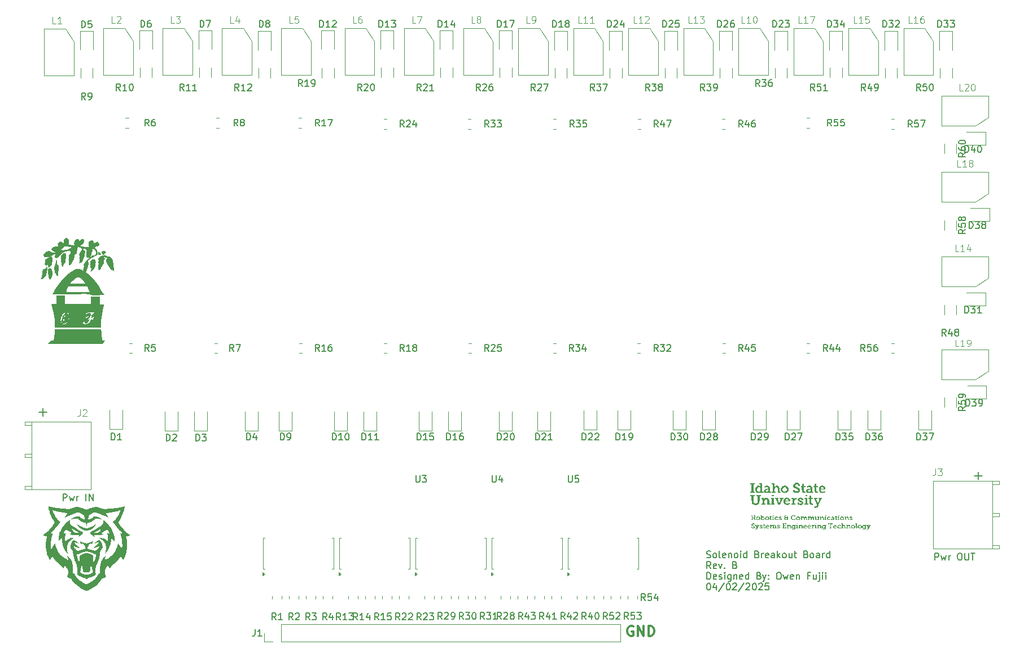
<source format=gbr>
%TF.GenerationSoftware,KiCad,Pcbnew,9.0.0*%
%TF.CreationDate,2025-04-04T10:54:07-06:00*%
%TF.ProjectId,Solenoid Breakout Board,536f6c65-6e6f-4696-9420-427265616b6f,rev?*%
%TF.SameCoordinates,Original*%
%TF.FileFunction,Legend,Top*%
%TF.FilePolarity,Positive*%
%FSLAX46Y46*%
G04 Gerber Fmt 4.6, Leading zero omitted, Abs format (unit mm)*
G04 Created by KiCad (PCBNEW 9.0.0) date 2025-04-04 10:54:07*
%MOMM*%
%LPD*%
G01*
G04 APERTURE LIST*
%ADD10C,0.177800*%
%ADD11C,0.300000*%
%ADD12C,0.150000*%
%ADD13C,0.100000*%
%ADD14C,0.120000*%
%ADD15C,0.000000*%
G04 APERTURE END LIST*
D10*
X45564830Y-120508674D02*
X46725973Y-120508674D01*
X46145401Y-121089245D02*
X46145401Y-119928102D01*
X185899830Y-130033674D02*
X187060973Y-130033674D01*
X186480401Y-130614245D02*
X186480401Y-129453102D01*
D11*
X134690225Y-152677257D02*
X134547368Y-152605828D01*
X134547368Y-152605828D02*
X134333082Y-152605828D01*
X134333082Y-152605828D02*
X134118796Y-152677257D01*
X134118796Y-152677257D02*
X133975939Y-152820114D01*
X133975939Y-152820114D02*
X133904510Y-152962971D01*
X133904510Y-152962971D02*
X133833082Y-153248685D01*
X133833082Y-153248685D02*
X133833082Y-153462971D01*
X133833082Y-153462971D02*
X133904510Y-153748685D01*
X133904510Y-153748685D02*
X133975939Y-153891542D01*
X133975939Y-153891542D02*
X134118796Y-154034400D01*
X134118796Y-154034400D02*
X134333082Y-154105828D01*
X134333082Y-154105828D02*
X134475939Y-154105828D01*
X134475939Y-154105828D02*
X134690225Y-154034400D01*
X134690225Y-154034400D02*
X134761653Y-153962971D01*
X134761653Y-153962971D02*
X134761653Y-153462971D01*
X134761653Y-153462971D02*
X134475939Y-153462971D01*
X135404510Y-154105828D02*
X135404510Y-152605828D01*
X135404510Y-152605828D02*
X136261653Y-154105828D01*
X136261653Y-154105828D02*
X136261653Y-152605828D01*
X136975939Y-154105828D02*
X136975939Y-152605828D01*
X136975939Y-152605828D02*
X137333082Y-152605828D01*
X137333082Y-152605828D02*
X137547368Y-152677257D01*
X137547368Y-152677257D02*
X137690225Y-152820114D01*
X137690225Y-152820114D02*
X137761654Y-152962971D01*
X137761654Y-152962971D02*
X137833082Y-153248685D01*
X137833082Y-153248685D02*
X137833082Y-153462971D01*
X137833082Y-153462971D02*
X137761654Y-153748685D01*
X137761654Y-153748685D02*
X137690225Y-153891542D01*
X137690225Y-153891542D02*
X137547368Y-154034400D01*
X137547368Y-154034400D02*
X137333082Y-154105828D01*
X137333082Y-154105828D02*
X136975939Y-154105828D01*
D10*
X145722449Y-142310922D02*
X145865306Y-142358541D01*
X145865306Y-142358541D02*
X146103401Y-142358541D01*
X146103401Y-142358541D02*
X146198639Y-142310922D01*
X146198639Y-142310922D02*
X146246258Y-142263302D01*
X146246258Y-142263302D02*
X146293877Y-142168064D01*
X146293877Y-142168064D02*
X146293877Y-142072826D01*
X146293877Y-142072826D02*
X146246258Y-141977588D01*
X146246258Y-141977588D02*
X146198639Y-141929969D01*
X146198639Y-141929969D02*
X146103401Y-141882350D01*
X146103401Y-141882350D02*
X145912925Y-141834731D01*
X145912925Y-141834731D02*
X145817687Y-141787112D01*
X145817687Y-141787112D02*
X145770068Y-141739493D01*
X145770068Y-141739493D02*
X145722449Y-141644255D01*
X145722449Y-141644255D02*
X145722449Y-141549017D01*
X145722449Y-141549017D02*
X145770068Y-141453779D01*
X145770068Y-141453779D02*
X145817687Y-141406160D01*
X145817687Y-141406160D02*
X145912925Y-141358541D01*
X145912925Y-141358541D02*
X146151020Y-141358541D01*
X146151020Y-141358541D02*
X146293877Y-141406160D01*
X146865306Y-142358541D02*
X146770068Y-142310922D01*
X146770068Y-142310922D02*
X146722449Y-142263302D01*
X146722449Y-142263302D02*
X146674830Y-142168064D01*
X146674830Y-142168064D02*
X146674830Y-141882350D01*
X146674830Y-141882350D02*
X146722449Y-141787112D01*
X146722449Y-141787112D02*
X146770068Y-141739493D01*
X146770068Y-141739493D02*
X146865306Y-141691874D01*
X146865306Y-141691874D02*
X147008163Y-141691874D01*
X147008163Y-141691874D02*
X147103401Y-141739493D01*
X147103401Y-141739493D02*
X147151020Y-141787112D01*
X147151020Y-141787112D02*
X147198639Y-141882350D01*
X147198639Y-141882350D02*
X147198639Y-142168064D01*
X147198639Y-142168064D02*
X147151020Y-142263302D01*
X147151020Y-142263302D02*
X147103401Y-142310922D01*
X147103401Y-142310922D02*
X147008163Y-142358541D01*
X147008163Y-142358541D02*
X146865306Y-142358541D01*
X147770068Y-142358541D02*
X147674830Y-142310922D01*
X147674830Y-142310922D02*
X147627211Y-142215683D01*
X147627211Y-142215683D02*
X147627211Y-141358541D01*
X148531973Y-142310922D02*
X148436735Y-142358541D01*
X148436735Y-142358541D02*
X148246259Y-142358541D01*
X148246259Y-142358541D02*
X148151021Y-142310922D01*
X148151021Y-142310922D02*
X148103402Y-142215683D01*
X148103402Y-142215683D02*
X148103402Y-141834731D01*
X148103402Y-141834731D02*
X148151021Y-141739493D01*
X148151021Y-141739493D02*
X148246259Y-141691874D01*
X148246259Y-141691874D02*
X148436735Y-141691874D01*
X148436735Y-141691874D02*
X148531973Y-141739493D01*
X148531973Y-141739493D02*
X148579592Y-141834731D01*
X148579592Y-141834731D02*
X148579592Y-141929969D01*
X148579592Y-141929969D02*
X148103402Y-142025207D01*
X149008164Y-141691874D02*
X149008164Y-142358541D01*
X149008164Y-141787112D02*
X149055783Y-141739493D01*
X149055783Y-141739493D02*
X149151021Y-141691874D01*
X149151021Y-141691874D02*
X149293878Y-141691874D01*
X149293878Y-141691874D02*
X149389116Y-141739493D01*
X149389116Y-141739493D02*
X149436735Y-141834731D01*
X149436735Y-141834731D02*
X149436735Y-142358541D01*
X150055783Y-142358541D02*
X149960545Y-142310922D01*
X149960545Y-142310922D02*
X149912926Y-142263302D01*
X149912926Y-142263302D02*
X149865307Y-142168064D01*
X149865307Y-142168064D02*
X149865307Y-141882350D01*
X149865307Y-141882350D02*
X149912926Y-141787112D01*
X149912926Y-141787112D02*
X149960545Y-141739493D01*
X149960545Y-141739493D02*
X150055783Y-141691874D01*
X150055783Y-141691874D02*
X150198640Y-141691874D01*
X150198640Y-141691874D02*
X150293878Y-141739493D01*
X150293878Y-141739493D02*
X150341497Y-141787112D01*
X150341497Y-141787112D02*
X150389116Y-141882350D01*
X150389116Y-141882350D02*
X150389116Y-142168064D01*
X150389116Y-142168064D02*
X150341497Y-142263302D01*
X150341497Y-142263302D02*
X150293878Y-142310922D01*
X150293878Y-142310922D02*
X150198640Y-142358541D01*
X150198640Y-142358541D02*
X150055783Y-142358541D01*
X150817688Y-142358541D02*
X150817688Y-141691874D01*
X150817688Y-141358541D02*
X150770069Y-141406160D01*
X150770069Y-141406160D02*
X150817688Y-141453779D01*
X150817688Y-141453779D02*
X150865307Y-141406160D01*
X150865307Y-141406160D02*
X150817688Y-141358541D01*
X150817688Y-141358541D02*
X150817688Y-141453779D01*
X151722449Y-142358541D02*
X151722449Y-141358541D01*
X151722449Y-142310922D02*
X151627211Y-142358541D01*
X151627211Y-142358541D02*
X151436735Y-142358541D01*
X151436735Y-142358541D02*
X151341497Y-142310922D01*
X151341497Y-142310922D02*
X151293878Y-142263302D01*
X151293878Y-142263302D02*
X151246259Y-142168064D01*
X151246259Y-142168064D02*
X151246259Y-141882350D01*
X151246259Y-141882350D02*
X151293878Y-141787112D01*
X151293878Y-141787112D02*
X151341497Y-141739493D01*
X151341497Y-141739493D02*
X151436735Y-141691874D01*
X151436735Y-141691874D02*
X151627211Y-141691874D01*
X151627211Y-141691874D02*
X151722449Y-141739493D01*
X153293878Y-141834731D02*
X153436735Y-141882350D01*
X153436735Y-141882350D02*
X153484354Y-141929969D01*
X153484354Y-141929969D02*
X153531973Y-142025207D01*
X153531973Y-142025207D02*
X153531973Y-142168064D01*
X153531973Y-142168064D02*
X153484354Y-142263302D01*
X153484354Y-142263302D02*
X153436735Y-142310922D01*
X153436735Y-142310922D02*
X153341497Y-142358541D01*
X153341497Y-142358541D02*
X152960545Y-142358541D01*
X152960545Y-142358541D02*
X152960545Y-141358541D01*
X152960545Y-141358541D02*
X153293878Y-141358541D01*
X153293878Y-141358541D02*
X153389116Y-141406160D01*
X153389116Y-141406160D02*
X153436735Y-141453779D01*
X153436735Y-141453779D02*
X153484354Y-141549017D01*
X153484354Y-141549017D02*
X153484354Y-141644255D01*
X153484354Y-141644255D02*
X153436735Y-141739493D01*
X153436735Y-141739493D02*
X153389116Y-141787112D01*
X153389116Y-141787112D02*
X153293878Y-141834731D01*
X153293878Y-141834731D02*
X152960545Y-141834731D01*
X153960545Y-142358541D02*
X153960545Y-141691874D01*
X153960545Y-141882350D02*
X154008164Y-141787112D01*
X154008164Y-141787112D02*
X154055783Y-141739493D01*
X154055783Y-141739493D02*
X154151021Y-141691874D01*
X154151021Y-141691874D02*
X154246259Y-141691874D01*
X154960545Y-142310922D02*
X154865307Y-142358541D01*
X154865307Y-142358541D02*
X154674831Y-142358541D01*
X154674831Y-142358541D02*
X154579593Y-142310922D01*
X154579593Y-142310922D02*
X154531974Y-142215683D01*
X154531974Y-142215683D02*
X154531974Y-141834731D01*
X154531974Y-141834731D02*
X154579593Y-141739493D01*
X154579593Y-141739493D02*
X154674831Y-141691874D01*
X154674831Y-141691874D02*
X154865307Y-141691874D01*
X154865307Y-141691874D02*
X154960545Y-141739493D01*
X154960545Y-141739493D02*
X155008164Y-141834731D01*
X155008164Y-141834731D02*
X155008164Y-141929969D01*
X155008164Y-141929969D02*
X154531974Y-142025207D01*
X155865307Y-142358541D02*
X155865307Y-141834731D01*
X155865307Y-141834731D02*
X155817688Y-141739493D01*
X155817688Y-141739493D02*
X155722450Y-141691874D01*
X155722450Y-141691874D02*
X155531974Y-141691874D01*
X155531974Y-141691874D02*
X155436736Y-141739493D01*
X155865307Y-142310922D02*
X155770069Y-142358541D01*
X155770069Y-142358541D02*
X155531974Y-142358541D01*
X155531974Y-142358541D02*
X155436736Y-142310922D01*
X155436736Y-142310922D02*
X155389117Y-142215683D01*
X155389117Y-142215683D02*
X155389117Y-142120445D01*
X155389117Y-142120445D02*
X155436736Y-142025207D01*
X155436736Y-142025207D02*
X155531974Y-141977588D01*
X155531974Y-141977588D02*
X155770069Y-141977588D01*
X155770069Y-141977588D02*
X155865307Y-141929969D01*
X156341498Y-142358541D02*
X156341498Y-141358541D01*
X156436736Y-141977588D02*
X156722450Y-142358541D01*
X156722450Y-141691874D02*
X156341498Y-142072826D01*
X157293879Y-142358541D02*
X157198641Y-142310922D01*
X157198641Y-142310922D02*
X157151022Y-142263302D01*
X157151022Y-142263302D02*
X157103403Y-142168064D01*
X157103403Y-142168064D02*
X157103403Y-141882350D01*
X157103403Y-141882350D02*
X157151022Y-141787112D01*
X157151022Y-141787112D02*
X157198641Y-141739493D01*
X157198641Y-141739493D02*
X157293879Y-141691874D01*
X157293879Y-141691874D02*
X157436736Y-141691874D01*
X157436736Y-141691874D02*
X157531974Y-141739493D01*
X157531974Y-141739493D02*
X157579593Y-141787112D01*
X157579593Y-141787112D02*
X157627212Y-141882350D01*
X157627212Y-141882350D02*
X157627212Y-142168064D01*
X157627212Y-142168064D02*
X157579593Y-142263302D01*
X157579593Y-142263302D02*
X157531974Y-142310922D01*
X157531974Y-142310922D02*
X157436736Y-142358541D01*
X157436736Y-142358541D02*
X157293879Y-142358541D01*
X158484355Y-141691874D02*
X158484355Y-142358541D01*
X158055784Y-141691874D02*
X158055784Y-142215683D01*
X158055784Y-142215683D02*
X158103403Y-142310922D01*
X158103403Y-142310922D02*
X158198641Y-142358541D01*
X158198641Y-142358541D02*
X158341498Y-142358541D01*
X158341498Y-142358541D02*
X158436736Y-142310922D01*
X158436736Y-142310922D02*
X158484355Y-142263302D01*
X158817689Y-141691874D02*
X159198641Y-141691874D01*
X158960546Y-141358541D02*
X158960546Y-142215683D01*
X158960546Y-142215683D02*
X159008165Y-142310922D01*
X159008165Y-142310922D02*
X159103403Y-142358541D01*
X159103403Y-142358541D02*
X159198641Y-142358541D01*
X160627213Y-141834731D02*
X160770070Y-141882350D01*
X160770070Y-141882350D02*
X160817689Y-141929969D01*
X160817689Y-141929969D02*
X160865308Y-142025207D01*
X160865308Y-142025207D02*
X160865308Y-142168064D01*
X160865308Y-142168064D02*
X160817689Y-142263302D01*
X160817689Y-142263302D02*
X160770070Y-142310922D01*
X160770070Y-142310922D02*
X160674832Y-142358541D01*
X160674832Y-142358541D02*
X160293880Y-142358541D01*
X160293880Y-142358541D02*
X160293880Y-141358541D01*
X160293880Y-141358541D02*
X160627213Y-141358541D01*
X160627213Y-141358541D02*
X160722451Y-141406160D01*
X160722451Y-141406160D02*
X160770070Y-141453779D01*
X160770070Y-141453779D02*
X160817689Y-141549017D01*
X160817689Y-141549017D02*
X160817689Y-141644255D01*
X160817689Y-141644255D02*
X160770070Y-141739493D01*
X160770070Y-141739493D02*
X160722451Y-141787112D01*
X160722451Y-141787112D02*
X160627213Y-141834731D01*
X160627213Y-141834731D02*
X160293880Y-141834731D01*
X161436737Y-142358541D02*
X161341499Y-142310922D01*
X161341499Y-142310922D02*
X161293880Y-142263302D01*
X161293880Y-142263302D02*
X161246261Y-142168064D01*
X161246261Y-142168064D02*
X161246261Y-141882350D01*
X161246261Y-141882350D02*
X161293880Y-141787112D01*
X161293880Y-141787112D02*
X161341499Y-141739493D01*
X161341499Y-141739493D02*
X161436737Y-141691874D01*
X161436737Y-141691874D02*
X161579594Y-141691874D01*
X161579594Y-141691874D02*
X161674832Y-141739493D01*
X161674832Y-141739493D02*
X161722451Y-141787112D01*
X161722451Y-141787112D02*
X161770070Y-141882350D01*
X161770070Y-141882350D02*
X161770070Y-142168064D01*
X161770070Y-142168064D02*
X161722451Y-142263302D01*
X161722451Y-142263302D02*
X161674832Y-142310922D01*
X161674832Y-142310922D02*
X161579594Y-142358541D01*
X161579594Y-142358541D02*
X161436737Y-142358541D01*
X162627213Y-142358541D02*
X162627213Y-141834731D01*
X162627213Y-141834731D02*
X162579594Y-141739493D01*
X162579594Y-141739493D02*
X162484356Y-141691874D01*
X162484356Y-141691874D02*
X162293880Y-141691874D01*
X162293880Y-141691874D02*
X162198642Y-141739493D01*
X162627213Y-142310922D02*
X162531975Y-142358541D01*
X162531975Y-142358541D02*
X162293880Y-142358541D01*
X162293880Y-142358541D02*
X162198642Y-142310922D01*
X162198642Y-142310922D02*
X162151023Y-142215683D01*
X162151023Y-142215683D02*
X162151023Y-142120445D01*
X162151023Y-142120445D02*
X162198642Y-142025207D01*
X162198642Y-142025207D02*
X162293880Y-141977588D01*
X162293880Y-141977588D02*
X162531975Y-141977588D01*
X162531975Y-141977588D02*
X162627213Y-141929969D01*
X163103404Y-142358541D02*
X163103404Y-141691874D01*
X163103404Y-141882350D02*
X163151023Y-141787112D01*
X163151023Y-141787112D02*
X163198642Y-141739493D01*
X163198642Y-141739493D02*
X163293880Y-141691874D01*
X163293880Y-141691874D02*
X163389118Y-141691874D01*
X164151023Y-142358541D02*
X164151023Y-141358541D01*
X164151023Y-142310922D02*
X164055785Y-142358541D01*
X164055785Y-142358541D02*
X163865309Y-142358541D01*
X163865309Y-142358541D02*
X163770071Y-142310922D01*
X163770071Y-142310922D02*
X163722452Y-142263302D01*
X163722452Y-142263302D02*
X163674833Y-142168064D01*
X163674833Y-142168064D02*
X163674833Y-141882350D01*
X163674833Y-141882350D02*
X163722452Y-141787112D01*
X163722452Y-141787112D02*
X163770071Y-141739493D01*
X163770071Y-141739493D02*
X163865309Y-141691874D01*
X163865309Y-141691874D02*
X164055785Y-141691874D01*
X164055785Y-141691874D02*
X164151023Y-141739493D01*
X146341496Y-143968485D02*
X146008163Y-143492294D01*
X145770068Y-143968485D02*
X145770068Y-142968485D01*
X145770068Y-142968485D02*
X146151020Y-142968485D01*
X146151020Y-142968485D02*
X146246258Y-143016104D01*
X146246258Y-143016104D02*
X146293877Y-143063723D01*
X146293877Y-143063723D02*
X146341496Y-143158961D01*
X146341496Y-143158961D02*
X146341496Y-143301818D01*
X146341496Y-143301818D02*
X146293877Y-143397056D01*
X146293877Y-143397056D02*
X146246258Y-143444675D01*
X146246258Y-143444675D02*
X146151020Y-143492294D01*
X146151020Y-143492294D02*
X145770068Y-143492294D01*
X147151020Y-143920866D02*
X147055782Y-143968485D01*
X147055782Y-143968485D02*
X146865306Y-143968485D01*
X146865306Y-143968485D02*
X146770068Y-143920866D01*
X146770068Y-143920866D02*
X146722449Y-143825627D01*
X146722449Y-143825627D02*
X146722449Y-143444675D01*
X146722449Y-143444675D02*
X146770068Y-143349437D01*
X146770068Y-143349437D02*
X146865306Y-143301818D01*
X146865306Y-143301818D02*
X147055782Y-143301818D01*
X147055782Y-143301818D02*
X147151020Y-143349437D01*
X147151020Y-143349437D02*
X147198639Y-143444675D01*
X147198639Y-143444675D02*
X147198639Y-143539913D01*
X147198639Y-143539913D02*
X146722449Y-143635151D01*
X147531973Y-143301818D02*
X147770068Y-143968485D01*
X147770068Y-143968485D02*
X148008163Y-143301818D01*
X148389116Y-143873246D02*
X148436735Y-143920866D01*
X148436735Y-143920866D02*
X148389116Y-143968485D01*
X148389116Y-143968485D02*
X148341497Y-143920866D01*
X148341497Y-143920866D02*
X148389116Y-143873246D01*
X148389116Y-143873246D02*
X148389116Y-143968485D01*
X149960544Y-143444675D02*
X150103401Y-143492294D01*
X150103401Y-143492294D02*
X150151020Y-143539913D01*
X150151020Y-143539913D02*
X150198639Y-143635151D01*
X150198639Y-143635151D02*
X150198639Y-143778008D01*
X150198639Y-143778008D02*
X150151020Y-143873246D01*
X150151020Y-143873246D02*
X150103401Y-143920866D01*
X150103401Y-143920866D02*
X150008163Y-143968485D01*
X150008163Y-143968485D02*
X149627211Y-143968485D01*
X149627211Y-143968485D02*
X149627211Y-142968485D01*
X149627211Y-142968485D02*
X149960544Y-142968485D01*
X149960544Y-142968485D02*
X150055782Y-143016104D01*
X150055782Y-143016104D02*
X150103401Y-143063723D01*
X150103401Y-143063723D02*
X150151020Y-143158961D01*
X150151020Y-143158961D02*
X150151020Y-143254199D01*
X150151020Y-143254199D02*
X150103401Y-143349437D01*
X150103401Y-143349437D02*
X150055782Y-143397056D01*
X150055782Y-143397056D02*
X149960544Y-143444675D01*
X149960544Y-143444675D02*
X149627211Y-143444675D01*
X145770068Y-145578429D02*
X145770068Y-144578429D01*
X145770068Y-144578429D02*
X146008163Y-144578429D01*
X146008163Y-144578429D02*
X146151020Y-144626048D01*
X146151020Y-144626048D02*
X146246258Y-144721286D01*
X146246258Y-144721286D02*
X146293877Y-144816524D01*
X146293877Y-144816524D02*
X146341496Y-145007000D01*
X146341496Y-145007000D02*
X146341496Y-145149857D01*
X146341496Y-145149857D02*
X146293877Y-145340333D01*
X146293877Y-145340333D02*
X146246258Y-145435571D01*
X146246258Y-145435571D02*
X146151020Y-145530810D01*
X146151020Y-145530810D02*
X146008163Y-145578429D01*
X146008163Y-145578429D02*
X145770068Y-145578429D01*
X147151020Y-145530810D02*
X147055782Y-145578429D01*
X147055782Y-145578429D02*
X146865306Y-145578429D01*
X146865306Y-145578429D02*
X146770068Y-145530810D01*
X146770068Y-145530810D02*
X146722449Y-145435571D01*
X146722449Y-145435571D02*
X146722449Y-145054619D01*
X146722449Y-145054619D02*
X146770068Y-144959381D01*
X146770068Y-144959381D02*
X146865306Y-144911762D01*
X146865306Y-144911762D02*
X147055782Y-144911762D01*
X147055782Y-144911762D02*
X147151020Y-144959381D01*
X147151020Y-144959381D02*
X147198639Y-145054619D01*
X147198639Y-145054619D02*
X147198639Y-145149857D01*
X147198639Y-145149857D02*
X146722449Y-145245095D01*
X147579592Y-145530810D02*
X147674830Y-145578429D01*
X147674830Y-145578429D02*
X147865306Y-145578429D01*
X147865306Y-145578429D02*
X147960544Y-145530810D01*
X147960544Y-145530810D02*
X148008163Y-145435571D01*
X148008163Y-145435571D02*
X148008163Y-145387952D01*
X148008163Y-145387952D02*
X147960544Y-145292714D01*
X147960544Y-145292714D02*
X147865306Y-145245095D01*
X147865306Y-145245095D02*
X147722449Y-145245095D01*
X147722449Y-145245095D02*
X147627211Y-145197476D01*
X147627211Y-145197476D02*
X147579592Y-145102238D01*
X147579592Y-145102238D02*
X147579592Y-145054619D01*
X147579592Y-145054619D02*
X147627211Y-144959381D01*
X147627211Y-144959381D02*
X147722449Y-144911762D01*
X147722449Y-144911762D02*
X147865306Y-144911762D01*
X147865306Y-144911762D02*
X147960544Y-144959381D01*
X148436735Y-145578429D02*
X148436735Y-144911762D01*
X148436735Y-144578429D02*
X148389116Y-144626048D01*
X148389116Y-144626048D02*
X148436735Y-144673667D01*
X148436735Y-144673667D02*
X148484354Y-144626048D01*
X148484354Y-144626048D02*
X148436735Y-144578429D01*
X148436735Y-144578429D02*
X148436735Y-144673667D01*
X149341496Y-144911762D02*
X149341496Y-145721286D01*
X149341496Y-145721286D02*
X149293877Y-145816524D01*
X149293877Y-145816524D02*
X149246258Y-145864143D01*
X149246258Y-145864143D02*
X149151020Y-145911762D01*
X149151020Y-145911762D02*
X149008163Y-145911762D01*
X149008163Y-145911762D02*
X148912925Y-145864143D01*
X149341496Y-145530810D02*
X149246258Y-145578429D01*
X149246258Y-145578429D02*
X149055782Y-145578429D01*
X149055782Y-145578429D02*
X148960544Y-145530810D01*
X148960544Y-145530810D02*
X148912925Y-145483190D01*
X148912925Y-145483190D02*
X148865306Y-145387952D01*
X148865306Y-145387952D02*
X148865306Y-145102238D01*
X148865306Y-145102238D02*
X148912925Y-145007000D01*
X148912925Y-145007000D02*
X148960544Y-144959381D01*
X148960544Y-144959381D02*
X149055782Y-144911762D01*
X149055782Y-144911762D02*
X149246258Y-144911762D01*
X149246258Y-144911762D02*
X149341496Y-144959381D01*
X149817687Y-144911762D02*
X149817687Y-145578429D01*
X149817687Y-145007000D02*
X149865306Y-144959381D01*
X149865306Y-144959381D02*
X149960544Y-144911762D01*
X149960544Y-144911762D02*
X150103401Y-144911762D01*
X150103401Y-144911762D02*
X150198639Y-144959381D01*
X150198639Y-144959381D02*
X150246258Y-145054619D01*
X150246258Y-145054619D02*
X150246258Y-145578429D01*
X151103401Y-145530810D02*
X151008163Y-145578429D01*
X151008163Y-145578429D02*
X150817687Y-145578429D01*
X150817687Y-145578429D02*
X150722449Y-145530810D01*
X150722449Y-145530810D02*
X150674830Y-145435571D01*
X150674830Y-145435571D02*
X150674830Y-145054619D01*
X150674830Y-145054619D02*
X150722449Y-144959381D01*
X150722449Y-144959381D02*
X150817687Y-144911762D01*
X150817687Y-144911762D02*
X151008163Y-144911762D01*
X151008163Y-144911762D02*
X151103401Y-144959381D01*
X151103401Y-144959381D02*
X151151020Y-145054619D01*
X151151020Y-145054619D02*
X151151020Y-145149857D01*
X151151020Y-145149857D02*
X150674830Y-145245095D01*
X152008163Y-145578429D02*
X152008163Y-144578429D01*
X152008163Y-145530810D02*
X151912925Y-145578429D01*
X151912925Y-145578429D02*
X151722449Y-145578429D01*
X151722449Y-145578429D02*
X151627211Y-145530810D01*
X151627211Y-145530810D02*
X151579592Y-145483190D01*
X151579592Y-145483190D02*
X151531973Y-145387952D01*
X151531973Y-145387952D02*
X151531973Y-145102238D01*
X151531973Y-145102238D02*
X151579592Y-145007000D01*
X151579592Y-145007000D02*
X151627211Y-144959381D01*
X151627211Y-144959381D02*
X151722449Y-144911762D01*
X151722449Y-144911762D02*
X151912925Y-144911762D01*
X151912925Y-144911762D02*
X152008163Y-144959381D01*
X153579592Y-145054619D02*
X153722449Y-145102238D01*
X153722449Y-145102238D02*
X153770068Y-145149857D01*
X153770068Y-145149857D02*
X153817687Y-145245095D01*
X153817687Y-145245095D02*
X153817687Y-145387952D01*
X153817687Y-145387952D02*
X153770068Y-145483190D01*
X153770068Y-145483190D02*
X153722449Y-145530810D01*
X153722449Y-145530810D02*
X153627211Y-145578429D01*
X153627211Y-145578429D02*
X153246259Y-145578429D01*
X153246259Y-145578429D02*
X153246259Y-144578429D01*
X153246259Y-144578429D02*
X153579592Y-144578429D01*
X153579592Y-144578429D02*
X153674830Y-144626048D01*
X153674830Y-144626048D02*
X153722449Y-144673667D01*
X153722449Y-144673667D02*
X153770068Y-144768905D01*
X153770068Y-144768905D02*
X153770068Y-144864143D01*
X153770068Y-144864143D02*
X153722449Y-144959381D01*
X153722449Y-144959381D02*
X153674830Y-145007000D01*
X153674830Y-145007000D02*
X153579592Y-145054619D01*
X153579592Y-145054619D02*
X153246259Y-145054619D01*
X154151021Y-144911762D02*
X154389116Y-145578429D01*
X154627211Y-144911762D02*
X154389116Y-145578429D01*
X154389116Y-145578429D02*
X154293878Y-145816524D01*
X154293878Y-145816524D02*
X154246259Y-145864143D01*
X154246259Y-145864143D02*
X154151021Y-145911762D01*
X155008164Y-145483190D02*
X155055783Y-145530810D01*
X155055783Y-145530810D02*
X155008164Y-145578429D01*
X155008164Y-145578429D02*
X154960545Y-145530810D01*
X154960545Y-145530810D02*
X155008164Y-145483190D01*
X155008164Y-145483190D02*
X155008164Y-145578429D01*
X155008164Y-144959381D02*
X155055783Y-145007000D01*
X155055783Y-145007000D02*
X155008164Y-145054619D01*
X155008164Y-145054619D02*
X154960545Y-145007000D01*
X154960545Y-145007000D02*
X155008164Y-144959381D01*
X155008164Y-144959381D02*
X155008164Y-145054619D01*
X156436735Y-144578429D02*
X156627211Y-144578429D01*
X156627211Y-144578429D02*
X156722449Y-144626048D01*
X156722449Y-144626048D02*
X156817687Y-144721286D01*
X156817687Y-144721286D02*
X156865306Y-144911762D01*
X156865306Y-144911762D02*
X156865306Y-145245095D01*
X156865306Y-145245095D02*
X156817687Y-145435571D01*
X156817687Y-145435571D02*
X156722449Y-145530810D01*
X156722449Y-145530810D02*
X156627211Y-145578429D01*
X156627211Y-145578429D02*
X156436735Y-145578429D01*
X156436735Y-145578429D02*
X156341497Y-145530810D01*
X156341497Y-145530810D02*
X156246259Y-145435571D01*
X156246259Y-145435571D02*
X156198640Y-145245095D01*
X156198640Y-145245095D02*
X156198640Y-144911762D01*
X156198640Y-144911762D02*
X156246259Y-144721286D01*
X156246259Y-144721286D02*
X156341497Y-144626048D01*
X156341497Y-144626048D02*
X156436735Y-144578429D01*
X157198640Y-144911762D02*
X157389116Y-145578429D01*
X157389116Y-145578429D02*
X157579592Y-145102238D01*
X157579592Y-145102238D02*
X157770068Y-145578429D01*
X157770068Y-145578429D02*
X157960544Y-144911762D01*
X158722449Y-145530810D02*
X158627211Y-145578429D01*
X158627211Y-145578429D02*
X158436735Y-145578429D01*
X158436735Y-145578429D02*
X158341497Y-145530810D01*
X158341497Y-145530810D02*
X158293878Y-145435571D01*
X158293878Y-145435571D02*
X158293878Y-145054619D01*
X158293878Y-145054619D02*
X158341497Y-144959381D01*
X158341497Y-144959381D02*
X158436735Y-144911762D01*
X158436735Y-144911762D02*
X158627211Y-144911762D01*
X158627211Y-144911762D02*
X158722449Y-144959381D01*
X158722449Y-144959381D02*
X158770068Y-145054619D01*
X158770068Y-145054619D02*
X158770068Y-145149857D01*
X158770068Y-145149857D02*
X158293878Y-145245095D01*
X159198640Y-144911762D02*
X159198640Y-145578429D01*
X159198640Y-145007000D02*
X159246259Y-144959381D01*
X159246259Y-144959381D02*
X159341497Y-144911762D01*
X159341497Y-144911762D02*
X159484354Y-144911762D01*
X159484354Y-144911762D02*
X159579592Y-144959381D01*
X159579592Y-144959381D02*
X159627211Y-145054619D01*
X159627211Y-145054619D02*
X159627211Y-145578429D01*
X161198640Y-145054619D02*
X160865307Y-145054619D01*
X160865307Y-145578429D02*
X160865307Y-144578429D01*
X160865307Y-144578429D02*
X161341497Y-144578429D01*
X162151021Y-144911762D02*
X162151021Y-145578429D01*
X161722450Y-144911762D02*
X161722450Y-145435571D01*
X161722450Y-145435571D02*
X161770069Y-145530810D01*
X161770069Y-145530810D02*
X161865307Y-145578429D01*
X161865307Y-145578429D02*
X162008164Y-145578429D01*
X162008164Y-145578429D02*
X162103402Y-145530810D01*
X162103402Y-145530810D02*
X162151021Y-145483190D01*
X162627212Y-144911762D02*
X162627212Y-145768905D01*
X162627212Y-145768905D02*
X162579593Y-145864143D01*
X162579593Y-145864143D02*
X162484355Y-145911762D01*
X162484355Y-145911762D02*
X162436736Y-145911762D01*
X162627212Y-144578429D02*
X162579593Y-144626048D01*
X162579593Y-144626048D02*
X162627212Y-144673667D01*
X162627212Y-144673667D02*
X162674831Y-144626048D01*
X162674831Y-144626048D02*
X162627212Y-144578429D01*
X162627212Y-144578429D02*
X162627212Y-144673667D01*
X163103402Y-145578429D02*
X163103402Y-144911762D01*
X163103402Y-144578429D02*
X163055783Y-144626048D01*
X163055783Y-144626048D02*
X163103402Y-144673667D01*
X163103402Y-144673667D02*
X163151021Y-144626048D01*
X163151021Y-144626048D02*
X163103402Y-144578429D01*
X163103402Y-144578429D02*
X163103402Y-144673667D01*
X163579592Y-145578429D02*
X163579592Y-144911762D01*
X163579592Y-144578429D02*
X163531973Y-144626048D01*
X163531973Y-144626048D02*
X163579592Y-144673667D01*
X163579592Y-144673667D02*
X163627211Y-144626048D01*
X163627211Y-144626048D02*
X163579592Y-144578429D01*
X163579592Y-144578429D02*
X163579592Y-144673667D01*
X145960544Y-146188373D02*
X146055782Y-146188373D01*
X146055782Y-146188373D02*
X146151020Y-146235992D01*
X146151020Y-146235992D02*
X146198639Y-146283611D01*
X146198639Y-146283611D02*
X146246258Y-146378849D01*
X146246258Y-146378849D02*
X146293877Y-146569325D01*
X146293877Y-146569325D02*
X146293877Y-146807420D01*
X146293877Y-146807420D02*
X146246258Y-146997896D01*
X146246258Y-146997896D02*
X146198639Y-147093134D01*
X146198639Y-147093134D02*
X146151020Y-147140754D01*
X146151020Y-147140754D02*
X146055782Y-147188373D01*
X146055782Y-147188373D02*
X145960544Y-147188373D01*
X145960544Y-147188373D02*
X145865306Y-147140754D01*
X145865306Y-147140754D02*
X145817687Y-147093134D01*
X145817687Y-147093134D02*
X145770068Y-146997896D01*
X145770068Y-146997896D02*
X145722449Y-146807420D01*
X145722449Y-146807420D02*
X145722449Y-146569325D01*
X145722449Y-146569325D02*
X145770068Y-146378849D01*
X145770068Y-146378849D02*
X145817687Y-146283611D01*
X145817687Y-146283611D02*
X145865306Y-146235992D01*
X145865306Y-146235992D02*
X145960544Y-146188373D01*
X147151020Y-146521706D02*
X147151020Y-147188373D01*
X146912925Y-146140754D02*
X146674830Y-146855039D01*
X146674830Y-146855039D02*
X147293877Y-146855039D01*
X148389115Y-146140754D02*
X147531973Y-147426468D01*
X148912925Y-146188373D02*
X149008163Y-146188373D01*
X149008163Y-146188373D02*
X149103401Y-146235992D01*
X149103401Y-146235992D02*
X149151020Y-146283611D01*
X149151020Y-146283611D02*
X149198639Y-146378849D01*
X149198639Y-146378849D02*
X149246258Y-146569325D01*
X149246258Y-146569325D02*
X149246258Y-146807420D01*
X149246258Y-146807420D02*
X149198639Y-146997896D01*
X149198639Y-146997896D02*
X149151020Y-147093134D01*
X149151020Y-147093134D02*
X149103401Y-147140754D01*
X149103401Y-147140754D02*
X149008163Y-147188373D01*
X149008163Y-147188373D02*
X148912925Y-147188373D01*
X148912925Y-147188373D02*
X148817687Y-147140754D01*
X148817687Y-147140754D02*
X148770068Y-147093134D01*
X148770068Y-147093134D02*
X148722449Y-146997896D01*
X148722449Y-146997896D02*
X148674830Y-146807420D01*
X148674830Y-146807420D02*
X148674830Y-146569325D01*
X148674830Y-146569325D02*
X148722449Y-146378849D01*
X148722449Y-146378849D02*
X148770068Y-146283611D01*
X148770068Y-146283611D02*
X148817687Y-146235992D01*
X148817687Y-146235992D02*
X148912925Y-146188373D01*
X149627211Y-146283611D02*
X149674830Y-146235992D01*
X149674830Y-146235992D02*
X149770068Y-146188373D01*
X149770068Y-146188373D02*
X150008163Y-146188373D01*
X150008163Y-146188373D02*
X150103401Y-146235992D01*
X150103401Y-146235992D02*
X150151020Y-146283611D01*
X150151020Y-146283611D02*
X150198639Y-146378849D01*
X150198639Y-146378849D02*
X150198639Y-146474087D01*
X150198639Y-146474087D02*
X150151020Y-146616944D01*
X150151020Y-146616944D02*
X149579592Y-147188373D01*
X149579592Y-147188373D02*
X150198639Y-147188373D01*
X151341496Y-146140754D02*
X150484354Y-147426468D01*
X151627211Y-146283611D02*
X151674830Y-146235992D01*
X151674830Y-146235992D02*
X151770068Y-146188373D01*
X151770068Y-146188373D02*
X152008163Y-146188373D01*
X152008163Y-146188373D02*
X152103401Y-146235992D01*
X152103401Y-146235992D02*
X152151020Y-146283611D01*
X152151020Y-146283611D02*
X152198639Y-146378849D01*
X152198639Y-146378849D02*
X152198639Y-146474087D01*
X152198639Y-146474087D02*
X152151020Y-146616944D01*
X152151020Y-146616944D02*
X151579592Y-147188373D01*
X151579592Y-147188373D02*
X152198639Y-147188373D01*
X152817687Y-146188373D02*
X152912925Y-146188373D01*
X152912925Y-146188373D02*
X153008163Y-146235992D01*
X153008163Y-146235992D02*
X153055782Y-146283611D01*
X153055782Y-146283611D02*
X153103401Y-146378849D01*
X153103401Y-146378849D02*
X153151020Y-146569325D01*
X153151020Y-146569325D02*
X153151020Y-146807420D01*
X153151020Y-146807420D02*
X153103401Y-146997896D01*
X153103401Y-146997896D02*
X153055782Y-147093134D01*
X153055782Y-147093134D02*
X153008163Y-147140754D01*
X153008163Y-147140754D02*
X152912925Y-147188373D01*
X152912925Y-147188373D02*
X152817687Y-147188373D01*
X152817687Y-147188373D02*
X152722449Y-147140754D01*
X152722449Y-147140754D02*
X152674830Y-147093134D01*
X152674830Y-147093134D02*
X152627211Y-146997896D01*
X152627211Y-146997896D02*
X152579592Y-146807420D01*
X152579592Y-146807420D02*
X152579592Y-146569325D01*
X152579592Y-146569325D02*
X152627211Y-146378849D01*
X152627211Y-146378849D02*
X152674830Y-146283611D01*
X152674830Y-146283611D02*
X152722449Y-146235992D01*
X152722449Y-146235992D02*
X152817687Y-146188373D01*
X153531973Y-146283611D02*
X153579592Y-146235992D01*
X153579592Y-146235992D02*
X153674830Y-146188373D01*
X153674830Y-146188373D02*
X153912925Y-146188373D01*
X153912925Y-146188373D02*
X154008163Y-146235992D01*
X154008163Y-146235992D02*
X154055782Y-146283611D01*
X154055782Y-146283611D02*
X154103401Y-146378849D01*
X154103401Y-146378849D02*
X154103401Y-146474087D01*
X154103401Y-146474087D02*
X154055782Y-146616944D01*
X154055782Y-146616944D02*
X153484354Y-147188373D01*
X153484354Y-147188373D02*
X154103401Y-147188373D01*
X155008163Y-146188373D02*
X154531973Y-146188373D01*
X154531973Y-146188373D02*
X154484354Y-146664563D01*
X154484354Y-146664563D02*
X154531973Y-146616944D01*
X154531973Y-146616944D02*
X154627211Y-146569325D01*
X154627211Y-146569325D02*
X154865306Y-146569325D01*
X154865306Y-146569325D02*
X154960544Y-146616944D01*
X154960544Y-146616944D02*
X155008163Y-146664563D01*
X155008163Y-146664563D02*
X155055782Y-146759801D01*
X155055782Y-146759801D02*
X155055782Y-146997896D01*
X155055782Y-146997896D02*
X155008163Y-147093134D01*
X155008163Y-147093134D02*
X154960544Y-147140754D01*
X154960544Y-147140754D02*
X154865306Y-147188373D01*
X154865306Y-147188373D02*
X154627211Y-147188373D01*
X154627211Y-147188373D02*
X154531973Y-147140754D01*
X154531973Y-147140754D02*
X154484354Y-147093134D01*
D12*
X87622142Y-111334819D02*
X87288809Y-110858628D01*
X87050714Y-111334819D02*
X87050714Y-110334819D01*
X87050714Y-110334819D02*
X87431666Y-110334819D01*
X87431666Y-110334819D02*
X87526904Y-110382438D01*
X87526904Y-110382438D02*
X87574523Y-110430057D01*
X87574523Y-110430057D02*
X87622142Y-110525295D01*
X87622142Y-110525295D02*
X87622142Y-110668152D01*
X87622142Y-110668152D02*
X87574523Y-110763390D01*
X87574523Y-110763390D02*
X87526904Y-110811009D01*
X87526904Y-110811009D02*
X87431666Y-110858628D01*
X87431666Y-110858628D02*
X87050714Y-110858628D01*
X88574523Y-111334819D02*
X88003095Y-111334819D01*
X88288809Y-111334819D02*
X88288809Y-110334819D01*
X88288809Y-110334819D02*
X88193571Y-110477676D01*
X88193571Y-110477676D02*
X88098333Y-110572914D01*
X88098333Y-110572914D02*
X88003095Y-110620533D01*
X89431666Y-110334819D02*
X89241190Y-110334819D01*
X89241190Y-110334819D02*
X89145952Y-110382438D01*
X89145952Y-110382438D02*
X89098333Y-110430057D01*
X89098333Y-110430057D02*
X89003095Y-110572914D01*
X89003095Y-110572914D02*
X88955476Y-110763390D01*
X88955476Y-110763390D02*
X88955476Y-111144342D01*
X88955476Y-111144342D02*
X89003095Y-111239580D01*
X89003095Y-111239580D02*
X89050714Y-111287200D01*
X89050714Y-111287200D02*
X89145952Y-111334819D01*
X89145952Y-111334819D02*
X89336428Y-111334819D01*
X89336428Y-111334819D02*
X89431666Y-111287200D01*
X89431666Y-111287200D02*
X89479285Y-111239580D01*
X89479285Y-111239580D02*
X89526904Y-111144342D01*
X89526904Y-111144342D02*
X89526904Y-110906247D01*
X89526904Y-110906247D02*
X89479285Y-110811009D01*
X89479285Y-110811009D02*
X89431666Y-110763390D01*
X89431666Y-110763390D02*
X89336428Y-110715771D01*
X89336428Y-110715771D02*
X89145952Y-110715771D01*
X89145952Y-110715771D02*
X89050714Y-110763390D01*
X89050714Y-110763390D02*
X89003095Y-110811009D01*
X89003095Y-110811009D02*
X88955476Y-110906247D01*
X106037142Y-151584819D02*
X105703809Y-151108628D01*
X105465714Y-151584819D02*
X105465714Y-150584819D01*
X105465714Y-150584819D02*
X105846666Y-150584819D01*
X105846666Y-150584819D02*
X105941904Y-150632438D01*
X105941904Y-150632438D02*
X105989523Y-150680057D01*
X105989523Y-150680057D02*
X106037142Y-150775295D01*
X106037142Y-150775295D02*
X106037142Y-150918152D01*
X106037142Y-150918152D02*
X105989523Y-151013390D01*
X105989523Y-151013390D02*
X105941904Y-151061009D01*
X105941904Y-151061009D02*
X105846666Y-151108628D01*
X105846666Y-151108628D02*
X105465714Y-151108628D01*
X106418095Y-150680057D02*
X106465714Y-150632438D01*
X106465714Y-150632438D02*
X106560952Y-150584819D01*
X106560952Y-150584819D02*
X106799047Y-150584819D01*
X106799047Y-150584819D02*
X106894285Y-150632438D01*
X106894285Y-150632438D02*
X106941904Y-150680057D01*
X106941904Y-150680057D02*
X106989523Y-150775295D01*
X106989523Y-150775295D02*
X106989523Y-150870533D01*
X106989523Y-150870533D02*
X106941904Y-151013390D01*
X106941904Y-151013390D02*
X106370476Y-151584819D01*
X106370476Y-151584819D02*
X106989523Y-151584819D01*
X107465714Y-151584819D02*
X107656190Y-151584819D01*
X107656190Y-151584819D02*
X107751428Y-151537200D01*
X107751428Y-151537200D02*
X107799047Y-151489580D01*
X107799047Y-151489580D02*
X107894285Y-151346723D01*
X107894285Y-151346723D02*
X107941904Y-151156247D01*
X107941904Y-151156247D02*
X107941904Y-150775295D01*
X107941904Y-150775295D02*
X107894285Y-150680057D01*
X107894285Y-150680057D02*
X107846666Y-150632438D01*
X107846666Y-150632438D02*
X107751428Y-150584819D01*
X107751428Y-150584819D02*
X107560952Y-150584819D01*
X107560952Y-150584819D02*
X107465714Y-150632438D01*
X107465714Y-150632438D02*
X107418095Y-150680057D01*
X107418095Y-150680057D02*
X107370476Y-150775295D01*
X107370476Y-150775295D02*
X107370476Y-151013390D01*
X107370476Y-151013390D02*
X107418095Y-151108628D01*
X107418095Y-151108628D02*
X107465714Y-151156247D01*
X107465714Y-151156247D02*
X107560952Y-151203866D01*
X107560952Y-151203866D02*
X107751428Y-151203866D01*
X107751428Y-151203866D02*
X107846666Y-151156247D01*
X107846666Y-151156247D02*
X107894285Y-151108628D01*
X107894285Y-151108628D02*
X107941904Y-151013390D01*
D13*
X74763333Y-62052419D02*
X74287143Y-62052419D01*
X74287143Y-62052419D02*
X74287143Y-61052419D01*
X75525238Y-61385752D02*
X75525238Y-62052419D01*
X75287143Y-61004800D02*
X75049048Y-61719085D01*
X75049048Y-61719085D02*
X75668095Y-61719085D01*
D12*
X87685714Y-62684819D02*
X87685714Y-61684819D01*
X87685714Y-61684819D02*
X87923809Y-61684819D01*
X87923809Y-61684819D02*
X88066666Y-61732438D01*
X88066666Y-61732438D02*
X88161904Y-61827676D01*
X88161904Y-61827676D02*
X88209523Y-61922914D01*
X88209523Y-61922914D02*
X88257142Y-62113390D01*
X88257142Y-62113390D02*
X88257142Y-62256247D01*
X88257142Y-62256247D02*
X88209523Y-62446723D01*
X88209523Y-62446723D02*
X88161904Y-62541961D01*
X88161904Y-62541961D02*
X88066666Y-62637200D01*
X88066666Y-62637200D02*
X87923809Y-62684819D01*
X87923809Y-62684819D02*
X87685714Y-62684819D01*
X89209523Y-62684819D02*
X88638095Y-62684819D01*
X88923809Y-62684819D02*
X88923809Y-61684819D01*
X88923809Y-61684819D02*
X88828571Y-61827676D01*
X88828571Y-61827676D02*
X88733333Y-61922914D01*
X88733333Y-61922914D02*
X88638095Y-61970533D01*
X89590476Y-61780057D02*
X89638095Y-61732438D01*
X89638095Y-61732438D02*
X89733333Y-61684819D01*
X89733333Y-61684819D02*
X89971428Y-61684819D01*
X89971428Y-61684819D02*
X90066666Y-61732438D01*
X90066666Y-61732438D02*
X90114285Y-61780057D01*
X90114285Y-61780057D02*
X90161904Y-61875295D01*
X90161904Y-61875295D02*
X90161904Y-61970533D01*
X90161904Y-61970533D02*
X90114285Y-62113390D01*
X90114285Y-62113390D02*
X89542857Y-62684819D01*
X89542857Y-62684819D02*
X90161904Y-62684819D01*
X64666905Y-124814819D02*
X64666905Y-123814819D01*
X64666905Y-123814819D02*
X64905000Y-123814819D01*
X64905000Y-123814819D02*
X65047857Y-123862438D01*
X65047857Y-123862438D02*
X65143095Y-123957676D01*
X65143095Y-123957676D02*
X65190714Y-124052914D01*
X65190714Y-124052914D02*
X65238333Y-124243390D01*
X65238333Y-124243390D02*
X65238333Y-124386247D01*
X65238333Y-124386247D02*
X65190714Y-124576723D01*
X65190714Y-124576723D02*
X65143095Y-124671961D01*
X65143095Y-124671961D02*
X65047857Y-124767200D01*
X65047857Y-124767200D02*
X64905000Y-124814819D01*
X64905000Y-124814819D02*
X64666905Y-124814819D01*
X65619286Y-123910057D02*
X65666905Y-123862438D01*
X65666905Y-123862438D02*
X65762143Y-123814819D01*
X65762143Y-123814819D02*
X66000238Y-123814819D01*
X66000238Y-123814819D02*
X66095476Y-123862438D01*
X66095476Y-123862438D02*
X66143095Y-123910057D01*
X66143095Y-123910057D02*
X66190714Y-124005295D01*
X66190714Y-124005295D02*
X66190714Y-124100533D01*
X66190714Y-124100533D02*
X66143095Y-124243390D01*
X66143095Y-124243390D02*
X65571667Y-124814819D01*
X65571667Y-124814819D02*
X66190714Y-124814819D01*
X124968095Y-130019819D02*
X124968095Y-130829342D01*
X124968095Y-130829342D02*
X125015714Y-130924580D01*
X125015714Y-130924580D02*
X125063333Y-130972200D01*
X125063333Y-130972200D02*
X125158571Y-131019819D01*
X125158571Y-131019819D02*
X125349047Y-131019819D01*
X125349047Y-131019819D02*
X125444285Y-130972200D01*
X125444285Y-130972200D02*
X125491904Y-130924580D01*
X125491904Y-130924580D02*
X125539523Y-130829342D01*
X125539523Y-130829342D02*
X125539523Y-130019819D01*
X126491904Y-130019819D02*
X126015714Y-130019819D01*
X126015714Y-130019819D02*
X125968095Y-130496009D01*
X125968095Y-130496009D02*
X126015714Y-130448390D01*
X126015714Y-130448390D02*
X126110952Y-130400771D01*
X126110952Y-130400771D02*
X126349047Y-130400771D01*
X126349047Y-130400771D02*
X126444285Y-130448390D01*
X126444285Y-130448390D02*
X126491904Y-130496009D01*
X126491904Y-130496009D02*
X126539523Y-130591247D01*
X126539523Y-130591247D02*
X126539523Y-130829342D01*
X126539523Y-130829342D02*
X126491904Y-130924580D01*
X126491904Y-130924580D02*
X126444285Y-130972200D01*
X126444285Y-130972200D02*
X126349047Y-131019819D01*
X126349047Y-131019819D02*
X126110952Y-131019819D01*
X126110952Y-131019819D02*
X126015714Y-130972200D01*
X126015714Y-130972200D02*
X125968095Y-130924580D01*
X87622142Y-77529819D02*
X87288809Y-77053628D01*
X87050714Y-77529819D02*
X87050714Y-76529819D01*
X87050714Y-76529819D02*
X87431666Y-76529819D01*
X87431666Y-76529819D02*
X87526904Y-76577438D01*
X87526904Y-76577438D02*
X87574523Y-76625057D01*
X87574523Y-76625057D02*
X87622142Y-76720295D01*
X87622142Y-76720295D02*
X87622142Y-76863152D01*
X87622142Y-76863152D02*
X87574523Y-76958390D01*
X87574523Y-76958390D02*
X87526904Y-77006009D01*
X87526904Y-77006009D02*
X87431666Y-77053628D01*
X87431666Y-77053628D02*
X87050714Y-77053628D01*
X88574523Y-77529819D02*
X88003095Y-77529819D01*
X88288809Y-77529819D02*
X88288809Y-76529819D01*
X88288809Y-76529819D02*
X88193571Y-76672676D01*
X88193571Y-76672676D02*
X88098333Y-76767914D01*
X88098333Y-76767914D02*
X88003095Y-76815533D01*
X88907857Y-76529819D02*
X89574523Y-76529819D01*
X89574523Y-76529819D02*
X89145952Y-77529819D01*
X118102142Y-151584819D02*
X117768809Y-151108628D01*
X117530714Y-151584819D02*
X117530714Y-150584819D01*
X117530714Y-150584819D02*
X117911666Y-150584819D01*
X117911666Y-150584819D02*
X118006904Y-150632438D01*
X118006904Y-150632438D02*
X118054523Y-150680057D01*
X118054523Y-150680057D02*
X118102142Y-150775295D01*
X118102142Y-150775295D02*
X118102142Y-150918152D01*
X118102142Y-150918152D02*
X118054523Y-151013390D01*
X118054523Y-151013390D02*
X118006904Y-151061009D01*
X118006904Y-151061009D02*
X117911666Y-151108628D01*
X117911666Y-151108628D02*
X117530714Y-151108628D01*
X118959285Y-150918152D02*
X118959285Y-151584819D01*
X118721190Y-150537200D02*
X118483095Y-151251485D01*
X118483095Y-151251485D02*
X119102142Y-151251485D01*
X119387857Y-150584819D02*
X120006904Y-150584819D01*
X120006904Y-150584819D02*
X119673571Y-150965771D01*
X119673571Y-150965771D02*
X119816428Y-150965771D01*
X119816428Y-150965771D02*
X119911666Y-151013390D01*
X119911666Y-151013390D02*
X119959285Y-151061009D01*
X119959285Y-151061009D02*
X120006904Y-151156247D01*
X120006904Y-151156247D02*
X120006904Y-151394342D01*
X120006904Y-151394342D02*
X119959285Y-151489580D01*
X119959285Y-151489580D02*
X119911666Y-151537200D01*
X119911666Y-151537200D02*
X119816428Y-151584819D01*
X119816428Y-151584819D02*
X119530714Y-151584819D01*
X119530714Y-151584819D02*
X119435476Y-151537200D01*
X119435476Y-151537200D02*
X119387857Y-151489580D01*
X138422142Y-111334819D02*
X138088809Y-110858628D01*
X137850714Y-111334819D02*
X137850714Y-110334819D01*
X137850714Y-110334819D02*
X138231666Y-110334819D01*
X138231666Y-110334819D02*
X138326904Y-110382438D01*
X138326904Y-110382438D02*
X138374523Y-110430057D01*
X138374523Y-110430057D02*
X138422142Y-110525295D01*
X138422142Y-110525295D02*
X138422142Y-110668152D01*
X138422142Y-110668152D02*
X138374523Y-110763390D01*
X138374523Y-110763390D02*
X138326904Y-110811009D01*
X138326904Y-110811009D02*
X138231666Y-110858628D01*
X138231666Y-110858628D02*
X137850714Y-110858628D01*
X138755476Y-110334819D02*
X139374523Y-110334819D01*
X139374523Y-110334819D02*
X139041190Y-110715771D01*
X139041190Y-110715771D02*
X139184047Y-110715771D01*
X139184047Y-110715771D02*
X139279285Y-110763390D01*
X139279285Y-110763390D02*
X139326904Y-110811009D01*
X139326904Y-110811009D02*
X139374523Y-110906247D01*
X139374523Y-110906247D02*
X139374523Y-111144342D01*
X139374523Y-111144342D02*
X139326904Y-111239580D01*
X139326904Y-111239580D02*
X139279285Y-111287200D01*
X139279285Y-111287200D02*
X139184047Y-111334819D01*
X139184047Y-111334819D02*
X138898333Y-111334819D01*
X138898333Y-111334819D02*
X138803095Y-111287200D01*
X138803095Y-111287200D02*
X138755476Y-111239580D01*
X139755476Y-110430057D02*
X139803095Y-110382438D01*
X139803095Y-110382438D02*
X139898333Y-110334819D01*
X139898333Y-110334819D02*
X140136428Y-110334819D01*
X140136428Y-110334819D02*
X140231666Y-110382438D01*
X140231666Y-110382438D02*
X140279285Y-110430057D01*
X140279285Y-110430057D02*
X140326904Y-110525295D01*
X140326904Y-110525295D02*
X140326904Y-110620533D01*
X140326904Y-110620533D02*
X140279285Y-110763390D01*
X140279285Y-110763390D02*
X139707857Y-111334819D01*
X139707857Y-111334819D02*
X140326904Y-111334819D01*
D13*
X51736666Y-120107419D02*
X51736666Y-120821704D01*
X51736666Y-120821704D02*
X51689047Y-120964561D01*
X51689047Y-120964561D02*
X51593809Y-121059800D01*
X51593809Y-121059800D02*
X51450952Y-121107419D01*
X51450952Y-121107419D02*
X51355714Y-121107419D01*
X52165238Y-120202657D02*
X52212857Y-120155038D01*
X52212857Y-120155038D02*
X52308095Y-120107419D01*
X52308095Y-120107419D02*
X52546190Y-120107419D01*
X52546190Y-120107419D02*
X52641428Y-120155038D01*
X52641428Y-120155038D02*
X52689047Y-120202657D01*
X52689047Y-120202657D02*
X52736666Y-120297895D01*
X52736666Y-120297895D02*
X52736666Y-120393133D01*
X52736666Y-120393133D02*
X52689047Y-120535990D01*
X52689047Y-120535990D02*
X52117619Y-121107419D01*
X52117619Y-121107419D02*
X52736666Y-121107419D01*
D12*
X49196905Y-133804819D02*
X49196905Y-132804819D01*
X49196905Y-132804819D02*
X49577857Y-132804819D01*
X49577857Y-132804819D02*
X49673095Y-132852438D01*
X49673095Y-132852438D02*
X49720714Y-132900057D01*
X49720714Y-132900057D02*
X49768333Y-132995295D01*
X49768333Y-132995295D02*
X49768333Y-133138152D01*
X49768333Y-133138152D02*
X49720714Y-133233390D01*
X49720714Y-133233390D02*
X49673095Y-133281009D01*
X49673095Y-133281009D02*
X49577857Y-133328628D01*
X49577857Y-133328628D02*
X49196905Y-133328628D01*
X50101667Y-133138152D02*
X50292143Y-133804819D01*
X50292143Y-133804819D02*
X50482619Y-133328628D01*
X50482619Y-133328628D02*
X50673095Y-133804819D01*
X50673095Y-133804819D02*
X50863571Y-133138152D01*
X51244524Y-133804819D02*
X51244524Y-133138152D01*
X51244524Y-133328628D02*
X51292143Y-133233390D01*
X51292143Y-133233390D02*
X51339762Y-133185771D01*
X51339762Y-133185771D02*
X51435000Y-133138152D01*
X51435000Y-133138152D02*
X51530238Y-133138152D01*
X52625477Y-133804819D02*
X52625477Y-132804819D01*
X53101667Y-133804819D02*
X53101667Y-132804819D01*
X53101667Y-132804819D02*
X53673095Y-133804819D01*
X53673095Y-133804819D02*
X53673095Y-132804819D01*
X180395714Y-62684819D02*
X180395714Y-61684819D01*
X180395714Y-61684819D02*
X180633809Y-61684819D01*
X180633809Y-61684819D02*
X180776666Y-61732438D01*
X180776666Y-61732438D02*
X180871904Y-61827676D01*
X180871904Y-61827676D02*
X180919523Y-61922914D01*
X180919523Y-61922914D02*
X180967142Y-62113390D01*
X180967142Y-62113390D02*
X180967142Y-62256247D01*
X180967142Y-62256247D02*
X180919523Y-62446723D01*
X180919523Y-62446723D02*
X180871904Y-62541961D01*
X180871904Y-62541961D02*
X180776666Y-62637200D01*
X180776666Y-62637200D02*
X180633809Y-62684819D01*
X180633809Y-62684819D02*
X180395714Y-62684819D01*
X181300476Y-61684819D02*
X181919523Y-61684819D01*
X181919523Y-61684819D02*
X181586190Y-62065771D01*
X181586190Y-62065771D02*
X181729047Y-62065771D01*
X181729047Y-62065771D02*
X181824285Y-62113390D01*
X181824285Y-62113390D02*
X181871904Y-62161009D01*
X181871904Y-62161009D02*
X181919523Y-62256247D01*
X181919523Y-62256247D02*
X181919523Y-62494342D01*
X181919523Y-62494342D02*
X181871904Y-62589580D01*
X181871904Y-62589580D02*
X181824285Y-62637200D01*
X181824285Y-62637200D02*
X181729047Y-62684819D01*
X181729047Y-62684819D02*
X181443333Y-62684819D01*
X181443333Y-62684819D02*
X181348095Y-62637200D01*
X181348095Y-62637200D02*
X181300476Y-62589580D01*
X182252857Y-61684819D02*
X182871904Y-61684819D01*
X182871904Y-61684819D02*
X182538571Y-62065771D01*
X182538571Y-62065771D02*
X182681428Y-62065771D01*
X182681428Y-62065771D02*
X182776666Y-62113390D01*
X182776666Y-62113390D02*
X182824285Y-62161009D01*
X182824285Y-62161009D02*
X182871904Y-62256247D01*
X182871904Y-62256247D02*
X182871904Y-62494342D01*
X182871904Y-62494342D02*
X182824285Y-62589580D01*
X182824285Y-62589580D02*
X182776666Y-62637200D01*
X182776666Y-62637200D02*
X182681428Y-62684819D01*
X182681428Y-62684819D02*
X182395714Y-62684819D01*
X182395714Y-62684819D02*
X182300476Y-62637200D01*
X182300476Y-62637200D02*
X182252857Y-62589580D01*
X62063333Y-111334819D02*
X61730000Y-110858628D01*
X61491905Y-111334819D02*
X61491905Y-110334819D01*
X61491905Y-110334819D02*
X61872857Y-110334819D01*
X61872857Y-110334819D02*
X61968095Y-110382438D01*
X61968095Y-110382438D02*
X62015714Y-110430057D01*
X62015714Y-110430057D02*
X62063333Y-110525295D01*
X62063333Y-110525295D02*
X62063333Y-110668152D01*
X62063333Y-110668152D02*
X62015714Y-110763390D01*
X62015714Y-110763390D02*
X61968095Y-110811009D01*
X61968095Y-110811009D02*
X61872857Y-110858628D01*
X61872857Y-110858628D02*
X61491905Y-110858628D01*
X62968095Y-110334819D02*
X62491905Y-110334819D01*
X62491905Y-110334819D02*
X62444286Y-110811009D01*
X62444286Y-110811009D02*
X62491905Y-110763390D01*
X62491905Y-110763390D02*
X62587143Y-110715771D01*
X62587143Y-110715771D02*
X62825238Y-110715771D01*
X62825238Y-110715771D02*
X62920476Y-110763390D01*
X62920476Y-110763390D02*
X62968095Y-110811009D01*
X62968095Y-110811009D02*
X63015714Y-110906247D01*
X63015714Y-110906247D02*
X63015714Y-111144342D01*
X63015714Y-111144342D02*
X62968095Y-111239580D01*
X62968095Y-111239580D02*
X62920476Y-111287200D01*
X62920476Y-111287200D02*
X62825238Y-111334819D01*
X62825238Y-111334819D02*
X62587143Y-111334819D01*
X62587143Y-111334819D02*
X62491905Y-111287200D01*
X62491905Y-111287200D02*
X62444286Y-111239580D01*
D13*
X119213333Y-62052419D02*
X118737143Y-62052419D01*
X118737143Y-62052419D02*
X118737143Y-61052419D01*
X119594286Y-62052419D02*
X119784762Y-62052419D01*
X119784762Y-62052419D02*
X119880000Y-62004800D01*
X119880000Y-62004800D02*
X119927619Y-61957180D01*
X119927619Y-61957180D02*
X120022857Y-61814323D01*
X120022857Y-61814323D02*
X120070476Y-61623847D01*
X120070476Y-61623847D02*
X120070476Y-61242895D01*
X120070476Y-61242895D02*
X120022857Y-61147657D01*
X120022857Y-61147657D02*
X119975238Y-61100038D01*
X119975238Y-61100038D02*
X119880000Y-61052419D01*
X119880000Y-61052419D02*
X119689524Y-61052419D01*
X119689524Y-61052419D02*
X119594286Y-61100038D01*
X119594286Y-61100038D02*
X119546667Y-61147657D01*
X119546667Y-61147657D02*
X119499048Y-61242895D01*
X119499048Y-61242895D02*
X119499048Y-61480990D01*
X119499048Y-61480990D02*
X119546667Y-61576228D01*
X119546667Y-61576228D02*
X119594286Y-61623847D01*
X119594286Y-61623847D02*
X119689524Y-61671466D01*
X119689524Y-61671466D02*
X119880000Y-61671466D01*
X119880000Y-61671466D02*
X119975238Y-61623847D01*
X119975238Y-61623847D02*
X120022857Y-61576228D01*
X120022857Y-61576228D02*
X120070476Y-61480990D01*
D12*
X120007142Y-72209819D02*
X119673809Y-71733628D01*
X119435714Y-72209819D02*
X119435714Y-71209819D01*
X119435714Y-71209819D02*
X119816666Y-71209819D01*
X119816666Y-71209819D02*
X119911904Y-71257438D01*
X119911904Y-71257438D02*
X119959523Y-71305057D01*
X119959523Y-71305057D02*
X120007142Y-71400295D01*
X120007142Y-71400295D02*
X120007142Y-71543152D01*
X120007142Y-71543152D02*
X119959523Y-71638390D01*
X119959523Y-71638390D02*
X119911904Y-71686009D01*
X119911904Y-71686009D02*
X119816666Y-71733628D01*
X119816666Y-71733628D02*
X119435714Y-71733628D01*
X120388095Y-71305057D02*
X120435714Y-71257438D01*
X120435714Y-71257438D02*
X120530952Y-71209819D01*
X120530952Y-71209819D02*
X120769047Y-71209819D01*
X120769047Y-71209819D02*
X120864285Y-71257438D01*
X120864285Y-71257438D02*
X120911904Y-71305057D01*
X120911904Y-71305057D02*
X120959523Y-71400295D01*
X120959523Y-71400295D02*
X120959523Y-71495533D01*
X120959523Y-71495533D02*
X120911904Y-71638390D01*
X120911904Y-71638390D02*
X120340476Y-72209819D01*
X120340476Y-72209819D02*
X120959523Y-72209819D01*
X121292857Y-71209819D02*
X121959523Y-71209819D01*
X121959523Y-71209819D02*
X121530952Y-72209819D01*
X122610714Y-62684819D02*
X122610714Y-61684819D01*
X122610714Y-61684819D02*
X122848809Y-61684819D01*
X122848809Y-61684819D02*
X122991666Y-61732438D01*
X122991666Y-61732438D02*
X123086904Y-61827676D01*
X123086904Y-61827676D02*
X123134523Y-61922914D01*
X123134523Y-61922914D02*
X123182142Y-62113390D01*
X123182142Y-62113390D02*
X123182142Y-62256247D01*
X123182142Y-62256247D02*
X123134523Y-62446723D01*
X123134523Y-62446723D02*
X123086904Y-62541961D01*
X123086904Y-62541961D02*
X122991666Y-62637200D01*
X122991666Y-62637200D02*
X122848809Y-62684819D01*
X122848809Y-62684819D02*
X122610714Y-62684819D01*
X124134523Y-62684819D02*
X123563095Y-62684819D01*
X123848809Y-62684819D02*
X123848809Y-61684819D01*
X123848809Y-61684819D02*
X123753571Y-61827676D01*
X123753571Y-61827676D02*
X123658333Y-61922914D01*
X123658333Y-61922914D02*
X123563095Y-61970533D01*
X124705952Y-62113390D02*
X124610714Y-62065771D01*
X124610714Y-62065771D02*
X124563095Y-62018152D01*
X124563095Y-62018152D02*
X124515476Y-61922914D01*
X124515476Y-61922914D02*
X124515476Y-61875295D01*
X124515476Y-61875295D02*
X124563095Y-61780057D01*
X124563095Y-61780057D02*
X124610714Y-61732438D01*
X124610714Y-61732438D02*
X124705952Y-61684819D01*
X124705952Y-61684819D02*
X124896428Y-61684819D01*
X124896428Y-61684819D02*
X124991666Y-61732438D01*
X124991666Y-61732438D02*
X125039285Y-61780057D01*
X125039285Y-61780057D02*
X125086904Y-61875295D01*
X125086904Y-61875295D02*
X125086904Y-61922914D01*
X125086904Y-61922914D02*
X125039285Y-62018152D01*
X125039285Y-62018152D02*
X124991666Y-62065771D01*
X124991666Y-62065771D02*
X124896428Y-62113390D01*
X124896428Y-62113390D02*
X124705952Y-62113390D01*
X124705952Y-62113390D02*
X124610714Y-62161009D01*
X124610714Y-62161009D02*
X124563095Y-62208628D01*
X124563095Y-62208628D02*
X124515476Y-62303866D01*
X124515476Y-62303866D02*
X124515476Y-62494342D01*
X124515476Y-62494342D02*
X124563095Y-62589580D01*
X124563095Y-62589580D02*
X124610714Y-62637200D01*
X124610714Y-62637200D02*
X124705952Y-62684819D01*
X124705952Y-62684819D02*
X124896428Y-62684819D01*
X124896428Y-62684819D02*
X124991666Y-62637200D01*
X124991666Y-62637200D02*
X125039285Y-62589580D01*
X125039285Y-62589580D02*
X125086904Y-62494342D01*
X125086904Y-62494342D02*
X125086904Y-62303866D01*
X125086904Y-62303866D02*
X125039285Y-62208628D01*
X125039285Y-62208628D02*
X124991666Y-62161009D01*
X124991666Y-62161009D02*
X124896428Y-62113390D01*
X75557142Y-72209819D02*
X75223809Y-71733628D01*
X74985714Y-72209819D02*
X74985714Y-71209819D01*
X74985714Y-71209819D02*
X75366666Y-71209819D01*
X75366666Y-71209819D02*
X75461904Y-71257438D01*
X75461904Y-71257438D02*
X75509523Y-71305057D01*
X75509523Y-71305057D02*
X75557142Y-71400295D01*
X75557142Y-71400295D02*
X75557142Y-71543152D01*
X75557142Y-71543152D02*
X75509523Y-71638390D01*
X75509523Y-71638390D02*
X75461904Y-71686009D01*
X75461904Y-71686009D02*
X75366666Y-71733628D01*
X75366666Y-71733628D02*
X74985714Y-71733628D01*
X76509523Y-72209819D02*
X75938095Y-72209819D01*
X76223809Y-72209819D02*
X76223809Y-71209819D01*
X76223809Y-71209819D02*
X76128571Y-71352676D01*
X76128571Y-71352676D02*
X76033333Y-71447914D01*
X76033333Y-71447914D02*
X75938095Y-71495533D01*
X76890476Y-71305057D02*
X76938095Y-71257438D01*
X76938095Y-71257438D02*
X77033333Y-71209819D01*
X77033333Y-71209819D02*
X77271428Y-71209819D01*
X77271428Y-71209819D02*
X77366666Y-71257438D01*
X77366666Y-71257438D02*
X77414285Y-71305057D01*
X77414285Y-71305057D02*
X77461904Y-71400295D01*
X77461904Y-71400295D02*
X77461904Y-71495533D01*
X77461904Y-71495533D02*
X77414285Y-71638390D01*
X77414285Y-71638390D02*
X76842857Y-72209819D01*
X76842857Y-72209819D02*
X77461904Y-72209819D01*
X113022142Y-77679819D02*
X112688809Y-77203628D01*
X112450714Y-77679819D02*
X112450714Y-76679819D01*
X112450714Y-76679819D02*
X112831666Y-76679819D01*
X112831666Y-76679819D02*
X112926904Y-76727438D01*
X112926904Y-76727438D02*
X112974523Y-76775057D01*
X112974523Y-76775057D02*
X113022142Y-76870295D01*
X113022142Y-76870295D02*
X113022142Y-77013152D01*
X113022142Y-77013152D02*
X112974523Y-77108390D01*
X112974523Y-77108390D02*
X112926904Y-77156009D01*
X112926904Y-77156009D02*
X112831666Y-77203628D01*
X112831666Y-77203628D02*
X112450714Y-77203628D01*
X113355476Y-76679819D02*
X113974523Y-76679819D01*
X113974523Y-76679819D02*
X113641190Y-77060771D01*
X113641190Y-77060771D02*
X113784047Y-77060771D01*
X113784047Y-77060771D02*
X113879285Y-77108390D01*
X113879285Y-77108390D02*
X113926904Y-77156009D01*
X113926904Y-77156009D02*
X113974523Y-77251247D01*
X113974523Y-77251247D02*
X113974523Y-77489342D01*
X113974523Y-77489342D02*
X113926904Y-77584580D01*
X113926904Y-77584580D02*
X113879285Y-77632200D01*
X113879285Y-77632200D02*
X113784047Y-77679819D01*
X113784047Y-77679819D02*
X113498333Y-77679819D01*
X113498333Y-77679819D02*
X113403095Y-77632200D01*
X113403095Y-77632200D02*
X113355476Y-77584580D01*
X114307857Y-76679819D02*
X114926904Y-76679819D01*
X114926904Y-76679819D02*
X114593571Y-77060771D01*
X114593571Y-77060771D02*
X114736428Y-77060771D01*
X114736428Y-77060771D02*
X114831666Y-77108390D01*
X114831666Y-77108390D02*
X114879285Y-77156009D01*
X114879285Y-77156009D02*
X114926904Y-77251247D01*
X114926904Y-77251247D02*
X114926904Y-77489342D01*
X114926904Y-77489342D02*
X114879285Y-77584580D01*
X114879285Y-77584580D02*
X114831666Y-77632200D01*
X114831666Y-77632200D02*
X114736428Y-77679819D01*
X114736428Y-77679819D02*
X114450714Y-77679819D01*
X114450714Y-77679819D02*
X114355476Y-77632200D01*
X114355476Y-77632200D02*
X114307857Y-77584580D01*
X125722142Y-111334819D02*
X125388809Y-110858628D01*
X125150714Y-111334819D02*
X125150714Y-110334819D01*
X125150714Y-110334819D02*
X125531666Y-110334819D01*
X125531666Y-110334819D02*
X125626904Y-110382438D01*
X125626904Y-110382438D02*
X125674523Y-110430057D01*
X125674523Y-110430057D02*
X125722142Y-110525295D01*
X125722142Y-110525295D02*
X125722142Y-110668152D01*
X125722142Y-110668152D02*
X125674523Y-110763390D01*
X125674523Y-110763390D02*
X125626904Y-110811009D01*
X125626904Y-110811009D02*
X125531666Y-110858628D01*
X125531666Y-110858628D02*
X125150714Y-110858628D01*
X126055476Y-110334819D02*
X126674523Y-110334819D01*
X126674523Y-110334819D02*
X126341190Y-110715771D01*
X126341190Y-110715771D02*
X126484047Y-110715771D01*
X126484047Y-110715771D02*
X126579285Y-110763390D01*
X126579285Y-110763390D02*
X126626904Y-110811009D01*
X126626904Y-110811009D02*
X126674523Y-110906247D01*
X126674523Y-110906247D02*
X126674523Y-111144342D01*
X126674523Y-111144342D02*
X126626904Y-111239580D01*
X126626904Y-111239580D02*
X126579285Y-111287200D01*
X126579285Y-111287200D02*
X126484047Y-111334819D01*
X126484047Y-111334819D02*
X126198333Y-111334819D01*
X126198333Y-111334819D02*
X126103095Y-111287200D01*
X126103095Y-111287200D02*
X126055476Y-111239580D01*
X127531666Y-110668152D02*
X127531666Y-111334819D01*
X127293571Y-110287200D02*
X127055476Y-111001485D01*
X127055476Y-111001485D02*
X127674523Y-111001485D01*
X114927142Y-151584819D02*
X114593809Y-151108628D01*
X114355714Y-151584819D02*
X114355714Y-150584819D01*
X114355714Y-150584819D02*
X114736666Y-150584819D01*
X114736666Y-150584819D02*
X114831904Y-150632438D01*
X114831904Y-150632438D02*
X114879523Y-150680057D01*
X114879523Y-150680057D02*
X114927142Y-150775295D01*
X114927142Y-150775295D02*
X114927142Y-150918152D01*
X114927142Y-150918152D02*
X114879523Y-151013390D01*
X114879523Y-151013390D02*
X114831904Y-151061009D01*
X114831904Y-151061009D02*
X114736666Y-151108628D01*
X114736666Y-151108628D02*
X114355714Y-151108628D01*
X115308095Y-150680057D02*
X115355714Y-150632438D01*
X115355714Y-150632438D02*
X115450952Y-150584819D01*
X115450952Y-150584819D02*
X115689047Y-150584819D01*
X115689047Y-150584819D02*
X115784285Y-150632438D01*
X115784285Y-150632438D02*
X115831904Y-150680057D01*
X115831904Y-150680057D02*
X115879523Y-150775295D01*
X115879523Y-150775295D02*
X115879523Y-150870533D01*
X115879523Y-150870533D02*
X115831904Y-151013390D01*
X115831904Y-151013390D02*
X115260476Y-151584819D01*
X115260476Y-151584819D02*
X115879523Y-151584819D01*
X116450952Y-151013390D02*
X116355714Y-150965771D01*
X116355714Y-150965771D02*
X116308095Y-150918152D01*
X116308095Y-150918152D02*
X116260476Y-150822914D01*
X116260476Y-150822914D02*
X116260476Y-150775295D01*
X116260476Y-150775295D02*
X116308095Y-150680057D01*
X116308095Y-150680057D02*
X116355714Y-150632438D01*
X116355714Y-150632438D02*
X116450952Y-150584819D01*
X116450952Y-150584819D02*
X116641428Y-150584819D01*
X116641428Y-150584819D02*
X116736666Y-150632438D01*
X116736666Y-150632438D02*
X116784285Y-150680057D01*
X116784285Y-150680057D02*
X116831904Y-150775295D01*
X116831904Y-150775295D02*
X116831904Y-150822914D01*
X116831904Y-150822914D02*
X116784285Y-150918152D01*
X116784285Y-150918152D02*
X116736666Y-150965771D01*
X116736666Y-150965771D02*
X116641428Y-151013390D01*
X116641428Y-151013390D02*
X116450952Y-151013390D01*
X116450952Y-151013390D02*
X116355714Y-151061009D01*
X116355714Y-151061009D02*
X116308095Y-151108628D01*
X116308095Y-151108628D02*
X116260476Y-151203866D01*
X116260476Y-151203866D02*
X116260476Y-151394342D01*
X116260476Y-151394342D02*
X116308095Y-151489580D01*
X116308095Y-151489580D02*
X116355714Y-151537200D01*
X116355714Y-151537200D02*
X116450952Y-151584819D01*
X116450952Y-151584819D02*
X116641428Y-151584819D01*
X116641428Y-151584819D02*
X116736666Y-151537200D01*
X116736666Y-151537200D02*
X116784285Y-151489580D01*
X116784285Y-151489580D02*
X116831904Y-151394342D01*
X116831904Y-151394342D02*
X116831904Y-151203866D01*
X116831904Y-151203866D02*
X116784285Y-151108628D01*
X116784285Y-151108628D02*
X116736666Y-151061009D01*
X116736666Y-151061009D02*
X116641428Y-151013390D01*
X128897142Y-72209819D02*
X128563809Y-71733628D01*
X128325714Y-72209819D02*
X128325714Y-71209819D01*
X128325714Y-71209819D02*
X128706666Y-71209819D01*
X128706666Y-71209819D02*
X128801904Y-71257438D01*
X128801904Y-71257438D02*
X128849523Y-71305057D01*
X128849523Y-71305057D02*
X128897142Y-71400295D01*
X128897142Y-71400295D02*
X128897142Y-71543152D01*
X128897142Y-71543152D02*
X128849523Y-71638390D01*
X128849523Y-71638390D02*
X128801904Y-71686009D01*
X128801904Y-71686009D02*
X128706666Y-71733628D01*
X128706666Y-71733628D02*
X128325714Y-71733628D01*
X129230476Y-71209819D02*
X129849523Y-71209819D01*
X129849523Y-71209819D02*
X129516190Y-71590771D01*
X129516190Y-71590771D02*
X129659047Y-71590771D01*
X129659047Y-71590771D02*
X129754285Y-71638390D01*
X129754285Y-71638390D02*
X129801904Y-71686009D01*
X129801904Y-71686009D02*
X129849523Y-71781247D01*
X129849523Y-71781247D02*
X129849523Y-72019342D01*
X129849523Y-72019342D02*
X129801904Y-72114580D01*
X129801904Y-72114580D02*
X129754285Y-72162200D01*
X129754285Y-72162200D02*
X129659047Y-72209819D01*
X129659047Y-72209819D02*
X129373333Y-72209819D01*
X129373333Y-72209819D02*
X129278095Y-72162200D01*
X129278095Y-72162200D02*
X129230476Y-72114580D01*
X130182857Y-71209819D02*
X130849523Y-71209819D01*
X130849523Y-71209819D02*
X130420952Y-72209819D01*
X163822142Y-111334819D02*
X163488809Y-110858628D01*
X163250714Y-111334819D02*
X163250714Y-110334819D01*
X163250714Y-110334819D02*
X163631666Y-110334819D01*
X163631666Y-110334819D02*
X163726904Y-110382438D01*
X163726904Y-110382438D02*
X163774523Y-110430057D01*
X163774523Y-110430057D02*
X163822142Y-110525295D01*
X163822142Y-110525295D02*
X163822142Y-110668152D01*
X163822142Y-110668152D02*
X163774523Y-110763390D01*
X163774523Y-110763390D02*
X163726904Y-110811009D01*
X163726904Y-110811009D02*
X163631666Y-110858628D01*
X163631666Y-110858628D02*
X163250714Y-110858628D01*
X164679285Y-110668152D02*
X164679285Y-111334819D01*
X164441190Y-110287200D02*
X164203095Y-111001485D01*
X164203095Y-111001485D02*
X164822142Y-111001485D01*
X165631666Y-110668152D02*
X165631666Y-111334819D01*
X165393571Y-110287200D02*
X165155476Y-111001485D01*
X165155476Y-111001485D02*
X165774523Y-111001485D01*
X113538095Y-130019819D02*
X113538095Y-130829342D01*
X113538095Y-130829342D02*
X113585714Y-130924580D01*
X113585714Y-130924580D02*
X113633333Y-130972200D01*
X113633333Y-130972200D02*
X113728571Y-131019819D01*
X113728571Y-131019819D02*
X113919047Y-131019819D01*
X113919047Y-131019819D02*
X114014285Y-130972200D01*
X114014285Y-130972200D02*
X114061904Y-130924580D01*
X114061904Y-130924580D02*
X114109523Y-130829342D01*
X114109523Y-130829342D02*
X114109523Y-130019819D01*
X115014285Y-130353152D02*
X115014285Y-131019819D01*
X114776190Y-129972200D02*
X114538095Y-130686485D01*
X114538095Y-130686485D02*
X115157142Y-130686485D01*
X184519819Y-93072857D02*
X184043628Y-93406190D01*
X184519819Y-93644285D02*
X183519819Y-93644285D01*
X183519819Y-93644285D02*
X183519819Y-93263333D01*
X183519819Y-93263333D02*
X183567438Y-93168095D01*
X183567438Y-93168095D02*
X183615057Y-93120476D01*
X183615057Y-93120476D02*
X183710295Y-93072857D01*
X183710295Y-93072857D02*
X183853152Y-93072857D01*
X183853152Y-93072857D02*
X183948390Y-93120476D01*
X183948390Y-93120476D02*
X183996009Y-93168095D01*
X183996009Y-93168095D02*
X184043628Y-93263333D01*
X184043628Y-93263333D02*
X184043628Y-93644285D01*
X183519819Y-92168095D02*
X183519819Y-92644285D01*
X183519819Y-92644285D02*
X183996009Y-92691904D01*
X183996009Y-92691904D02*
X183948390Y-92644285D01*
X183948390Y-92644285D02*
X183900771Y-92549047D01*
X183900771Y-92549047D02*
X183900771Y-92310952D01*
X183900771Y-92310952D02*
X183948390Y-92215714D01*
X183948390Y-92215714D02*
X183996009Y-92168095D01*
X183996009Y-92168095D02*
X184091247Y-92120476D01*
X184091247Y-92120476D02*
X184329342Y-92120476D01*
X184329342Y-92120476D02*
X184424580Y-92168095D01*
X184424580Y-92168095D02*
X184472200Y-92215714D01*
X184472200Y-92215714D02*
X184519819Y-92310952D01*
X184519819Y-92310952D02*
X184519819Y-92549047D01*
X184519819Y-92549047D02*
X184472200Y-92644285D01*
X184472200Y-92644285D02*
X184424580Y-92691904D01*
X183948390Y-91549047D02*
X183900771Y-91644285D01*
X183900771Y-91644285D02*
X183853152Y-91691904D01*
X183853152Y-91691904D02*
X183757914Y-91739523D01*
X183757914Y-91739523D02*
X183710295Y-91739523D01*
X183710295Y-91739523D02*
X183615057Y-91691904D01*
X183615057Y-91691904D02*
X183567438Y-91644285D01*
X183567438Y-91644285D02*
X183519819Y-91549047D01*
X183519819Y-91549047D02*
X183519819Y-91358571D01*
X183519819Y-91358571D02*
X183567438Y-91263333D01*
X183567438Y-91263333D02*
X183615057Y-91215714D01*
X183615057Y-91215714D02*
X183710295Y-91168095D01*
X183710295Y-91168095D02*
X183757914Y-91168095D01*
X183757914Y-91168095D02*
X183853152Y-91215714D01*
X183853152Y-91215714D02*
X183900771Y-91263333D01*
X183900771Y-91263333D02*
X183948390Y-91358571D01*
X183948390Y-91358571D02*
X183948390Y-91549047D01*
X183948390Y-91549047D02*
X183996009Y-91644285D01*
X183996009Y-91644285D02*
X184043628Y-91691904D01*
X184043628Y-91691904D02*
X184138866Y-91739523D01*
X184138866Y-91739523D02*
X184329342Y-91739523D01*
X184329342Y-91739523D02*
X184424580Y-91691904D01*
X184424580Y-91691904D02*
X184472200Y-91644285D01*
X184472200Y-91644285D02*
X184519819Y-91549047D01*
X184519819Y-91549047D02*
X184519819Y-91358571D01*
X184519819Y-91358571D02*
X184472200Y-91263333D01*
X184472200Y-91263333D02*
X184424580Y-91215714D01*
X184424580Y-91215714D02*
X184329342Y-91168095D01*
X184329342Y-91168095D02*
X184138866Y-91168095D01*
X184138866Y-91168095D02*
X184043628Y-91215714D01*
X184043628Y-91215714D02*
X183996009Y-91263333D01*
X183996009Y-91263333D02*
X183948390Y-91358571D01*
D13*
X184142142Y-72212419D02*
X183665952Y-72212419D01*
X183665952Y-72212419D02*
X183665952Y-71212419D01*
X184427857Y-71307657D02*
X184475476Y-71260038D01*
X184475476Y-71260038D02*
X184570714Y-71212419D01*
X184570714Y-71212419D02*
X184808809Y-71212419D01*
X184808809Y-71212419D02*
X184904047Y-71260038D01*
X184904047Y-71260038D02*
X184951666Y-71307657D01*
X184951666Y-71307657D02*
X184999285Y-71402895D01*
X184999285Y-71402895D02*
X184999285Y-71498133D01*
X184999285Y-71498133D02*
X184951666Y-71640990D01*
X184951666Y-71640990D02*
X184380238Y-72212419D01*
X184380238Y-72212419D02*
X184999285Y-72212419D01*
X185618333Y-71212419D02*
X185713571Y-71212419D01*
X185713571Y-71212419D02*
X185808809Y-71260038D01*
X185808809Y-71260038D02*
X185856428Y-71307657D01*
X185856428Y-71307657D02*
X185904047Y-71402895D01*
X185904047Y-71402895D02*
X185951666Y-71593371D01*
X185951666Y-71593371D02*
X185951666Y-71831466D01*
X185951666Y-71831466D02*
X185904047Y-72021942D01*
X185904047Y-72021942D02*
X185856428Y-72117180D01*
X185856428Y-72117180D02*
X185808809Y-72164800D01*
X185808809Y-72164800D02*
X185713571Y-72212419D01*
X185713571Y-72212419D02*
X185618333Y-72212419D01*
X185618333Y-72212419D02*
X185523095Y-72164800D01*
X185523095Y-72164800D02*
X185475476Y-72117180D01*
X185475476Y-72117180D02*
X185427857Y-72021942D01*
X185427857Y-72021942D02*
X185380238Y-71831466D01*
X185380238Y-71831466D02*
X185380238Y-71593371D01*
X185380238Y-71593371D02*
X185427857Y-71402895D01*
X185427857Y-71402895D02*
X185475476Y-71307657D01*
X185475476Y-71307657D02*
X185523095Y-71260038D01*
X185523095Y-71260038D02*
X185618333Y-71212419D01*
D12*
X169442142Y-111334819D02*
X169108809Y-110858628D01*
X168870714Y-111334819D02*
X168870714Y-110334819D01*
X168870714Y-110334819D02*
X169251666Y-110334819D01*
X169251666Y-110334819D02*
X169346904Y-110382438D01*
X169346904Y-110382438D02*
X169394523Y-110430057D01*
X169394523Y-110430057D02*
X169442142Y-110525295D01*
X169442142Y-110525295D02*
X169442142Y-110668152D01*
X169442142Y-110668152D02*
X169394523Y-110763390D01*
X169394523Y-110763390D02*
X169346904Y-110811009D01*
X169346904Y-110811009D02*
X169251666Y-110858628D01*
X169251666Y-110858628D02*
X168870714Y-110858628D01*
X170346904Y-110334819D02*
X169870714Y-110334819D01*
X169870714Y-110334819D02*
X169823095Y-110811009D01*
X169823095Y-110811009D02*
X169870714Y-110763390D01*
X169870714Y-110763390D02*
X169965952Y-110715771D01*
X169965952Y-110715771D02*
X170204047Y-110715771D01*
X170204047Y-110715771D02*
X170299285Y-110763390D01*
X170299285Y-110763390D02*
X170346904Y-110811009D01*
X170346904Y-110811009D02*
X170394523Y-110906247D01*
X170394523Y-110906247D02*
X170394523Y-111144342D01*
X170394523Y-111144342D02*
X170346904Y-111239580D01*
X170346904Y-111239580D02*
X170299285Y-111287200D01*
X170299285Y-111287200D02*
X170204047Y-111334819D01*
X170204047Y-111334819D02*
X169965952Y-111334819D01*
X169965952Y-111334819D02*
X169870714Y-111287200D01*
X169870714Y-111287200D02*
X169823095Y-111239580D01*
X171251666Y-110334819D02*
X171061190Y-110334819D01*
X171061190Y-110334819D02*
X170965952Y-110382438D01*
X170965952Y-110382438D02*
X170918333Y-110430057D01*
X170918333Y-110430057D02*
X170823095Y-110572914D01*
X170823095Y-110572914D02*
X170775476Y-110763390D01*
X170775476Y-110763390D02*
X170775476Y-111144342D01*
X170775476Y-111144342D02*
X170823095Y-111239580D01*
X170823095Y-111239580D02*
X170870714Y-111287200D01*
X170870714Y-111287200D02*
X170965952Y-111334819D01*
X170965952Y-111334819D02*
X171156428Y-111334819D01*
X171156428Y-111334819D02*
X171251666Y-111287200D01*
X171251666Y-111287200D02*
X171299285Y-111239580D01*
X171299285Y-111239580D02*
X171346904Y-111144342D01*
X171346904Y-111144342D02*
X171346904Y-110906247D01*
X171346904Y-110906247D02*
X171299285Y-110811009D01*
X171299285Y-110811009D02*
X171251666Y-110763390D01*
X171251666Y-110763390D02*
X171156428Y-110715771D01*
X171156428Y-110715771D02*
X170965952Y-110715771D01*
X170965952Y-110715771D02*
X170870714Y-110763390D01*
X170870714Y-110763390D02*
X170823095Y-110811009D01*
X170823095Y-110811009D02*
X170775476Y-110906247D01*
X125817142Y-77679819D02*
X125483809Y-77203628D01*
X125245714Y-77679819D02*
X125245714Y-76679819D01*
X125245714Y-76679819D02*
X125626666Y-76679819D01*
X125626666Y-76679819D02*
X125721904Y-76727438D01*
X125721904Y-76727438D02*
X125769523Y-76775057D01*
X125769523Y-76775057D02*
X125817142Y-76870295D01*
X125817142Y-76870295D02*
X125817142Y-77013152D01*
X125817142Y-77013152D02*
X125769523Y-77108390D01*
X125769523Y-77108390D02*
X125721904Y-77156009D01*
X125721904Y-77156009D02*
X125626666Y-77203628D01*
X125626666Y-77203628D02*
X125245714Y-77203628D01*
X126150476Y-76679819D02*
X126769523Y-76679819D01*
X126769523Y-76679819D02*
X126436190Y-77060771D01*
X126436190Y-77060771D02*
X126579047Y-77060771D01*
X126579047Y-77060771D02*
X126674285Y-77108390D01*
X126674285Y-77108390D02*
X126721904Y-77156009D01*
X126721904Y-77156009D02*
X126769523Y-77251247D01*
X126769523Y-77251247D02*
X126769523Y-77489342D01*
X126769523Y-77489342D02*
X126721904Y-77584580D01*
X126721904Y-77584580D02*
X126674285Y-77632200D01*
X126674285Y-77632200D02*
X126579047Y-77679819D01*
X126579047Y-77679819D02*
X126293333Y-77679819D01*
X126293333Y-77679819D02*
X126198095Y-77632200D01*
X126198095Y-77632200D02*
X126150476Y-77584580D01*
X127674285Y-76679819D02*
X127198095Y-76679819D01*
X127198095Y-76679819D02*
X127150476Y-77156009D01*
X127150476Y-77156009D02*
X127198095Y-77108390D01*
X127198095Y-77108390D02*
X127293333Y-77060771D01*
X127293333Y-77060771D02*
X127531428Y-77060771D01*
X127531428Y-77060771D02*
X127626666Y-77108390D01*
X127626666Y-77108390D02*
X127674285Y-77156009D01*
X127674285Y-77156009D02*
X127721904Y-77251247D01*
X127721904Y-77251247D02*
X127721904Y-77489342D01*
X127721904Y-77489342D02*
X127674285Y-77584580D01*
X127674285Y-77584580D02*
X127626666Y-77632200D01*
X127626666Y-77632200D02*
X127531428Y-77679819D01*
X127531428Y-77679819D02*
X127293333Y-77679819D01*
X127293333Y-77679819D02*
X127198095Y-77632200D01*
X127198095Y-77632200D02*
X127150476Y-77584580D01*
X184595714Y-119579819D02*
X184595714Y-118579819D01*
X184595714Y-118579819D02*
X184833809Y-118579819D01*
X184833809Y-118579819D02*
X184976666Y-118627438D01*
X184976666Y-118627438D02*
X185071904Y-118722676D01*
X185071904Y-118722676D02*
X185119523Y-118817914D01*
X185119523Y-118817914D02*
X185167142Y-119008390D01*
X185167142Y-119008390D02*
X185167142Y-119151247D01*
X185167142Y-119151247D02*
X185119523Y-119341723D01*
X185119523Y-119341723D02*
X185071904Y-119436961D01*
X185071904Y-119436961D02*
X184976666Y-119532200D01*
X184976666Y-119532200D02*
X184833809Y-119579819D01*
X184833809Y-119579819D02*
X184595714Y-119579819D01*
X185500476Y-118579819D02*
X186119523Y-118579819D01*
X186119523Y-118579819D02*
X185786190Y-118960771D01*
X185786190Y-118960771D02*
X185929047Y-118960771D01*
X185929047Y-118960771D02*
X186024285Y-119008390D01*
X186024285Y-119008390D02*
X186071904Y-119056009D01*
X186071904Y-119056009D02*
X186119523Y-119151247D01*
X186119523Y-119151247D02*
X186119523Y-119389342D01*
X186119523Y-119389342D02*
X186071904Y-119484580D01*
X186071904Y-119484580D02*
X186024285Y-119532200D01*
X186024285Y-119532200D02*
X185929047Y-119579819D01*
X185929047Y-119579819D02*
X185643333Y-119579819D01*
X185643333Y-119579819D02*
X185548095Y-119532200D01*
X185548095Y-119532200D02*
X185500476Y-119484580D01*
X186595714Y-119579819D02*
X186786190Y-119579819D01*
X186786190Y-119579819D02*
X186881428Y-119532200D01*
X186881428Y-119532200D02*
X186929047Y-119484580D01*
X186929047Y-119484580D02*
X187024285Y-119341723D01*
X187024285Y-119341723D02*
X187071904Y-119151247D01*
X187071904Y-119151247D02*
X187071904Y-118770295D01*
X187071904Y-118770295D02*
X187024285Y-118675057D01*
X187024285Y-118675057D02*
X186976666Y-118627438D01*
X186976666Y-118627438D02*
X186881428Y-118579819D01*
X186881428Y-118579819D02*
X186690952Y-118579819D01*
X186690952Y-118579819D02*
X186595714Y-118627438D01*
X186595714Y-118627438D02*
X186548095Y-118675057D01*
X186548095Y-118675057D02*
X186500476Y-118770295D01*
X186500476Y-118770295D02*
X186500476Y-119008390D01*
X186500476Y-119008390D02*
X186548095Y-119103628D01*
X186548095Y-119103628D02*
X186595714Y-119151247D01*
X186595714Y-119151247D02*
X186690952Y-119198866D01*
X186690952Y-119198866D02*
X186881428Y-119198866D01*
X186881428Y-119198866D02*
X186976666Y-119151247D01*
X186976666Y-119151247D02*
X187024285Y-119103628D01*
X187024285Y-119103628D02*
X187071904Y-119008390D01*
X120070714Y-124669819D02*
X120070714Y-123669819D01*
X120070714Y-123669819D02*
X120308809Y-123669819D01*
X120308809Y-123669819D02*
X120451666Y-123717438D01*
X120451666Y-123717438D02*
X120546904Y-123812676D01*
X120546904Y-123812676D02*
X120594523Y-123907914D01*
X120594523Y-123907914D02*
X120642142Y-124098390D01*
X120642142Y-124098390D02*
X120642142Y-124241247D01*
X120642142Y-124241247D02*
X120594523Y-124431723D01*
X120594523Y-124431723D02*
X120546904Y-124526961D01*
X120546904Y-124526961D02*
X120451666Y-124622200D01*
X120451666Y-124622200D02*
X120308809Y-124669819D01*
X120308809Y-124669819D02*
X120070714Y-124669819D01*
X121023095Y-123765057D02*
X121070714Y-123717438D01*
X121070714Y-123717438D02*
X121165952Y-123669819D01*
X121165952Y-123669819D02*
X121404047Y-123669819D01*
X121404047Y-123669819D02*
X121499285Y-123717438D01*
X121499285Y-123717438D02*
X121546904Y-123765057D01*
X121546904Y-123765057D02*
X121594523Y-123860295D01*
X121594523Y-123860295D02*
X121594523Y-123955533D01*
X121594523Y-123955533D02*
X121546904Y-124098390D01*
X121546904Y-124098390D02*
X120975476Y-124669819D01*
X120975476Y-124669819D02*
X121594523Y-124669819D01*
X122546904Y-124669819D02*
X121975476Y-124669819D01*
X122261190Y-124669819D02*
X122261190Y-123669819D01*
X122261190Y-123669819D02*
X122165952Y-123812676D01*
X122165952Y-123812676D02*
X122070714Y-123907914D01*
X122070714Y-123907914D02*
X121975476Y-123955533D01*
X94035714Y-124669819D02*
X94035714Y-123669819D01*
X94035714Y-123669819D02*
X94273809Y-123669819D01*
X94273809Y-123669819D02*
X94416666Y-123717438D01*
X94416666Y-123717438D02*
X94511904Y-123812676D01*
X94511904Y-123812676D02*
X94559523Y-123907914D01*
X94559523Y-123907914D02*
X94607142Y-124098390D01*
X94607142Y-124098390D02*
X94607142Y-124241247D01*
X94607142Y-124241247D02*
X94559523Y-124431723D01*
X94559523Y-124431723D02*
X94511904Y-124526961D01*
X94511904Y-124526961D02*
X94416666Y-124622200D01*
X94416666Y-124622200D02*
X94273809Y-124669819D01*
X94273809Y-124669819D02*
X94035714Y-124669819D01*
X95559523Y-124669819D02*
X94988095Y-124669819D01*
X95273809Y-124669819D02*
X95273809Y-123669819D01*
X95273809Y-123669819D02*
X95178571Y-123812676D01*
X95178571Y-123812676D02*
X95083333Y-123907914D01*
X95083333Y-123907914D02*
X94988095Y-123955533D01*
X96511904Y-124669819D02*
X95940476Y-124669819D01*
X96226190Y-124669819D02*
X96226190Y-123669819D01*
X96226190Y-123669819D02*
X96130952Y-123812676D01*
X96130952Y-123812676D02*
X96035714Y-123907914D01*
X96035714Y-123907914D02*
X95940476Y-123955533D01*
D13*
X183507142Y-96342419D02*
X183030952Y-96342419D01*
X183030952Y-96342419D02*
X183030952Y-95342419D01*
X184364285Y-96342419D02*
X183792857Y-96342419D01*
X184078571Y-96342419D02*
X184078571Y-95342419D01*
X184078571Y-95342419D02*
X183983333Y-95485276D01*
X183983333Y-95485276D02*
X183888095Y-95580514D01*
X183888095Y-95580514D02*
X183792857Y-95628133D01*
X185221428Y-95675752D02*
X185221428Y-96342419D01*
X184983333Y-95294800D02*
X184745238Y-96009085D01*
X184745238Y-96009085D02*
X185364285Y-96009085D01*
D12*
X69111905Y-124814819D02*
X69111905Y-123814819D01*
X69111905Y-123814819D02*
X69350000Y-123814819D01*
X69350000Y-123814819D02*
X69492857Y-123862438D01*
X69492857Y-123862438D02*
X69588095Y-123957676D01*
X69588095Y-123957676D02*
X69635714Y-124052914D01*
X69635714Y-124052914D02*
X69683333Y-124243390D01*
X69683333Y-124243390D02*
X69683333Y-124386247D01*
X69683333Y-124386247D02*
X69635714Y-124576723D01*
X69635714Y-124576723D02*
X69588095Y-124671961D01*
X69588095Y-124671961D02*
X69492857Y-124767200D01*
X69492857Y-124767200D02*
X69350000Y-124814819D01*
X69350000Y-124814819D02*
X69111905Y-124814819D01*
X70016667Y-123814819D02*
X70635714Y-123814819D01*
X70635714Y-123814819D02*
X70302381Y-124195771D01*
X70302381Y-124195771D02*
X70445238Y-124195771D01*
X70445238Y-124195771D02*
X70540476Y-124243390D01*
X70540476Y-124243390D02*
X70588095Y-124291009D01*
X70588095Y-124291009D02*
X70635714Y-124386247D01*
X70635714Y-124386247D02*
X70635714Y-124624342D01*
X70635714Y-124624342D02*
X70588095Y-124719580D01*
X70588095Y-124719580D02*
X70540476Y-124767200D01*
X70540476Y-124767200D02*
X70445238Y-124814819D01*
X70445238Y-124814819D02*
X70159524Y-124814819D01*
X70159524Y-124814819D02*
X70064286Y-124767200D01*
X70064286Y-124767200D02*
X70016667Y-124719580D01*
X83653333Y-151679819D02*
X83320000Y-151203628D01*
X83081905Y-151679819D02*
X83081905Y-150679819D01*
X83081905Y-150679819D02*
X83462857Y-150679819D01*
X83462857Y-150679819D02*
X83558095Y-150727438D01*
X83558095Y-150727438D02*
X83605714Y-150775057D01*
X83605714Y-150775057D02*
X83653333Y-150870295D01*
X83653333Y-150870295D02*
X83653333Y-151013152D01*
X83653333Y-151013152D02*
X83605714Y-151108390D01*
X83605714Y-151108390D02*
X83558095Y-151156009D01*
X83558095Y-151156009D02*
X83462857Y-151203628D01*
X83462857Y-151203628D02*
X83081905Y-151203628D01*
X84034286Y-150775057D02*
X84081905Y-150727438D01*
X84081905Y-150727438D02*
X84177143Y-150679819D01*
X84177143Y-150679819D02*
X84415238Y-150679819D01*
X84415238Y-150679819D02*
X84510476Y-150727438D01*
X84510476Y-150727438D02*
X84558095Y-150775057D01*
X84558095Y-150775057D02*
X84605714Y-150870295D01*
X84605714Y-150870295D02*
X84605714Y-150965533D01*
X84605714Y-150965533D02*
X84558095Y-151108390D01*
X84558095Y-151108390D02*
X83986667Y-151679819D01*
X83986667Y-151679819D02*
X84605714Y-151679819D01*
X100322142Y-77679819D02*
X99988809Y-77203628D01*
X99750714Y-77679819D02*
X99750714Y-76679819D01*
X99750714Y-76679819D02*
X100131666Y-76679819D01*
X100131666Y-76679819D02*
X100226904Y-76727438D01*
X100226904Y-76727438D02*
X100274523Y-76775057D01*
X100274523Y-76775057D02*
X100322142Y-76870295D01*
X100322142Y-76870295D02*
X100322142Y-77013152D01*
X100322142Y-77013152D02*
X100274523Y-77108390D01*
X100274523Y-77108390D02*
X100226904Y-77156009D01*
X100226904Y-77156009D02*
X100131666Y-77203628D01*
X100131666Y-77203628D02*
X99750714Y-77203628D01*
X100703095Y-76775057D02*
X100750714Y-76727438D01*
X100750714Y-76727438D02*
X100845952Y-76679819D01*
X100845952Y-76679819D02*
X101084047Y-76679819D01*
X101084047Y-76679819D02*
X101179285Y-76727438D01*
X101179285Y-76727438D02*
X101226904Y-76775057D01*
X101226904Y-76775057D02*
X101274523Y-76870295D01*
X101274523Y-76870295D02*
X101274523Y-76965533D01*
X101274523Y-76965533D02*
X101226904Y-77108390D01*
X101226904Y-77108390D02*
X100655476Y-77679819D01*
X100655476Y-77679819D02*
X101274523Y-77679819D01*
X102131666Y-77013152D02*
X102131666Y-77679819D01*
X101893571Y-76632200D02*
X101655476Y-77346485D01*
X101655476Y-77346485D02*
X102274523Y-77346485D01*
X177792142Y-72209819D02*
X177458809Y-71733628D01*
X177220714Y-72209819D02*
X177220714Y-71209819D01*
X177220714Y-71209819D02*
X177601666Y-71209819D01*
X177601666Y-71209819D02*
X177696904Y-71257438D01*
X177696904Y-71257438D02*
X177744523Y-71305057D01*
X177744523Y-71305057D02*
X177792142Y-71400295D01*
X177792142Y-71400295D02*
X177792142Y-71543152D01*
X177792142Y-71543152D02*
X177744523Y-71638390D01*
X177744523Y-71638390D02*
X177696904Y-71686009D01*
X177696904Y-71686009D02*
X177601666Y-71733628D01*
X177601666Y-71733628D02*
X177220714Y-71733628D01*
X178696904Y-71209819D02*
X178220714Y-71209819D01*
X178220714Y-71209819D02*
X178173095Y-71686009D01*
X178173095Y-71686009D02*
X178220714Y-71638390D01*
X178220714Y-71638390D02*
X178315952Y-71590771D01*
X178315952Y-71590771D02*
X178554047Y-71590771D01*
X178554047Y-71590771D02*
X178649285Y-71638390D01*
X178649285Y-71638390D02*
X178696904Y-71686009D01*
X178696904Y-71686009D02*
X178744523Y-71781247D01*
X178744523Y-71781247D02*
X178744523Y-72019342D01*
X178744523Y-72019342D02*
X178696904Y-72114580D01*
X178696904Y-72114580D02*
X178649285Y-72162200D01*
X178649285Y-72162200D02*
X178554047Y-72209819D01*
X178554047Y-72209819D02*
X178315952Y-72209819D01*
X178315952Y-72209819D02*
X178220714Y-72162200D01*
X178220714Y-72162200D02*
X178173095Y-72114580D01*
X179363571Y-71209819D02*
X179458809Y-71209819D01*
X179458809Y-71209819D02*
X179554047Y-71257438D01*
X179554047Y-71257438D02*
X179601666Y-71305057D01*
X179601666Y-71305057D02*
X179649285Y-71400295D01*
X179649285Y-71400295D02*
X179696904Y-71590771D01*
X179696904Y-71590771D02*
X179696904Y-71828866D01*
X179696904Y-71828866D02*
X179649285Y-72019342D01*
X179649285Y-72019342D02*
X179601666Y-72114580D01*
X179601666Y-72114580D02*
X179554047Y-72162200D01*
X179554047Y-72162200D02*
X179458809Y-72209819D01*
X179458809Y-72209819D02*
X179363571Y-72209819D01*
X179363571Y-72209819D02*
X179268333Y-72162200D01*
X179268333Y-72162200D02*
X179220714Y-72114580D01*
X179220714Y-72114580D02*
X179173095Y-72019342D01*
X179173095Y-72019342D02*
X179125476Y-71828866D01*
X179125476Y-71828866D02*
X179125476Y-71590771D01*
X179125476Y-71590771D02*
X179173095Y-71400295D01*
X179173095Y-71400295D02*
X179220714Y-71305057D01*
X179220714Y-71305057D02*
X179268333Y-71257438D01*
X179268333Y-71257438D02*
X179363571Y-71209819D01*
X169600714Y-124669819D02*
X169600714Y-123669819D01*
X169600714Y-123669819D02*
X169838809Y-123669819D01*
X169838809Y-123669819D02*
X169981666Y-123717438D01*
X169981666Y-123717438D02*
X170076904Y-123812676D01*
X170076904Y-123812676D02*
X170124523Y-123907914D01*
X170124523Y-123907914D02*
X170172142Y-124098390D01*
X170172142Y-124098390D02*
X170172142Y-124241247D01*
X170172142Y-124241247D02*
X170124523Y-124431723D01*
X170124523Y-124431723D02*
X170076904Y-124526961D01*
X170076904Y-124526961D02*
X169981666Y-124622200D01*
X169981666Y-124622200D02*
X169838809Y-124669819D01*
X169838809Y-124669819D02*
X169600714Y-124669819D01*
X170505476Y-123669819D02*
X171124523Y-123669819D01*
X171124523Y-123669819D02*
X170791190Y-124050771D01*
X170791190Y-124050771D02*
X170934047Y-124050771D01*
X170934047Y-124050771D02*
X171029285Y-124098390D01*
X171029285Y-124098390D02*
X171076904Y-124146009D01*
X171076904Y-124146009D02*
X171124523Y-124241247D01*
X171124523Y-124241247D02*
X171124523Y-124479342D01*
X171124523Y-124479342D02*
X171076904Y-124574580D01*
X171076904Y-124574580D02*
X171029285Y-124622200D01*
X171029285Y-124622200D02*
X170934047Y-124669819D01*
X170934047Y-124669819D02*
X170648333Y-124669819D01*
X170648333Y-124669819D02*
X170553095Y-124622200D01*
X170553095Y-124622200D02*
X170505476Y-124574580D01*
X171981666Y-123669819D02*
X171791190Y-123669819D01*
X171791190Y-123669819D02*
X171695952Y-123717438D01*
X171695952Y-123717438D02*
X171648333Y-123765057D01*
X171648333Y-123765057D02*
X171553095Y-123907914D01*
X171553095Y-123907914D02*
X171505476Y-124098390D01*
X171505476Y-124098390D02*
X171505476Y-124479342D01*
X171505476Y-124479342D02*
X171553095Y-124574580D01*
X171553095Y-124574580D02*
X171600714Y-124622200D01*
X171600714Y-124622200D02*
X171695952Y-124669819D01*
X171695952Y-124669819D02*
X171886428Y-124669819D01*
X171886428Y-124669819D02*
X171981666Y-124622200D01*
X171981666Y-124622200D02*
X172029285Y-124574580D01*
X172029285Y-124574580D02*
X172076904Y-124479342D01*
X172076904Y-124479342D02*
X172076904Y-124241247D01*
X172076904Y-124241247D02*
X172029285Y-124146009D01*
X172029285Y-124146009D02*
X171981666Y-124098390D01*
X171981666Y-124098390D02*
X171886428Y-124050771D01*
X171886428Y-124050771D02*
X171695952Y-124050771D01*
X171695952Y-124050771D02*
X171600714Y-124098390D01*
X171600714Y-124098390D02*
X171553095Y-124146009D01*
X171553095Y-124146009D02*
X171505476Y-124241247D01*
X145407142Y-72209819D02*
X145073809Y-71733628D01*
X144835714Y-72209819D02*
X144835714Y-71209819D01*
X144835714Y-71209819D02*
X145216666Y-71209819D01*
X145216666Y-71209819D02*
X145311904Y-71257438D01*
X145311904Y-71257438D02*
X145359523Y-71305057D01*
X145359523Y-71305057D02*
X145407142Y-71400295D01*
X145407142Y-71400295D02*
X145407142Y-71543152D01*
X145407142Y-71543152D02*
X145359523Y-71638390D01*
X145359523Y-71638390D02*
X145311904Y-71686009D01*
X145311904Y-71686009D02*
X145216666Y-71733628D01*
X145216666Y-71733628D02*
X144835714Y-71733628D01*
X145740476Y-71209819D02*
X146359523Y-71209819D01*
X146359523Y-71209819D02*
X146026190Y-71590771D01*
X146026190Y-71590771D02*
X146169047Y-71590771D01*
X146169047Y-71590771D02*
X146264285Y-71638390D01*
X146264285Y-71638390D02*
X146311904Y-71686009D01*
X146311904Y-71686009D02*
X146359523Y-71781247D01*
X146359523Y-71781247D02*
X146359523Y-72019342D01*
X146359523Y-72019342D02*
X146311904Y-72114580D01*
X146311904Y-72114580D02*
X146264285Y-72162200D01*
X146264285Y-72162200D02*
X146169047Y-72209819D01*
X146169047Y-72209819D02*
X145883333Y-72209819D01*
X145883333Y-72209819D02*
X145788095Y-72162200D01*
X145788095Y-72162200D02*
X145740476Y-72114580D01*
X146835714Y-72209819D02*
X147026190Y-72209819D01*
X147026190Y-72209819D02*
X147121428Y-72162200D01*
X147121428Y-72162200D02*
X147169047Y-72114580D01*
X147169047Y-72114580D02*
X147264285Y-71971723D01*
X147264285Y-71971723D02*
X147311904Y-71781247D01*
X147311904Y-71781247D02*
X147311904Y-71400295D01*
X147311904Y-71400295D02*
X147264285Y-71305057D01*
X147264285Y-71305057D02*
X147216666Y-71257438D01*
X147216666Y-71257438D02*
X147121428Y-71209819D01*
X147121428Y-71209819D02*
X146930952Y-71209819D01*
X146930952Y-71209819D02*
X146835714Y-71257438D01*
X146835714Y-71257438D02*
X146788095Y-71305057D01*
X146788095Y-71305057D02*
X146740476Y-71400295D01*
X146740476Y-71400295D02*
X146740476Y-71638390D01*
X146740476Y-71638390D02*
X146788095Y-71733628D01*
X146788095Y-71733628D02*
X146835714Y-71781247D01*
X146835714Y-71781247D02*
X146930952Y-71828866D01*
X146930952Y-71828866D02*
X147121428Y-71828866D01*
X147121428Y-71828866D02*
X147216666Y-71781247D01*
X147216666Y-71781247D02*
X147264285Y-71733628D01*
X147264285Y-71733628D02*
X147311904Y-71638390D01*
X169537142Y-72209819D02*
X169203809Y-71733628D01*
X168965714Y-72209819D02*
X168965714Y-71209819D01*
X168965714Y-71209819D02*
X169346666Y-71209819D01*
X169346666Y-71209819D02*
X169441904Y-71257438D01*
X169441904Y-71257438D02*
X169489523Y-71305057D01*
X169489523Y-71305057D02*
X169537142Y-71400295D01*
X169537142Y-71400295D02*
X169537142Y-71543152D01*
X169537142Y-71543152D02*
X169489523Y-71638390D01*
X169489523Y-71638390D02*
X169441904Y-71686009D01*
X169441904Y-71686009D02*
X169346666Y-71733628D01*
X169346666Y-71733628D02*
X168965714Y-71733628D01*
X170394285Y-71543152D02*
X170394285Y-72209819D01*
X170156190Y-71162200D02*
X169918095Y-71876485D01*
X169918095Y-71876485D02*
X170537142Y-71876485D01*
X170965714Y-72209819D02*
X171156190Y-72209819D01*
X171156190Y-72209819D02*
X171251428Y-72162200D01*
X171251428Y-72162200D02*
X171299047Y-72114580D01*
X171299047Y-72114580D02*
X171394285Y-71971723D01*
X171394285Y-71971723D02*
X171441904Y-71781247D01*
X171441904Y-71781247D02*
X171441904Y-71400295D01*
X171441904Y-71400295D02*
X171394285Y-71305057D01*
X171394285Y-71305057D02*
X171346666Y-71257438D01*
X171346666Y-71257438D02*
X171251428Y-71209819D01*
X171251428Y-71209819D02*
X171060952Y-71209819D01*
X171060952Y-71209819D02*
X170965714Y-71257438D01*
X170965714Y-71257438D02*
X170918095Y-71305057D01*
X170918095Y-71305057D02*
X170870476Y-71400295D01*
X170870476Y-71400295D02*
X170870476Y-71638390D01*
X170870476Y-71638390D02*
X170918095Y-71733628D01*
X170918095Y-71733628D02*
X170965714Y-71781247D01*
X170965714Y-71781247D02*
X171060952Y-71828866D01*
X171060952Y-71828866D02*
X171251428Y-71828866D01*
X171251428Y-71828866D02*
X171346666Y-71781247D01*
X171346666Y-71781247D02*
X171394285Y-71733628D01*
X171394285Y-71733628D02*
X171441904Y-71638390D01*
X81811905Y-124669819D02*
X81811905Y-123669819D01*
X81811905Y-123669819D02*
X82050000Y-123669819D01*
X82050000Y-123669819D02*
X82192857Y-123717438D01*
X82192857Y-123717438D02*
X82288095Y-123812676D01*
X82288095Y-123812676D02*
X82335714Y-123907914D01*
X82335714Y-123907914D02*
X82383333Y-124098390D01*
X82383333Y-124098390D02*
X82383333Y-124241247D01*
X82383333Y-124241247D02*
X82335714Y-124431723D01*
X82335714Y-124431723D02*
X82288095Y-124526961D01*
X82288095Y-124526961D02*
X82192857Y-124622200D01*
X82192857Y-124622200D02*
X82050000Y-124669819D01*
X82050000Y-124669819D02*
X81811905Y-124669819D01*
X82859524Y-124669819D02*
X83050000Y-124669819D01*
X83050000Y-124669819D02*
X83145238Y-124622200D01*
X83145238Y-124622200D02*
X83192857Y-124574580D01*
X83192857Y-124574580D02*
X83288095Y-124431723D01*
X83288095Y-124431723D02*
X83335714Y-124241247D01*
X83335714Y-124241247D02*
X83335714Y-123860295D01*
X83335714Y-123860295D02*
X83288095Y-123765057D01*
X83288095Y-123765057D02*
X83240476Y-123717438D01*
X83240476Y-123717438D02*
X83145238Y-123669819D01*
X83145238Y-123669819D02*
X82954762Y-123669819D01*
X82954762Y-123669819D02*
X82859524Y-123717438D01*
X82859524Y-123717438D02*
X82811905Y-123765057D01*
X82811905Y-123765057D02*
X82764286Y-123860295D01*
X82764286Y-123860295D02*
X82764286Y-124098390D01*
X82764286Y-124098390D02*
X82811905Y-124193628D01*
X82811905Y-124193628D02*
X82859524Y-124241247D01*
X82859524Y-124241247D02*
X82954762Y-124288866D01*
X82954762Y-124288866D02*
X83145238Y-124288866D01*
X83145238Y-124288866D02*
X83240476Y-124241247D01*
X83240476Y-124241247D02*
X83288095Y-124193628D01*
X83288095Y-124193628D02*
X83335714Y-124098390D01*
X121277142Y-151584819D02*
X120943809Y-151108628D01*
X120705714Y-151584819D02*
X120705714Y-150584819D01*
X120705714Y-150584819D02*
X121086666Y-150584819D01*
X121086666Y-150584819D02*
X121181904Y-150632438D01*
X121181904Y-150632438D02*
X121229523Y-150680057D01*
X121229523Y-150680057D02*
X121277142Y-150775295D01*
X121277142Y-150775295D02*
X121277142Y-150918152D01*
X121277142Y-150918152D02*
X121229523Y-151013390D01*
X121229523Y-151013390D02*
X121181904Y-151061009D01*
X121181904Y-151061009D02*
X121086666Y-151108628D01*
X121086666Y-151108628D02*
X120705714Y-151108628D01*
X122134285Y-150918152D02*
X122134285Y-151584819D01*
X121896190Y-150537200D02*
X121658095Y-151251485D01*
X121658095Y-151251485D02*
X122277142Y-151251485D01*
X123181904Y-151584819D02*
X122610476Y-151584819D01*
X122896190Y-151584819D02*
X122896190Y-150584819D01*
X122896190Y-150584819D02*
X122800952Y-150727676D01*
X122800952Y-150727676D02*
X122705714Y-150822914D01*
X122705714Y-150822914D02*
X122610476Y-150870533D01*
D13*
X151439642Y-62052419D02*
X150963452Y-62052419D01*
X150963452Y-62052419D02*
X150963452Y-61052419D01*
X152296785Y-62052419D02*
X151725357Y-62052419D01*
X152011071Y-62052419D02*
X152011071Y-61052419D01*
X152011071Y-61052419D02*
X151915833Y-61195276D01*
X151915833Y-61195276D02*
X151820595Y-61290514D01*
X151820595Y-61290514D02*
X151725357Y-61338133D01*
X152915833Y-61052419D02*
X153011071Y-61052419D01*
X153011071Y-61052419D02*
X153106309Y-61100038D01*
X153106309Y-61100038D02*
X153153928Y-61147657D01*
X153153928Y-61147657D02*
X153201547Y-61242895D01*
X153201547Y-61242895D02*
X153249166Y-61433371D01*
X153249166Y-61433371D02*
X153249166Y-61671466D01*
X153249166Y-61671466D02*
X153201547Y-61861942D01*
X153201547Y-61861942D02*
X153153928Y-61957180D01*
X153153928Y-61957180D02*
X153106309Y-62004800D01*
X153106309Y-62004800D02*
X153011071Y-62052419D01*
X153011071Y-62052419D02*
X152915833Y-62052419D01*
X152915833Y-62052419D02*
X152820595Y-62004800D01*
X152820595Y-62004800D02*
X152772976Y-61957180D01*
X152772976Y-61957180D02*
X152725357Y-61861942D01*
X152725357Y-61861942D02*
X152677738Y-61671466D01*
X152677738Y-61671466D02*
X152677738Y-61433371D01*
X152677738Y-61433371D02*
X152725357Y-61242895D01*
X152725357Y-61242895D02*
X152772976Y-61147657D01*
X152772976Y-61147657D02*
X152820595Y-61100038D01*
X152820595Y-61100038D02*
X152915833Y-61052419D01*
D12*
X165155714Y-124669819D02*
X165155714Y-123669819D01*
X165155714Y-123669819D02*
X165393809Y-123669819D01*
X165393809Y-123669819D02*
X165536666Y-123717438D01*
X165536666Y-123717438D02*
X165631904Y-123812676D01*
X165631904Y-123812676D02*
X165679523Y-123907914D01*
X165679523Y-123907914D02*
X165727142Y-124098390D01*
X165727142Y-124098390D02*
X165727142Y-124241247D01*
X165727142Y-124241247D02*
X165679523Y-124431723D01*
X165679523Y-124431723D02*
X165631904Y-124526961D01*
X165631904Y-124526961D02*
X165536666Y-124622200D01*
X165536666Y-124622200D02*
X165393809Y-124669819D01*
X165393809Y-124669819D02*
X165155714Y-124669819D01*
X166060476Y-123669819D02*
X166679523Y-123669819D01*
X166679523Y-123669819D02*
X166346190Y-124050771D01*
X166346190Y-124050771D02*
X166489047Y-124050771D01*
X166489047Y-124050771D02*
X166584285Y-124098390D01*
X166584285Y-124098390D02*
X166631904Y-124146009D01*
X166631904Y-124146009D02*
X166679523Y-124241247D01*
X166679523Y-124241247D02*
X166679523Y-124479342D01*
X166679523Y-124479342D02*
X166631904Y-124574580D01*
X166631904Y-124574580D02*
X166584285Y-124622200D01*
X166584285Y-124622200D02*
X166489047Y-124669819D01*
X166489047Y-124669819D02*
X166203333Y-124669819D01*
X166203333Y-124669819D02*
X166108095Y-124622200D01*
X166108095Y-124622200D02*
X166060476Y-124574580D01*
X167584285Y-123669819D02*
X167108095Y-123669819D01*
X167108095Y-123669819D02*
X167060476Y-124146009D01*
X167060476Y-124146009D02*
X167108095Y-124098390D01*
X167108095Y-124098390D02*
X167203333Y-124050771D01*
X167203333Y-124050771D02*
X167441428Y-124050771D01*
X167441428Y-124050771D02*
X167536666Y-124098390D01*
X167536666Y-124098390D02*
X167584285Y-124146009D01*
X167584285Y-124146009D02*
X167631904Y-124241247D01*
X167631904Y-124241247D02*
X167631904Y-124479342D01*
X167631904Y-124479342D02*
X167584285Y-124574580D01*
X167584285Y-124574580D02*
X167536666Y-124622200D01*
X167536666Y-124622200D02*
X167441428Y-124669819D01*
X167441428Y-124669819D02*
X167203333Y-124669819D01*
X167203333Y-124669819D02*
X167108095Y-124622200D01*
X167108095Y-124622200D02*
X167060476Y-124574580D01*
X152455714Y-124669819D02*
X152455714Y-123669819D01*
X152455714Y-123669819D02*
X152693809Y-123669819D01*
X152693809Y-123669819D02*
X152836666Y-123717438D01*
X152836666Y-123717438D02*
X152931904Y-123812676D01*
X152931904Y-123812676D02*
X152979523Y-123907914D01*
X152979523Y-123907914D02*
X153027142Y-124098390D01*
X153027142Y-124098390D02*
X153027142Y-124241247D01*
X153027142Y-124241247D02*
X152979523Y-124431723D01*
X152979523Y-124431723D02*
X152931904Y-124526961D01*
X152931904Y-124526961D02*
X152836666Y-124622200D01*
X152836666Y-124622200D02*
X152693809Y-124669819D01*
X152693809Y-124669819D02*
X152455714Y-124669819D01*
X153408095Y-123765057D02*
X153455714Y-123717438D01*
X153455714Y-123717438D02*
X153550952Y-123669819D01*
X153550952Y-123669819D02*
X153789047Y-123669819D01*
X153789047Y-123669819D02*
X153884285Y-123717438D01*
X153884285Y-123717438D02*
X153931904Y-123765057D01*
X153931904Y-123765057D02*
X153979523Y-123860295D01*
X153979523Y-123860295D02*
X153979523Y-123955533D01*
X153979523Y-123955533D02*
X153931904Y-124098390D01*
X153931904Y-124098390D02*
X153360476Y-124669819D01*
X153360476Y-124669819D02*
X153979523Y-124669819D01*
X154455714Y-124669819D02*
X154646190Y-124669819D01*
X154646190Y-124669819D02*
X154741428Y-124622200D01*
X154741428Y-124622200D02*
X154789047Y-124574580D01*
X154789047Y-124574580D02*
X154884285Y-124431723D01*
X154884285Y-124431723D02*
X154931904Y-124241247D01*
X154931904Y-124241247D02*
X154931904Y-123860295D01*
X154931904Y-123860295D02*
X154884285Y-123765057D01*
X154884285Y-123765057D02*
X154836666Y-123717438D01*
X154836666Y-123717438D02*
X154741428Y-123669819D01*
X154741428Y-123669819D02*
X154550952Y-123669819D01*
X154550952Y-123669819D02*
X154455714Y-123717438D01*
X154455714Y-123717438D02*
X154408095Y-123765057D01*
X154408095Y-123765057D02*
X154360476Y-123860295D01*
X154360476Y-123860295D02*
X154360476Y-124098390D01*
X154360476Y-124098390D02*
X154408095Y-124193628D01*
X154408095Y-124193628D02*
X154455714Y-124241247D01*
X154455714Y-124241247D02*
X154550952Y-124288866D01*
X154550952Y-124288866D02*
X154741428Y-124288866D01*
X154741428Y-124288866D02*
X154836666Y-124241247D01*
X154836666Y-124241247D02*
X154884285Y-124193628D01*
X154884285Y-124193628D02*
X154931904Y-124098390D01*
X113022142Y-111334819D02*
X112688809Y-110858628D01*
X112450714Y-111334819D02*
X112450714Y-110334819D01*
X112450714Y-110334819D02*
X112831666Y-110334819D01*
X112831666Y-110334819D02*
X112926904Y-110382438D01*
X112926904Y-110382438D02*
X112974523Y-110430057D01*
X112974523Y-110430057D02*
X113022142Y-110525295D01*
X113022142Y-110525295D02*
X113022142Y-110668152D01*
X113022142Y-110668152D02*
X112974523Y-110763390D01*
X112974523Y-110763390D02*
X112926904Y-110811009D01*
X112926904Y-110811009D02*
X112831666Y-110858628D01*
X112831666Y-110858628D02*
X112450714Y-110858628D01*
X113403095Y-110430057D02*
X113450714Y-110382438D01*
X113450714Y-110382438D02*
X113545952Y-110334819D01*
X113545952Y-110334819D02*
X113784047Y-110334819D01*
X113784047Y-110334819D02*
X113879285Y-110382438D01*
X113879285Y-110382438D02*
X113926904Y-110430057D01*
X113926904Y-110430057D02*
X113974523Y-110525295D01*
X113974523Y-110525295D02*
X113974523Y-110620533D01*
X113974523Y-110620533D02*
X113926904Y-110763390D01*
X113926904Y-110763390D02*
X113355476Y-111334819D01*
X113355476Y-111334819D02*
X113974523Y-111334819D01*
X114879285Y-110334819D02*
X114403095Y-110334819D01*
X114403095Y-110334819D02*
X114355476Y-110811009D01*
X114355476Y-110811009D02*
X114403095Y-110763390D01*
X114403095Y-110763390D02*
X114498333Y-110715771D01*
X114498333Y-110715771D02*
X114736428Y-110715771D01*
X114736428Y-110715771D02*
X114831666Y-110763390D01*
X114831666Y-110763390D02*
X114879285Y-110811009D01*
X114879285Y-110811009D02*
X114926904Y-110906247D01*
X114926904Y-110906247D02*
X114926904Y-111144342D01*
X114926904Y-111144342D02*
X114879285Y-111239580D01*
X114879285Y-111239580D02*
X114831666Y-111287200D01*
X114831666Y-111287200D02*
X114736428Y-111334819D01*
X114736428Y-111334819D02*
X114498333Y-111334819D01*
X114498333Y-111334819D02*
X114403095Y-111287200D01*
X114403095Y-111287200D02*
X114355476Y-111239580D01*
X93972142Y-72209819D02*
X93638809Y-71733628D01*
X93400714Y-72209819D02*
X93400714Y-71209819D01*
X93400714Y-71209819D02*
X93781666Y-71209819D01*
X93781666Y-71209819D02*
X93876904Y-71257438D01*
X93876904Y-71257438D02*
X93924523Y-71305057D01*
X93924523Y-71305057D02*
X93972142Y-71400295D01*
X93972142Y-71400295D02*
X93972142Y-71543152D01*
X93972142Y-71543152D02*
X93924523Y-71638390D01*
X93924523Y-71638390D02*
X93876904Y-71686009D01*
X93876904Y-71686009D02*
X93781666Y-71733628D01*
X93781666Y-71733628D02*
X93400714Y-71733628D01*
X94353095Y-71305057D02*
X94400714Y-71257438D01*
X94400714Y-71257438D02*
X94495952Y-71209819D01*
X94495952Y-71209819D02*
X94734047Y-71209819D01*
X94734047Y-71209819D02*
X94829285Y-71257438D01*
X94829285Y-71257438D02*
X94876904Y-71305057D01*
X94876904Y-71305057D02*
X94924523Y-71400295D01*
X94924523Y-71400295D02*
X94924523Y-71495533D01*
X94924523Y-71495533D02*
X94876904Y-71638390D01*
X94876904Y-71638390D02*
X94305476Y-72209819D01*
X94305476Y-72209819D02*
X94924523Y-72209819D01*
X95543571Y-71209819D02*
X95638809Y-71209819D01*
X95638809Y-71209819D02*
X95734047Y-71257438D01*
X95734047Y-71257438D02*
X95781666Y-71305057D01*
X95781666Y-71305057D02*
X95829285Y-71400295D01*
X95829285Y-71400295D02*
X95876904Y-71590771D01*
X95876904Y-71590771D02*
X95876904Y-71828866D01*
X95876904Y-71828866D02*
X95829285Y-72019342D01*
X95829285Y-72019342D02*
X95781666Y-72114580D01*
X95781666Y-72114580D02*
X95734047Y-72162200D01*
X95734047Y-72162200D02*
X95638809Y-72209819D01*
X95638809Y-72209819D02*
X95543571Y-72209819D01*
X95543571Y-72209819D02*
X95448333Y-72162200D01*
X95448333Y-72162200D02*
X95400714Y-72114580D01*
X95400714Y-72114580D02*
X95353095Y-72019342D01*
X95353095Y-72019342D02*
X95305476Y-71828866D01*
X95305476Y-71828866D02*
X95305476Y-71590771D01*
X95305476Y-71590771D02*
X95353095Y-71400295D01*
X95353095Y-71400295D02*
X95400714Y-71305057D01*
X95400714Y-71305057D02*
X95448333Y-71257438D01*
X95448333Y-71257438D02*
X95543571Y-71209819D01*
D13*
X143502142Y-62052419D02*
X143025952Y-62052419D01*
X143025952Y-62052419D02*
X143025952Y-61052419D01*
X144359285Y-62052419D02*
X143787857Y-62052419D01*
X144073571Y-62052419D02*
X144073571Y-61052419D01*
X144073571Y-61052419D02*
X143978333Y-61195276D01*
X143978333Y-61195276D02*
X143883095Y-61290514D01*
X143883095Y-61290514D02*
X143787857Y-61338133D01*
X144692619Y-61052419D02*
X145311666Y-61052419D01*
X145311666Y-61052419D02*
X144978333Y-61433371D01*
X144978333Y-61433371D02*
X145121190Y-61433371D01*
X145121190Y-61433371D02*
X145216428Y-61480990D01*
X145216428Y-61480990D02*
X145264047Y-61528609D01*
X145264047Y-61528609D02*
X145311666Y-61623847D01*
X145311666Y-61623847D02*
X145311666Y-61861942D01*
X145311666Y-61861942D02*
X145264047Y-61957180D01*
X145264047Y-61957180D02*
X145216428Y-62004800D01*
X145216428Y-62004800D02*
X145121190Y-62052419D01*
X145121190Y-62052419D02*
X144835476Y-62052419D01*
X144835476Y-62052419D02*
X144740238Y-62004800D01*
X144740238Y-62004800D02*
X144692619Y-61957180D01*
D12*
X130802142Y-151584819D02*
X130468809Y-151108628D01*
X130230714Y-151584819D02*
X130230714Y-150584819D01*
X130230714Y-150584819D02*
X130611666Y-150584819D01*
X130611666Y-150584819D02*
X130706904Y-150632438D01*
X130706904Y-150632438D02*
X130754523Y-150680057D01*
X130754523Y-150680057D02*
X130802142Y-150775295D01*
X130802142Y-150775295D02*
X130802142Y-150918152D01*
X130802142Y-150918152D02*
X130754523Y-151013390D01*
X130754523Y-151013390D02*
X130706904Y-151061009D01*
X130706904Y-151061009D02*
X130611666Y-151108628D01*
X130611666Y-151108628D02*
X130230714Y-151108628D01*
X131706904Y-150584819D02*
X131230714Y-150584819D01*
X131230714Y-150584819D02*
X131183095Y-151061009D01*
X131183095Y-151061009D02*
X131230714Y-151013390D01*
X131230714Y-151013390D02*
X131325952Y-150965771D01*
X131325952Y-150965771D02*
X131564047Y-150965771D01*
X131564047Y-150965771D02*
X131659285Y-151013390D01*
X131659285Y-151013390D02*
X131706904Y-151061009D01*
X131706904Y-151061009D02*
X131754523Y-151156247D01*
X131754523Y-151156247D02*
X131754523Y-151394342D01*
X131754523Y-151394342D02*
X131706904Y-151489580D01*
X131706904Y-151489580D02*
X131659285Y-151537200D01*
X131659285Y-151537200D02*
X131564047Y-151584819D01*
X131564047Y-151584819D02*
X131325952Y-151584819D01*
X131325952Y-151584819D02*
X131230714Y-151537200D01*
X131230714Y-151537200D02*
X131183095Y-151489580D01*
X132135476Y-150680057D02*
X132183095Y-150632438D01*
X132183095Y-150632438D02*
X132278333Y-150584819D01*
X132278333Y-150584819D02*
X132516428Y-150584819D01*
X132516428Y-150584819D02*
X132611666Y-150632438D01*
X132611666Y-150632438D02*
X132659285Y-150680057D01*
X132659285Y-150680057D02*
X132706904Y-150775295D01*
X132706904Y-150775295D02*
X132706904Y-150870533D01*
X132706904Y-150870533D02*
X132659285Y-151013390D01*
X132659285Y-151013390D02*
X132087857Y-151584819D01*
X132087857Y-151584819D02*
X132706904Y-151584819D01*
X163885714Y-62684819D02*
X163885714Y-61684819D01*
X163885714Y-61684819D02*
X164123809Y-61684819D01*
X164123809Y-61684819D02*
X164266666Y-61732438D01*
X164266666Y-61732438D02*
X164361904Y-61827676D01*
X164361904Y-61827676D02*
X164409523Y-61922914D01*
X164409523Y-61922914D02*
X164457142Y-62113390D01*
X164457142Y-62113390D02*
X164457142Y-62256247D01*
X164457142Y-62256247D02*
X164409523Y-62446723D01*
X164409523Y-62446723D02*
X164361904Y-62541961D01*
X164361904Y-62541961D02*
X164266666Y-62637200D01*
X164266666Y-62637200D02*
X164123809Y-62684819D01*
X164123809Y-62684819D02*
X163885714Y-62684819D01*
X164790476Y-61684819D02*
X165409523Y-61684819D01*
X165409523Y-61684819D02*
X165076190Y-62065771D01*
X165076190Y-62065771D02*
X165219047Y-62065771D01*
X165219047Y-62065771D02*
X165314285Y-62113390D01*
X165314285Y-62113390D02*
X165361904Y-62161009D01*
X165361904Y-62161009D02*
X165409523Y-62256247D01*
X165409523Y-62256247D02*
X165409523Y-62494342D01*
X165409523Y-62494342D02*
X165361904Y-62589580D01*
X165361904Y-62589580D02*
X165314285Y-62637200D01*
X165314285Y-62637200D02*
X165219047Y-62684819D01*
X165219047Y-62684819D02*
X164933333Y-62684819D01*
X164933333Y-62684819D02*
X164838095Y-62637200D01*
X164838095Y-62637200D02*
X164790476Y-62589580D01*
X166266666Y-62018152D02*
X166266666Y-62684819D01*
X166028571Y-61637200D02*
X165790476Y-62351485D01*
X165790476Y-62351485D02*
X166409523Y-62351485D01*
X52538333Y-73554819D02*
X52205000Y-73078628D01*
X51966905Y-73554819D02*
X51966905Y-72554819D01*
X51966905Y-72554819D02*
X52347857Y-72554819D01*
X52347857Y-72554819D02*
X52443095Y-72602438D01*
X52443095Y-72602438D02*
X52490714Y-72650057D01*
X52490714Y-72650057D02*
X52538333Y-72745295D01*
X52538333Y-72745295D02*
X52538333Y-72888152D01*
X52538333Y-72888152D02*
X52490714Y-72983390D01*
X52490714Y-72983390D02*
X52443095Y-73031009D01*
X52443095Y-73031009D02*
X52347857Y-73078628D01*
X52347857Y-73078628D02*
X51966905Y-73078628D01*
X53014524Y-73554819D02*
X53205000Y-73554819D01*
X53205000Y-73554819D02*
X53300238Y-73507200D01*
X53300238Y-73507200D02*
X53347857Y-73459580D01*
X53347857Y-73459580D02*
X53443095Y-73316723D01*
X53443095Y-73316723D02*
X53490714Y-73126247D01*
X53490714Y-73126247D02*
X53490714Y-72745295D01*
X53490714Y-72745295D02*
X53443095Y-72650057D01*
X53443095Y-72650057D02*
X53395476Y-72602438D01*
X53395476Y-72602438D02*
X53300238Y-72554819D01*
X53300238Y-72554819D02*
X53109762Y-72554819D01*
X53109762Y-72554819D02*
X53014524Y-72602438D01*
X53014524Y-72602438D02*
X52966905Y-72650057D01*
X52966905Y-72650057D02*
X52919286Y-72745295D01*
X52919286Y-72745295D02*
X52919286Y-72983390D01*
X52919286Y-72983390D02*
X52966905Y-73078628D01*
X52966905Y-73078628D02*
X53014524Y-73126247D01*
X53014524Y-73126247D02*
X53109762Y-73173866D01*
X53109762Y-73173866D02*
X53300238Y-73173866D01*
X53300238Y-73173866D02*
X53395476Y-73126247D01*
X53395476Y-73126247D02*
X53443095Y-73078628D01*
X53443095Y-73078628D02*
X53490714Y-72983390D01*
D13*
X102068333Y-62052419D02*
X101592143Y-62052419D01*
X101592143Y-62052419D02*
X101592143Y-61052419D01*
X102306429Y-61052419D02*
X102973095Y-61052419D01*
X102973095Y-61052419D02*
X102544524Y-62052419D01*
D12*
X151122142Y-111334819D02*
X150788809Y-110858628D01*
X150550714Y-111334819D02*
X150550714Y-110334819D01*
X150550714Y-110334819D02*
X150931666Y-110334819D01*
X150931666Y-110334819D02*
X151026904Y-110382438D01*
X151026904Y-110382438D02*
X151074523Y-110430057D01*
X151074523Y-110430057D02*
X151122142Y-110525295D01*
X151122142Y-110525295D02*
X151122142Y-110668152D01*
X151122142Y-110668152D02*
X151074523Y-110763390D01*
X151074523Y-110763390D02*
X151026904Y-110811009D01*
X151026904Y-110811009D02*
X150931666Y-110858628D01*
X150931666Y-110858628D02*
X150550714Y-110858628D01*
X151979285Y-110668152D02*
X151979285Y-111334819D01*
X151741190Y-110287200D02*
X151503095Y-111001485D01*
X151503095Y-111001485D02*
X152122142Y-111001485D01*
X152979285Y-110334819D02*
X152503095Y-110334819D01*
X152503095Y-110334819D02*
X152455476Y-110811009D01*
X152455476Y-110811009D02*
X152503095Y-110763390D01*
X152503095Y-110763390D02*
X152598333Y-110715771D01*
X152598333Y-110715771D02*
X152836428Y-110715771D01*
X152836428Y-110715771D02*
X152931666Y-110763390D01*
X152931666Y-110763390D02*
X152979285Y-110811009D01*
X152979285Y-110811009D02*
X153026904Y-110906247D01*
X153026904Y-110906247D02*
X153026904Y-111144342D01*
X153026904Y-111144342D02*
X152979285Y-111239580D01*
X152979285Y-111239580D02*
X152931666Y-111287200D01*
X152931666Y-111287200D02*
X152836428Y-111334819D01*
X152836428Y-111334819D02*
X152598333Y-111334819D01*
X152598333Y-111334819D02*
X152503095Y-111287200D01*
X152503095Y-111287200D02*
X152455476Y-111239580D01*
X99687142Y-151679819D02*
X99353809Y-151203628D01*
X99115714Y-151679819D02*
X99115714Y-150679819D01*
X99115714Y-150679819D02*
X99496666Y-150679819D01*
X99496666Y-150679819D02*
X99591904Y-150727438D01*
X99591904Y-150727438D02*
X99639523Y-150775057D01*
X99639523Y-150775057D02*
X99687142Y-150870295D01*
X99687142Y-150870295D02*
X99687142Y-151013152D01*
X99687142Y-151013152D02*
X99639523Y-151108390D01*
X99639523Y-151108390D02*
X99591904Y-151156009D01*
X99591904Y-151156009D02*
X99496666Y-151203628D01*
X99496666Y-151203628D02*
X99115714Y-151203628D01*
X100068095Y-150775057D02*
X100115714Y-150727438D01*
X100115714Y-150727438D02*
X100210952Y-150679819D01*
X100210952Y-150679819D02*
X100449047Y-150679819D01*
X100449047Y-150679819D02*
X100544285Y-150727438D01*
X100544285Y-150727438D02*
X100591904Y-150775057D01*
X100591904Y-150775057D02*
X100639523Y-150870295D01*
X100639523Y-150870295D02*
X100639523Y-150965533D01*
X100639523Y-150965533D02*
X100591904Y-151108390D01*
X100591904Y-151108390D02*
X100020476Y-151679819D01*
X100020476Y-151679819D02*
X100639523Y-151679819D01*
X101020476Y-150775057D02*
X101068095Y-150727438D01*
X101068095Y-150727438D02*
X101163333Y-150679819D01*
X101163333Y-150679819D02*
X101401428Y-150679819D01*
X101401428Y-150679819D02*
X101496666Y-150727438D01*
X101496666Y-150727438D02*
X101544285Y-150775057D01*
X101544285Y-150775057D02*
X101591904Y-150870295D01*
X101591904Y-150870295D02*
X101591904Y-150965533D01*
X101591904Y-150965533D02*
X101544285Y-151108390D01*
X101544285Y-151108390D02*
X100972857Y-151679819D01*
X100972857Y-151679819D02*
X101591904Y-151679819D01*
X151122142Y-77679819D02*
X150788809Y-77203628D01*
X150550714Y-77679819D02*
X150550714Y-76679819D01*
X150550714Y-76679819D02*
X150931666Y-76679819D01*
X150931666Y-76679819D02*
X151026904Y-76727438D01*
X151026904Y-76727438D02*
X151074523Y-76775057D01*
X151074523Y-76775057D02*
X151122142Y-76870295D01*
X151122142Y-76870295D02*
X151122142Y-77013152D01*
X151122142Y-77013152D02*
X151074523Y-77108390D01*
X151074523Y-77108390D02*
X151026904Y-77156009D01*
X151026904Y-77156009D02*
X150931666Y-77203628D01*
X150931666Y-77203628D02*
X150550714Y-77203628D01*
X151979285Y-77013152D02*
X151979285Y-77679819D01*
X151741190Y-76632200D02*
X151503095Y-77346485D01*
X151503095Y-77346485D02*
X152122142Y-77346485D01*
X152931666Y-76679819D02*
X152741190Y-76679819D01*
X152741190Y-76679819D02*
X152645952Y-76727438D01*
X152645952Y-76727438D02*
X152598333Y-76775057D01*
X152598333Y-76775057D02*
X152503095Y-76917914D01*
X152503095Y-76917914D02*
X152455476Y-77108390D01*
X152455476Y-77108390D02*
X152455476Y-77489342D01*
X152455476Y-77489342D02*
X152503095Y-77584580D01*
X152503095Y-77584580D02*
X152550714Y-77632200D01*
X152550714Y-77632200D02*
X152645952Y-77679819D01*
X152645952Y-77679819D02*
X152836428Y-77679819D01*
X152836428Y-77679819D02*
X152931666Y-77632200D01*
X152931666Y-77632200D02*
X152979285Y-77584580D01*
X152979285Y-77584580D02*
X153026904Y-77489342D01*
X153026904Y-77489342D02*
X153026904Y-77251247D01*
X153026904Y-77251247D02*
X152979285Y-77156009D01*
X152979285Y-77156009D02*
X152931666Y-77108390D01*
X152931666Y-77108390D02*
X152836428Y-77060771D01*
X152836428Y-77060771D02*
X152645952Y-77060771D01*
X152645952Y-77060771D02*
X152550714Y-77108390D01*
X152550714Y-77108390D02*
X152503095Y-77156009D01*
X152503095Y-77156009D02*
X152455476Y-77251247D01*
D13*
X83653333Y-62052419D02*
X83177143Y-62052419D01*
X83177143Y-62052419D02*
X83177143Y-61052419D01*
X84462857Y-61052419D02*
X83986667Y-61052419D01*
X83986667Y-61052419D02*
X83939048Y-61528609D01*
X83939048Y-61528609D02*
X83986667Y-61480990D01*
X83986667Y-61480990D02*
X84081905Y-61433371D01*
X84081905Y-61433371D02*
X84320000Y-61433371D01*
X84320000Y-61433371D02*
X84415238Y-61480990D01*
X84415238Y-61480990D02*
X84462857Y-61528609D01*
X84462857Y-61528609D02*
X84510476Y-61623847D01*
X84510476Y-61623847D02*
X84510476Y-61861942D01*
X84510476Y-61861942D02*
X84462857Y-61957180D01*
X84462857Y-61957180D02*
X84415238Y-62004800D01*
X84415238Y-62004800D02*
X84320000Y-62052419D01*
X84320000Y-62052419D02*
X84081905Y-62052419D01*
X84081905Y-62052419D02*
X83986667Y-62004800D01*
X83986667Y-62004800D02*
X83939048Y-61957180D01*
D12*
X140390714Y-124669819D02*
X140390714Y-123669819D01*
X140390714Y-123669819D02*
X140628809Y-123669819D01*
X140628809Y-123669819D02*
X140771666Y-123717438D01*
X140771666Y-123717438D02*
X140866904Y-123812676D01*
X140866904Y-123812676D02*
X140914523Y-123907914D01*
X140914523Y-123907914D02*
X140962142Y-124098390D01*
X140962142Y-124098390D02*
X140962142Y-124241247D01*
X140962142Y-124241247D02*
X140914523Y-124431723D01*
X140914523Y-124431723D02*
X140866904Y-124526961D01*
X140866904Y-124526961D02*
X140771666Y-124622200D01*
X140771666Y-124622200D02*
X140628809Y-124669819D01*
X140628809Y-124669819D02*
X140390714Y-124669819D01*
X141295476Y-123669819D02*
X141914523Y-123669819D01*
X141914523Y-123669819D02*
X141581190Y-124050771D01*
X141581190Y-124050771D02*
X141724047Y-124050771D01*
X141724047Y-124050771D02*
X141819285Y-124098390D01*
X141819285Y-124098390D02*
X141866904Y-124146009D01*
X141866904Y-124146009D02*
X141914523Y-124241247D01*
X141914523Y-124241247D02*
X141914523Y-124479342D01*
X141914523Y-124479342D02*
X141866904Y-124574580D01*
X141866904Y-124574580D02*
X141819285Y-124622200D01*
X141819285Y-124622200D02*
X141724047Y-124669819D01*
X141724047Y-124669819D02*
X141438333Y-124669819D01*
X141438333Y-124669819D02*
X141343095Y-124622200D01*
X141343095Y-124622200D02*
X141295476Y-124574580D01*
X142533571Y-123669819D02*
X142628809Y-123669819D01*
X142628809Y-123669819D02*
X142724047Y-123717438D01*
X142724047Y-123717438D02*
X142771666Y-123765057D01*
X142771666Y-123765057D02*
X142819285Y-123860295D01*
X142819285Y-123860295D02*
X142866904Y-124050771D01*
X142866904Y-124050771D02*
X142866904Y-124288866D01*
X142866904Y-124288866D02*
X142819285Y-124479342D01*
X142819285Y-124479342D02*
X142771666Y-124574580D01*
X142771666Y-124574580D02*
X142724047Y-124622200D01*
X142724047Y-124622200D02*
X142628809Y-124669819D01*
X142628809Y-124669819D02*
X142533571Y-124669819D01*
X142533571Y-124669819D02*
X142438333Y-124622200D01*
X142438333Y-124622200D02*
X142390714Y-124574580D01*
X142390714Y-124574580D02*
X142343095Y-124479342D01*
X142343095Y-124479342D02*
X142295476Y-124288866D01*
X142295476Y-124288866D02*
X142295476Y-124050771D01*
X142295476Y-124050771D02*
X142343095Y-123860295D01*
X142343095Y-123860295D02*
X142390714Y-123765057D01*
X142390714Y-123765057D02*
X142438333Y-123717438D01*
X142438333Y-123717438D02*
X142533571Y-123669819D01*
X157535714Y-124669819D02*
X157535714Y-123669819D01*
X157535714Y-123669819D02*
X157773809Y-123669819D01*
X157773809Y-123669819D02*
X157916666Y-123717438D01*
X157916666Y-123717438D02*
X158011904Y-123812676D01*
X158011904Y-123812676D02*
X158059523Y-123907914D01*
X158059523Y-123907914D02*
X158107142Y-124098390D01*
X158107142Y-124098390D02*
X158107142Y-124241247D01*
X158107142Y-124241247D02*
X158059523Y-124431723D01*
X158059523Y-124431723D02*
X158011904Y-124526961D01*
X158011904Y-124526961D02*
X157916666Y-124622200D01*
X157916666Y-124622200D02*
X157773809Y-124669819D01*
X157773809Y-124669819D02*
X157535714Y-124669819D01*
X158488095Y-123765057D02*
X158535714Y-123717438D01*
X158535714Y-123717438D02*
X158630952Y-123669819D01*
X158630952Y-123669819D02*
X158869047Y-123669819D01*
X158869047Y-123669819D02*
X158964285Y-123717438D01*
X158964285Y-123717438D02*
X159011904Y-123765057D01*
X159011904Y-123765057D02*
X159059523Y-123860295D01*
X159059523Y-123860295D02*
X159059523Y-123955533D01*
X159059523Y-123955533D02*
X159011904Y-124098390D01*
X159011904Y-124098390D02*
X158440476Y-124669819D01*
X158440476Y-124669819D02*
X159059523Y-124669819D01*
X159392857Y-123669819D02*
X160059523Y-123669819D01*
X160059523Y-123669819D02*
X159630952Y-124669819D01*
X81113333Y-151679819D02*
X80780000Y-151203628D01*
X80541905Y-151679819D02*
X80541905Y-150679819D01*
X80541905Y-150679819D02*
X80922857Y-150679819D01*
X80922857Y-150679819D02*
X81018095Y-150727438D01*
X81018095Y-150727438D02*
X81065714Y-150775057D01*
X81065714Y-150775057D02*
X81113333Y-150870295D01*
X81113333Y-150870295D02*
X81113333Y-151013152D01*
X81113333Y-151013152D02*
X81065714Y-151108390D01*
X81065714Y-151108390D02*
X81018095Y-151156009D01*
X81018095Y-151156009D02*
X80922857Y-151203628D01*
X80922857Y-151203628D02*
X80541905Y-151203628D01*
X82065714Y-151679819D02*
X81494286Y-151679819D01*
X81780000Y-151679819D02*
X81780000Y-150679819D01*
X81780000Y-150679819D02*
X81684762Y-150822676D01*
X81684762Y-150822676D02*
X81589524Y-150917914D01*
X81589524Y-150917914D02*
X81494286Y-150965533D01*
X93337142Y-151679819D02*
X93003809Y-151203628D01*
X92765714Y-151679819D02*
X92765714Y-150679819D01*
X92765714Y-150679819D02*
X93146666Y-150679819D01*
X93146666Y-150679819D02*
X93241904Y-150727438D01*
X93241904Y-150727438D02*
X93289523Y-150775057D01*
X93289523Y-150775057D02*
X93337142Y-150870295D01*
X93337142Y-150870295D02*
X93337142Y-151013152D01*
X93337142Y-151013152D02*
X93289523Y-151108390D01*
X93289523Y-151108390D02*
X93241904Y-151156009D01*
X93241904Y-151156009D02*
X93146666Y-151203628D01*
X93146666Y-151203628D02*
X92765714Y-151203628D01*
X94289523Y-151679819D02*
X93718095Y-151679819D01*
X94003809Y-151679819D02*
X94003809Y-150679819D01*
X94003809Y-150679819D02*
X93908571Y-150822676D01*
X93908571Y-150822676D02*
X93813333Y-150917914D01*
X93813333Y-150917914D02*
X93718095Y-150965533D01*
X95146666Y-151013152D02*
X95146666Y-151679819D01*
X94908571Y-150632200D02*
X94670476Y-151346485D01*
X94670476Y-151346485D02*
X95289523Y-151346485D01*
X155630714Y-62684819D02*
X155630714Y-61684819D01*
X155630714Y-61684819D02*
X155868809Y-61684819D01*
X155868809Y-61684819D02*
X156011666Y-61732438D01*
X156011666Y-61732438D02*
X156106904Y-61827676D01*
X156106904Y-61827676D02*
X156154523Y-61922914D01*
X156154523Y-61922914D02*
X156202142Y-62113390D01*
X156202142Y-62113390D02*
X156202142Y-62256247D01*
X156202142Y-62256247D02*
X156154523Y-62446723D01*
X156154523Y-62446723D02*
X156106904Y-62541961D01*
X156106904Y-62541961D02*
X156011666Y-62637200D01*
X156011666Y-62637200D02*
X155868809Y-62684819D01*
X155868809Y-62684819D02*
X155630714Y-62684819D01*
X156583095Y-61780057D02*
X156630714Y-61732438D01*
X156630714Y-61732438D02*
X156725952Y-61684819D01*
X156725952Y-61684819D02*
X156964047Y-61684819D01*
X156964047Y-61684819D02*
X157059285Y-61732438D01*
X157059285Y-61732438D02*
X157106904Y-61780057D01*
X157106904Y-61780057D02*
X157154523Y-61875295D01*
X157154523Y-61875295D02*
X157154523Y-61970533D01*
X157154523Y-61970533D02*
X157106904Y-62113390D01*
X157106904Y-62113390D02*
X156535476Y-62684819D01*
X156535476Y-62684819D02*
X157154523Y-62684819D01*
X157487857Y-61684819D02*
X158106904Y-61684819D01*
X158106904Y-61684819D02*
X157773571Y-62065771D01*
X157773571Y-62065771D02*
X157916428Y-62065771D01*
X157916428Y-62065771D02*
X158011666Y-62113390D01*
X158011666Y-62113390D02*
X158059285Y-62161009D01*
X158059285Y-62161009D02*
X158106904Y-62256247D01*
X158106904Y-62256247D02*
X158106904Y-62494342D01*
X158106904Y-62494342D02*
X158059285Y-62589580D01*
X158059285Y-62589580D02*
X158011666Y-62637200D01*
X158011666Y-62637200D02*
X157916428Y-62684819D01*
X157916428Y-62684819D02*
X157630714Y-62684819D01*
X157630714Y-62684819D02*
X157535476Y-62637200D01*
X157535476Y-62637200D02*
X157487857Y-62589580D01*
X172140714Y-62684819D02*
X172140714Y-61684819D01*
X172140714Y-61684819D02*
X172378809Y-61684819D01*
X172378809Y-61684819D02*
X172521666Y-61732438D01*
X172521666Y-61732438D02*
X172616904Y-61827676D01*
X172616904Y-61827676D02*
X172664523Y-61922914D01*
X172664523Y-61922914D02*
X172712142Y-62113390D01*
X172712142Y-62113390D02*
X172712142Y-62256247D01*
X172712142Y-62256247D02*
X172664523Y-62446723D01*
X172664523Y-62446723D02*
X172616904Y-62541961D01*
X172616904Y-62541961D02*
X172521666Y-62637200D01*
X172521666Y-62637200D02*
X172378809Y-62684819D01*
X172378809Y-62684819D02*
X172140714Y-62684819D01*
X173045476Y-61684819D02*
X173664523Y-61684819D01*
X173664523Y-61684819D02*
X173331190Y-62065771D01*
X173331190Y-62065771D02*
X173474047Y-62065771D01*
X173474047Y-62065771D02*
X173569285Y-62113390D01*
X173569285Y-62113390D02*
X173616904Y-62161009D01*
X173616904Y-62161009D02*
X173664523Y-62256247D01*
X173664523Y-62256247D02*
X173664523Y-62494342D01*
X173664523Y-62494342D02*
X173616904Y-62589580D01*
X173616904Y-62589580D02*
X173569285Y-62637200D01*
X173569285Y-62637200D02*
X173474047Y-62684819D01*
X173474047Y-62684819D02*
X173188333Y-62684819D01*
X173188333Y-62684819D02*
X173093095Y-62637200D01*
X173093095Y-62637200D02*
X173045476Y-62589580D01*
X174045476Y-61780057D02*
X174093095Y-61732438D01*
X174093095Y-61732438D02*
X174188333Y-61684819D01*
X174188333Y-61684819D02*
X174426428Y-61684819D01*
X174426428Y-61684819D02*
X174521666Y-61732438D01*
X174521666Y-61732438D02*
X174569285Y-61780057D01*
X174569285Y-61780057D02*
X174616904Y-61875295D01*
X174616904Y-61875295D02*
X174616904Y-61970533D01*
X174616904Y-61970533D02*
X174569285Y-62113390D01*
X174569285Y-62113390D02*
X173997857Y-62684819D01*
X173997857Y-62684819D02*
X174616904Y-62684819D01*
X76731905Y-124669819D02*
X76731905Y-123669819D01*
X76731905Y-123669819D02*
X76970000Y-123669819D01*
X76970000Y-123669819D02*
X77112857Y-123717438D01*
X77112857Y-123717438D02*
X77208095Y-123812676D01*
X77208095Y-123812676D02*
X77255714Y-123907914D01*
X77255714Y-123907914D02*
X77303333Y-124098390D01*
X77303333Y-124098390D02*
X77303333Y-124241247D01*
X77303333Y-124241247D02*
X77255714Y-124431723D01*
X77255714Y-124431723D02*
X77208095Y-124526961D01*
X77208095Y-124526961D02*
X77112857Y-124622200D01*
X77112857Y-124622200D02*
X76970000Y-124669819D01*
X76970000Y-124669819D02*
X76731905Y-124669819D01*
X78160476Y-124003152D02*
X78160476Y-124669819D01*
X77922381Y-123622200D02*
X77684286Y-124336485D01*
X77684286Y-124336485D02*
X78303333Y-124336485D01*
D13*
X48093333Y-62127419D02*
X47617143Y-62127419D01*
X47617143Y-62127419D02*
X47617143Y-61127419D01*
X48950476Y-62127419D02*
X48379048Y-62127419D01*
X48664762Y-62127419D02*
X48664762Y-61127419D01*
X48664762Y-61127419D02*
X48569524Y-61270276D01*
X48569524Y-61270276D02*
X48474286Y-61365514D01*
X48474286Y-61365514D02*
X48379048Y-61413133D01*
X160012142Y-62052419D02*
X159535952Y-62052419D01*
X159535952Y-62052419D02*
X159535952Y-61052419D01*
X160869285Y-62052419D02*
X160297857Y-62052419D01*
X160583571Y-62052419D02*
X160583571Y-61052419D01*
X160583571Y-61052419D02*
X160488333Y-61195276D01*
X160488333Y-61195276D02*
X160393095Y-61290514D01*
X160393095Y-61290514D02*
X160297857Y-61338133D01*
X161202619Y-61052419D02*
X161869285Y-61052419D01*
X161869285Y-61052419D02*
X161440714Y-62052419D01*
D12*
X102862142Y-72209819D02*
X102528809Y-71733628D01*
X102290714Y-72209819D02*
X102290714Y-71209819D01*
X102290714Y-71209819D02*
X102671666Y-71209819D01*
X102671666Y-71209819D02*
X102766904Y-71257438D01*
X102766904Y-71257438D02*
X102814523Y-71305057D01*
X102814523Y-71305057D02*
X102862142Y-71400295D01*
X102862142Y-71400295D02*
X102862142Y-71543152D01*
X102862142Y-71543152D02*
X102814523Y-71638390D01*
X102814523Y-71638390D02*
X102766904Y-71686009D01*
X102766904Y-71686009D02*
X102671666Y-71733628D01*
X102671666Y-71733628D02*
X102290714Y-71733628D01*
X103243095Y-71305057D02*
X103290714Y-71257438D01*
X103290714Y-71257438D02*
X103385952Y-71209819D01*
X103385952Y-71209819D02*
X103624047Y-71209819D01*
X103624047Y-71209819D02*
X103719285Y-71257438D01*
X103719285Y-71257438D02*
X103766904Y-71305057D01*
X103766904Y-71305057D02*
X103814523Y-71400295D01*
X103814523Y-71400295D02*
X103814523Y-71495533D01*
X103814523Y-71495533D02*
X103766904Y-71638390D01*
X103766904Y-71638390D02*
X103195476Y-72209819D01*
X103195476Y-72209819D02*
X103814523Y-72209819D01*
X104766904Y-72209819D02*
X104195476Y-72209819D01*
X104481190Y-72209819D02*
X104481190Y-71209819D01*
X104481190Y-71209819D02*
X104385952Y-71352676D01*
X104385952Y-71352676D02*
X104290714Y-71447914D01*
X104290714Y-71447914D02*
X104195476Y-71495533D01*
X144835714Y-124669819D02*
X144835714Y-123669819D01*
X144835714Y-123669819D02*
X145073809Y-123669819D01*
X145073809Y-123669819D02*
X145216666Y-123717438D01*
X145216666Y-123717438D02*
X145311904Y-123812676D01*
X145311904Y-123812676D02*
X145359523Y-123907914D01*
X145359523Y-123907914D02*
X145407142Y-124098390D01*
X145407142Y-124098390D02*
X145407142Y-124241247D01*
X145407142Y-124241247D02*
X145359523Y-124431723D01*
X145359523Y-124431723D02*
X145311904Y-124526961D01*
X145311904Y-124526961D02*
X145216666Y-124622200D01*
X145216666Y-124622200D02*
X145073809Y-124669819D01*
X145073809Y-124669819D02*
X144835714Y-124669819D01*
X145788095Y-123765057D02*
X145835714Y-123717438D01*
X145835714Y-123717438D02*
X145930952Y-123669819D01*
X145930952Y-123669819D02*
X146169047Y-123669819D01*
X146169047Y-123669819D02*
X146264285Y-123717438D01*
X146264285Y-123717438D02*
X146311904Y-123765057D01*
X146311904Y-123765057D02*
X146359523Y-123860295D01*
X146359523Y-123860295D02*
X146359523Y-123955533D01*
X146359523Y-123955533D02*
X146311904Y-124098390D01*
X146311904Y-124098390D02*
X145740476Y-124669819D01*
X145740476Y-124669819D02*
X146359523Y-124669819D01*
X146930952Y-124098390D02*
X146835714Y-124050771D01*
X146835714Y-124050771D02*
X146788095Y-124003152D01*
X146788095Y-124003152D02*
X146740476Y-123907914D01*
X146740476Y-123907914D02*
X146740476Y-123860295D01*
X146740476Y-123860295D02*
X146788095Y-123765057D01*
X146788095Y-123765057D02*
X146835714Y-123717438D01*
X146835714Y-123717438D02*
X146930952Y-123669819D01*
X146930952Y-123669819D02*
X147121428Y-123669819D01*
X147121428Y-123669819D02*
X147216666Y-123717438D01*
X147216666Y-123717438D02*
X147264285Y-123765057D01*
X147264285Y-123765057D02*
X147311904Y-123860295D01*
X147311904Y-123860295D02*
X147311904Y-123907914D01*
X147311904Y-123907914D02*
X147264285Y-124003152D01*
X147264285Y-124003152D02*
X147216666Y-124050771D01*
X147216666Y-124050771D02*
X147121428Y-124098390D01*
X147121428Y-124098390D02*
X146930952Y-124098390D01*
X146930952Y-124098390D02*
X146835714Y-124146009D01*
X146835714Y-124146009D02*
X146788095Y-124193628D01*
X146788095Y-124193628D02*
X146740476Y-124288866D01*
X146740476Y-124288866D02*
X146740476Y-124479342D01*
X146740476Y-124479342D02*
X146788095Y-124574580D01*
X146788095Y-124574580D02*
X146835714Y-124622200D01*
X146835714Y-124622200D02*
X146930952Y-124669819D01*
X146930952Y-124669819D02*
X147121428Y-124669819D01*
X147121428Y-124669819D02*
X147216666Y-124622200D01*
X147216666Y-124622200D02*
X147264285Y-124574580D01*
X147264285Y-124574580D02*
X147311904Y-124479342D01*
X147311904Y-124479342D02*
X147311904Y-124288866D01*
X147311904Y-124288866D02*
X147264285Y-124193628D01*
X147264285Y-124193628D02*
X147216666Y-124146009D01*
X147216666Y-124146009D02*
X147121428Y-124098390D01*
X176522142Y-77679819D02*
X176188809Y-77203628D01*
X175950714Y-77679819D02*
X175950714Y-76679819D01*
X175950714Y-76679819D02*
X176331666Y-76679819D01*
X176331666Y-76679819D02*
X176426904Y-76727438D01*
X176426904Y-76727438D02*
X176474523Y-76775057D01*
X176474523Y-76775057D02*
X176522142Y-76870295D01*
X176522142Y-76870295D02*
X176522142Y-77013152D01*
X176522142Y-77013152D02*
X176474523Y-77108390D01*
X176474523Y-77108390D02*
X176426904Y-77156009D01*
X176426904Y-77156009D02*
X176331666Y-77203628D01*
X176331666Y-77203628D02*
X175950714Y-77203628D01*
X177426904Y-76679819D02*
X176950714Y-76679819D01*
X176950714Y-76679819D02*
X176903095Y-77156009D01*
X176903095Y-77156009D02*
X176950714Y-77108390D01*
X176950714Y-77108390D02*
X177045952Y-77060771D01*
X177045952Y-77060771D02*
X177284047Y-77060771D01*
X177284047Y-77060771D02*
X177379285Y-77108390D01*
X177379285Y-77108390D02*
X177426904Y-77156009D01*
X177426904Y-77156009D02*
X177474523Y-77251247D01*
X177474523Y-77251247D02*
X177474523Y-77489342D01*
X177474523Y-77489342D02*
X177426904Y-77584580D01*
X177426904Y-77584580D02*
X177379285Y-77632200D01*
X177379285Y-77632200D02*
X177284047Y-77679819D01*
X177284047Y-77679819D02*
X177045952Y-77679819D01*
X177045952Y-77679819D02*
X176950714Y-77632200D01*
X176950714Y-77632200D02*
X176903095Y-77584580D01*
X177807857Y-76679819D02*
X178474523Y-76679819D01*
X178474523Y-76679819D02*
X178045952Y-77679819D01*
D13*
X176522142Y-62052419D02*
X176045952Y-62052419D01*
X176045952Y-62052419D02*
X176045952Y-61052419D01*
X177379285Y-62052419D02*
X176807857Y-62052419D01*
X177093571Y-62052419D02*
X177093571Y-61052419D01*
X177093571Y-61052419D02*
X176998333Y-61195276D01*
X176998333Y-61195276D02*
X176903095Y-61290514D01*
X176903095Y-61290514D02*
X176807857Y-61338133D01*
X178236428Y-61052419D02*
X178045952Y-61052419D01*
X178045952Y-61052419D02*
X177950714Y-61100038D01*
X177950714Y-61100038D02*
X177903095Y-61147657D01*
X177903095Y-61147657D02*
X177807857Y-61290514D01*
X177807857Y-61290514D02*
X177760238Y-61480990D01*
X177760238Y-61480990D02*
X177760238Y-61861942D01*
X177760238Y-61861942D02*
X177807857Y-61957180D01*
X177807857Y-61957180D02*
X177855476Y-62004800D01*
X177855476Y-62004800D02*
X177950714Y-62052419D01*
X177950714Y-62052419D02*
X178141190Y-62052419D01*
X178141190Y-62052419D02*
X178236428Y-62004800D01*
X178236428Y-62004800D02*
X178284047Y-61957180D01*
X178284047Y-61957180D02*
X178331666Y-61861942D01*
X178331666Y-61861942D02*
X178331666Y-61623847D01*
X178331666Y-61623847D02*
X178284047Y-61528609D01*
X178284047Y-61528609D02*
X178236428Y-61480990D01*
X178236428Y-61480990D02*
X178141190Y-61433371D01*
X178141190Y-61433371D02*
X177950714Y-61433371D01*
X177950714Y-61433371D02*
X177855476Y-61480990D01*
X177855476Y-61480990D02*
X177807857Y-61528609D01*
X177807857Y-61528609D02*
X177760238Y-61623847D01*
D12*
X89590714Y-124669819D02*
X89590714Y-123669819D01*
X89590714Y-123669819D02*
X89828809Y-123669819D01*
X89828809Y-123669819D02*
X89971666Y-123717438D01*
X89971666Y-123717438D02*
X90066904Y-123812676D01*
X90066904Y-123812676D02*
X90114523Y-123907914D01*
X90114523Y-123907914D02*
X90162142Y-124098390D01*
X90162142Y-124098390D02*
X90162142Y-124241247D01*
X90162142Y-124241247D02*
X90114523Y-124431723D01*
X90114523Y-124431723D02*
X90066904Y-124526961D01*
X90066904Y-124526961D02*
X89971666Y-124622200D01*
X89971666Y-124622200D02*
X89828809Y-124669819D01*
X89828809Y-124669819D02*
X89590714Y-124669819D01*
X91114523Y-124669819D02*
X90543095Y-124669819D01*
X90828809Y-124669819D02*
X90828809Y-123669819D01*
X90828809Y-123669819D02*
X90733571Y-123812676D01*
X90733571Y-123812676D02*
X90638333Y-123907914D01*
X90638333Y-123907914D02*
X90543095Y-123955533D01*
X91733571Y-123669819D02*
X91828809Y-123669819D01*
X91828809Y-123669819D02*
X91924047Y-123717438D01*
X91924047Y-123717438D02*
X91971666Y-123765057D01*
X91971666Y-123765057D02*
X92019285Y-123860295D01*
X92019285Y-123860295D02*
X92066904Y-124050771D01*
X92066904Y-124050771D02*
X92066904Y-124288866D01*
X92066904Y-124288866D02*
X92019285Y-124479342D01*
X92019285Y-124479342D02*
X91971666Y-124574580D01*
X91971666Y-124574580D02*
X91924047Y-124622200D01*
X91924047Y-124622200D02*
X91828809Y-124669819D01*
X91828809Y-124669819D02*
X91733571Y-124669819D01*
X91733571Y-124669819D02*
X91638333Y-124622200D01*
X91638333Y-124622200D02*
X91590714Y-124574580D01*
X91590714Y-124574580D02*
X91543095Y-124479342D01*
X91543095Y-124479342D02*
X91495476Y-124288866D01*
X91495476Y-124288866D02*
X91495476Y-124050771D01*
X91495476Y-124050771D02*
X91543095Y-123860295D01*
X91543095Y-123860295D02*
X91590714Y-123765057D01*
X91590714Y-123765057D02*
X91638333Y-123717438D01*
X91638333Y-123717438D02*
X91733571Y-123669819D01*
X109212142Y-151584819D02*
X108878809Y-151108628D01*
X108640714Y-151584819D02*
X108640714Y-150584819D01*
X108640714Y-150584819D02*
X109021666Y-150584819D01*
X109021666Y-150584819D02*
X109116904Y-150632438D01*
X109116904Y-150632438D02*
X109164523Y-150680057D01*
X109164523Y-150680057D02*
X109212142Y-150775295D01*
X109212142Y-150775295D02*
X109212142Y-150918152D01*
X109212142Y-150918152D02*
X109164523Y-151013390D01*
X109164523Y-151013390D02*
X109116904Y-151061009D01*
X109116904Y-151061009D02*
X109021666Y-151108628D01*
X109021666Y-151108628D02*
X108640714Y-151108628D01*
X109545476Y-150584819D02*
X110164523Y-150584819D01*
X110164523Y-150584819D02*
X109831190Y-150965771D01*
X109831190Y-150965771D02*
X109974047Y-150965771D01*
X109974047Y-150965771D02*
X110069285Y-151013390D01*
X110069285Y-151013390D02*
X110116904Y-151061009D01*
X110116904Y-151061009D02*
X110164523Y-151156247D01*
X110164523Y-151156247D02*
X110164523Y-151394342D01*
X110164523Y-151394342D02*
X110116904Y-151489580D01*
X110116904Y-151489580D02*
X110069285Y-151537200D01*
X110069285Y-151537200D02*
X109974047Y-151584819D01*
X109974047Y-151584819D02*
X109688333Y-151584819D01*
X109688333Y-151584819D02*
X109593095Y-151537200D01*
X109593095Y-151537200D02*
X109545476Y-151489580D01*
X110783571Y-150584819D02*
X110878809Y-150584819D01*
X110878809Y-150584819D02*
X110974047Y-150632438D01*
X110974047Y-150632438D02*
X111021666Y-150680057D01*
X111021666Y-150680057D02*
X111069285Y-150775295D01*
X111069285Y-150775295D02*
X111116904Y-150965771D01*
X111116904Y-150965771D02*
X111116904Y-151203866D01*
X111116904Y-151203866D02*
X111069285Y-151394342D01*
X111069285Y-151394342D02*
X111021666Y-151489580D01*
X111021666Y-151489580D02*
X110974047Y-151537200D01*
X110974047Y-151537200D02*
X110878809Y-151584819D01*
X110878809Y-151584819D02*
X110783571Y-151584819D01*
X110783571Y-151584819D02*
X110688333Y-151537200D01*
X110688333Y-151537200D02*
X110640714Y-151489580D01*
X110640714Y-151489580D02*
X110593095Y-151394342D01*
X110593095Y-151394342D02*
X110545476Y-151203866D01*
X110545476Y-151203866D02*
X110545476Y-150965771D01*
X110545476Y-150965771D02*
X110593095Y-150775295D01*
X110593095Y-150775295D02*
X110640714Y-150680057D01*
X110640714Y-150680057D02*
X110688333Y-150632438D01*
X110688333Y-150632438D02*
X110783571Y-150584819D01*
D13*
X56983333Y-62052419D02*
X56507143Y-62052419D01*
X56507143Y-62052419D02*
X56507143Y-61052419D01*
X57269048Y-61147657D02*
X57316667Y-61100038D01*
X57316667Y-61100038D02*
X57411905Y-61052419D01*
X57411905Y-61052419D02*
X57650000Y-61052419D01*
X57650000Y-61052419D02*
X57745238Y-61100038D01*
X57745238Y-61100038D02*
X57792857Y-61147657D01*
X57792857Y-61147657D02*
X57840476Y-61242895D01*
X57840476Y-61242895D02*
X57840476Y-61338133D01*
X57840476Y-61338133D02*
X57792857Y-61480990D01*
X57792857Y-61480990D02*
X57221429Y-62052419D01*
X57221429Y-62052419D02*
X57840476Y-62052419D01*
D12*
X102290714Y-124669819D02*
X102290714Y-123669819D01*
X102290714Y-123669819D02*
X102528809Y-123669819D01*
X102528809Y-123669819D02*
X102671666Y-123717438D01*
X102671666Y-123717438D02*
X102766904Y-123812676D01*
X102766904Y-123812676D02*
X102814523Y-123907914D01*
X102814523Y-123907914D02*
X102862142Y-124098390D01*
X102862142Y-124098390D02*
X102862142Y-124241247D01*
X102862142Y-124241247D02*
X102814523Y-124431723D01*
X102814523Y-124431723D02*
X102766904Y-124526961D01*
X102766904Y-124526961D02*
X102671666Y-124622200D01*
X102671666Y-124622200D02*
X102528809Y-124669819D01*
X102528809Y-124669819D02*
X102290714Y-124669819D01*
X103814523Y-124669819D02*
X103243095Y-124669819D01*
X103528809Y-124669819D02*
X103528809Y-123669819D01*
X103528809Y-123669819D02*
X103433571Y-123812676D01*
X103433571Y-123812676D02*
X103338333Y-123907914D01*
X103338333Y-123907914D02*
X103243095Y-123955533D01*
X104719285Y-123669819D02*
X104243095Y-123669819D01*
X104243095Y-123669819D02*
X104195476Y-124146009D01*
X104195476Y-124146009D02*
X104243095Y-124098390D01*
X104243095Y-124098390D02*
X104338333Y-124050771D01*
X104338333Y-124050771D02*
X104576428Y-124050771D01*
X104576428Y-124050771D02*
X104671666Y-124098390D01*
X104671666Y-124098390D02*
X104719285Y-124146009D01*
X104719285Y-124146009D02*
X104766904Y-124241247D01*
X104766904Y-124241247D02*
X104766904Y-124479342D01*
X104766904Y-124479342D02*
X104719285Y-124574580D01*
X104719285Y-124574580D02*
X104671666Y-124622200D01*
X104671666Y-124622200D02*
X104576428Y-124669819D01*
X104576428Y-124669819D02*
X104338333Y-124669819D01*
X104338333Y-124669819D02*
X104243095Y-124622200D01*
X104243095Y-124622200D02*
X104195476Y-124574580D01*
X77981666Y-153124819D02*
X77981666Y-153839104D01*
X77981666Y-153839104D02*
X77934047Y-153981961D01*
X77934047Y-153981961D02*
X77838809Y-154077200D01*
X77838809Y-154077200D02*
X77695952Y-154124819D01*
X77695952Y-154124819D02*
X77600714Y-154124819D01*
X78981666Y-154124819D02*
X78410238Y-154124819D01*
X78695952Y-154124819D02*
X78695952Y-153124819D01*
X78695952Y-153124819D02*
X78600714Y-153267676D01*
X78600714Y-153267676D02*
X78505476Y-153362914D01*
X78505476Y-153362914D02*
X78410238Y-153410533D01*
X88733333Y-151679819D02*
X88400000Y-151203628D01*
X88161905Y-151679819D02*
X88161905Y-150679819D01*
X88161905Y-150679819D02*
X88542857Y-150679819D01*
X88542857Y-150679819D02*
X88638095Y-150727438D01*
X88638095Y-150727438D02*
X88685714Y-150775057D01*
X88685714Y-150775057D02*
X88733333Y-150870295D01*
X88733333Y-150870295D02*
X88733333Y-151013152D01*
X88733333Y-151013152D02*
X88685714Y-151108390D01*
X88685714Y-151108390D02*
X88638095Y-151156009D01*
X88638095Y-151156009D02*
X88542857Y-151203628D01*
X88542857Y-151203628D02*
X88161905Y-151203628D01*
X89590476Y-151013152D02*
X89590476Y-151679819D01*
X89352381Y-150632200D02*
X89114286Y-151346485D01*
X89114286Y-151346485D02*
X89733333Y-151346485D01*
X184450714Y-81479819D02*
X184450714Y-80479819D01*
X184450714Y-80479819D02*
X184688809Y-80479819D01*
X184688809Y-80479819D02*
X184831666Y-80527438D01*
X184831666Y-80527438D02*
X184926904Y-80622676D01*
X184926904Y-80622676D02*
X184974523Y-80717914D01*
X184974523Y-80717914D02*
X185022142Y-80908390D01*
X185022142Y-80908390D02*
X185022142Y-81051247D01*
X185022142Y-81051247D02*
X184974523Y-81241723D01*
X184974523Y-81241723D02*
X184926904Y-81336961D01*
X184926904Y-81336961D02*
X184831666Y-81432200D01*
X184831666Y-81432200D02*
X184688809Y-81479819D01*
X184688809Y-81479819D02*
X184450714Y-81479819D01*
X185879285Y-80813152D02*
X185879285Y-81479819D01*
X185641190Y-80432200D02*
X185403095Y-81146485D01*
X185403095Y-81146485D02*
X186022142Y-81146485D01*
X186593571Y-80479819D02*
X186688809Y-80479819D01*
X186688809Y-80479819D02*
X186784047Y-80527438D01*
X186784047Y-80527438D02*
X186831666Y-80575057D01*
X186831666Y-80575057D02*
X186879285Y-80670295D01*
X186879285Y-80670295D02*
X186926904Y-80860771D01*
X186926904Y-80860771D02*
X186926904Y-81098866D01*
X186926904Y-81098866D02*
X186879285Y-81289342D01*
X186879285Y-81289342D02*
X186831666Y-81384580D01*
X186831666Y-81384580D02*
X186784047Y-81432200D01*
X186784047Y-81432200D02*
X186688809Y-81479819D01*
X186688809Y-81479819D02*
X186593571Y-81479819D01*
X186593571Y-81479819D02*
X186498333Y-81432200D01*
X186498333Y-81432200D02*
X186450714Y-81384580D01*
X186450714Y-81384580D02*
X186403095Y-81289342D01*
X186403095Y-81289342D02*
X186355476Y-81098866D01*
X186355476Y-81098866D02*
X186355476Y-80860771D01*
X186355476Y-80860771D02*
X186403095Y-80670295D01*
X186403095Y-80670295D02*
X186450714Y-80575057D01*
X186450714Y-80575057D02*
X186498333Y-80527438D01*
X186498333Y-80527438D02*
X186593571Y-80479819D01*
X138422142Y-77679819D02*
X138088809Y-77203628D01*
X137850714Y-77679819D02*
X137850714Y-76679819D01*
X137850714Y-76679819D02*
X138231666Y-76679819D01*
X138231666Y-76679819D02*
X138326904Y-76727438D01*
X138326904Y-76727438D02*
X138374523Y-76775057D01*
X138374523Y-76775057D02*
X138422142Y-76870295D01*
X138422142Y-76870295D02*
X138422142Y-77013152D01*
X138422142Y-77013152D02*
X138374523Y-77108390D01*
X138374523Y-77108390D02*
X138326904Y-77156009D01*
X138326904Y-77156009D02*
X138231666Y-77203628D01*
X138231666Y-77203628D02*
X137850714Y-77203628D01*
X139279285Y-77013152D02*
X139279285Y-77679819D01*
X139041190Y-76632200D02*
X138803095Y-77346485D01*
X138803095Y-77346485D02*
X139422142Y-77346485D01*
X139707857Y-76679819D02*
X140374523Y-76679819D01*
X140374523Y-76679819D02*
X139945952Y-77679819D01*
X161917142Y-72209819D02*
X161583809Y-71733628D01*
X161345714Y-72209819D02*
X161345714Y-71209819D01*
X161345714Y-71209819D02*
X161726666Y-71209819D01*
X161726666Y-71209819D02*
X161821904Y-71257438D01*
X161821904Y-71257438D02*
X161869523Y-71305057D01*
X161869523Y-71305057D02*
X161917142Y-71400295D01*
X161917142Y-71400295D02*
X161917142Y-71543152D01*
X161917142Y-71543152D02*
X161869523Y-71638390D01*
X161869523Y-71638390D02*
X161821904Y-71686009D01*
X161821904Y-71686009D02*
X161726666Y-71733628D01*
X161726666Y-71733628D02*
X161345714Y-71733628D01*
X162821904Y-71209819D02*
X162345714Y-71209819D01*
X162345714Y-71209819D02*
X162298095Y-71686009D01*
X162298095Y-71686009D02*
X162345714Y-71638390D01*
X162345714Y-71638390D02*
X162440952Y-71590771D01*
X162440952Y-71590771D02*
X162679047Y-71590771D01*
X162679047Y-71590771D02*
X162774285Y-71638390D01*
X162774285Y-71638390D02*
X162821904Y-71686009D01*
X162821904Y-71686009D02*
X162869523Y-71781247D01*
X162869523Y-71781247D02*
X162869523Y-72019342D01*
X162869523Y-72019342D02*
X162821904Y-72114580D01*
X162821904Y-72114580D02*
X162774285Y-72162200D01*
X162774285Y-72162200D02*
X162679047Y-72209819D01*
X162679047Y-72209819D02*
X162440952Y-72209819D01*
X162440952Y-72209819D02*
X162345714Y-72162200D01*
X162345714Y-72162200D02*
X162298095Y-72114580D01*
X163821904Y-72209819D02*
X163250476Y-72209819D01*
X163536190Y-72209819D02*
X163536190Y-71209819D01*
X163536190Y-71209819D02*
X163440952Y-71352676D01*
X163440952Y-71352676D02*
X163345714Y-71447914D01*
X163345714Y-71447914D02*
X163250476Y-71495533D01*
X137152142Y-72209819D02*
X136818809Y-71733628D01*
X136580714Y-72209819D02*
X136580714Y-71209819D01*
X136580714Y-71209819D02*
X136961666Y-71209819D01*
X136961666Y-71209819D02*
X137056904Y-71257438D01*
X137056904Y-71257438D02*
X137104523Y-71305057D01*
X137104523Y-71305057D02*
X137152142Y-71400295D01*
X137152142Y-71400295D02*
X137152142Y-71543152D01*
X137152142Y-71543152D02*
X137104523Y-71638390D01*
X137104523Y-71638390D02*
X137056904Y-71686009D01*
X137056904Y-71686009D02*
X136961666Y-71733628D01*
X136961666Y-71733628D02*
X136580714Y-71733628D01*
X137485476Y-71209819D02*
X138104523Y-71209819D01*
X138104523Y-71209819D02*
X137771190Y-71590771D01*
X137771190Y-71590771D02*
X137914047Y-71590771D01*
X137914047Y-71590771D02*
X138009285Y-71638390D01*
X138009285Y-71638390D02*
X138056904Y-71686009D01*
X138056904Y-71686009D02*
X138104523Y-71781247D01*
X138104523Y-71781247D02*
X138104523Y-72019342D01*
X138104523Y-72019342D02*
X138056904Y-72114580D01*
X138056904Y-72114580D02*
X138009285Y-72162200D01*
X138009285Y-72162200D02*
X137914047Y-72209819D01*
X137914047Y-72209819D02*
X137628333Y-72209819D01*
X137628333Y-72209819D02*
X137533095Y-72162200D01*
X137533095Y-72162200D02*
X137485476Y-72114580D01*
X138675952Y-71638390D02*
X138580714Y-71590771D01*
X138580714Y-71590771D02*
X138533095Y-71543152D01*
X138533095Y-71543152D02*
X138485476Y-71447914D01*
X138485476Y-71447914D02*
X138485476Y-71400295D01*
X138485476Y-71400295D02*
X138533095Y-71305057D01*
X138533095Y-71305057D02*
X138580714Y-71257438D01*
X138580714Y-71257438D02*
X138675952Y-71209819D01*
X138675952Y-71209819D02*
X138866428Y-71209819D01*
X138866428Y-71209819D02*
X138961666Y-71257438D01*
X138961666Y-71257438D02*
X139009285Y-71305057D01*
X139009285Y-71305057D02*
X139056904Y-71400295D01*
X139056904Y-71400295D02*
X139056904Y-71447914D01*
X139056904Y-71447914D02*
X139009285Y-71543152D01*
X139009285Y-71543152D02*
X138961666Y-71590771D01*
X138961666Y-71590771D02*
X138866428Y-71638390D01*
X138866428Y-71638390D02*
X138675952Y-71638390D01*
X138675952Y-71638390D02*
X138580714Y-71686009D01*
X138580714Y-71686009D02*
X138533095Y-71733628D01*
X138533095Y-71733628D02*
X138485476Y-71828866D01*
X138485476Y-71828866D02*
X138485476Y-72019342D01*
X138485476Y-72019342D02*
X138533095Y-72114580D01*
X138533095Y-72114580D02*
X138580714Y-72162200D01*
X138580714Y-72162200D02*
X138675952Y-72209819D01*
X138675952Y-72209819D02*
X138866428Y-72209819D01*
X138866428Y-72209819D02*
X138961666Y-72162200D01*
X138961666Y-72162200D02*
X139009285Y-72114580D01*
X139009285Y-72114580D02*
X139056904Y-72019342D01*
X139056904Y-72019342D02*
X139056904Y-71828866D01*
X139056904Y-71828866D02*
X139009285Y-71733628D01*
X139009285Y-71733628D02*
X138961666Y-71686009D01*
X138961666Y-71686009D02*
X138866428Y-71638390D01*
X184519819Y-81567857D02*
X184043628Y-81901190D01*
X184519819Y-82139285D02*
X183519819Y-82139285D01*
X183519819Y-82139285D02*
X183519819Y-81758333D01*
X183519819Y-81758333D02*
X183567438Y-81663095D01*
X183567438Y-81663095D02*
X183615057Y-81615476D01*
X183615057Y-81615476D02*
X183710295Y-81567857D01*
X183710295Y-81567857D02*
X183853152Y-81567857D01*
X183853152Y-81567857D02*
X183948390Y-81615476D01*
X183948390Y-81615476D02*
X183996009Y-81663095D01*
X183996009Y-81663095D02*
X184043628Y-81758333D01*
X184043628Y-81758333D02*
X184043628Y-82139285D01*
X183519819Y-80710714D02*
X183519819Y-80901190D01*
X183519819Y-80901190D02*
X183567438Y-80996428D01*
X183567438Y-80996428D02*
X183615057Y-81044047D01*
X183615057Y-81044047D02*
X183757914Y-81139285D01*
X183757914Y-81139285D02*
X183948390Y-81186904D01*
X183948390Y-81186904D02*
X184329342Y-81186904D01*
X184329342Y-81186904D02*
X184424580Y-81139285D01*
X184424580Y-81139285D02*
X184472200Y-81091666D01*
X184472200Y-81091666D02*
X184519819Y-80996428D01*
X184519819Y-80996428D02*
X184519819Y-80805952D01*
X184519819Y-80805952D02*
X184472200Y-80710714D01*
X184472200Y-80710714D02*
X184424580Y-80663095D01*
X184424580Y-80663095D02*
X184329342Y-80615476D01*
X184329342Y-80615476D02*
X184091247Y-80615476D01*
X184091247Y-80615476D02*
X183996009Y-80663095D01*
X183996009Y-80663095D02*
X183948390Y-80710714D01*
X183948390Y-80710714D02*
X183900771Y-80805952D01*
X183900771Y-80805952D02*
X183900771Y-80996428D01*
X183900771Y-80996428D02*
X183948390Y-81091666D01*
X183948390Y-81091666D02*
X183996009Y-81139285D01*
X183996009Y-81139285D02*
X184091247Y-81186904D01*
X183519819Y-79996428D02*
X183519819Y-79901190D01*
X183519819Y-79901190D02*
X183567438Y-79805952D01*
X183567438Y-79805952D02*
X183615057Y-79758333D01*
X183615057Y-79758333D02*
X183710295Y-79710714D01*
X183710295Y-79710714D02*
X183900771Y-79663095D01*
X183900771Y-79663095D02*
X184138866Y-79663095D01*
X184138866Y-79663095D02*
X184329342Y-79710714D01*
X184329342Y-79710714D02*
X184424580Y-79758333D01*
X184424580Y-79758333D02*
X184472200Y-79805952D01*
X184472200Y-79805952D02*
X184519819Y-79901190D01*
X184519819Y-79901190D02*
X184519819Y-79996428D01*
X184519819Y-79996428D02*
X184472200Y-80091666D01*
X184472200Y-80091666D02*
X184424580Y-80139285D01*
X184424580Y-80139285D02*
X184329342Y-80186904D01*
X184329342Y-80186904D02*
X184138866Y-80234523D01*
X184138866Y-80234523D02*
X183900771Y-80234523D01*
X183900771Y-80234523D02*
X183710295Y-80186904D01*
X183710295Y-80186904D02*
X183615057Y-80139285D01*
X183615057Y-80139285D02*
X183567438Y-80091666D01*
X183567438Y-80091666D02*
X183519819Y-79996428D01*
X96512142Y-151679819D02*
X96178809Y-151203628D01*
X95940714Y-151679819D02*
X95940714Y-150679819D01*
X95940714Y-150679819D02*
X96321666Y-150679819D01*
X96321666Y-150679819D02*
X96416904Y-150727438D01*
X96416904Y-150727438D02*
X96464523Y-150775057D01*
X96464523Y-150775057D02*
X96512142Y-150870295D01*
X96512142Y-150870295D02*
X96512142Y-151013152D01*
X96512142Y-151013152D02*
X96464523Y-151108390D01*
X96464523Y-151108390D02*
X96416904Y-151156009D01*
X96416904Y-151156009D02*
X96321666Y-151203628D01*
X96321666Y-151203628D02*
X95940714Y-151203628D01*
X97464523Y-151679819D02*
X96893095Y-151679819D01*
X97178809Y-151679819D02*
X97178809Y-150679819D01*
X97178809Y-150679819D02*
X97083571Y-150822676D01*
X97083571Y-150822676D02*
X96988333Y-150917914D01*
X96988333Y-150917914D02*
X96893095Y-150965533D01*
X98369285Y-150679819D02*
X97893095Y-150679819D01*
X97893095Y-150679819D02*
X97845476Y-151156009D01*
X97845476Y-151156009D02*
X97893095Y-151108390D01*
X97893095Y-151108390D02*
X97988333Y-151060771D01*
X97988333Y-151060771D02*
X98226428Y-151060771D01*
X98226428Y-151060771D02*
X98321666Y-151108390D01*
X98321666Y-151108390D02*
X98369285Y-151156009D01*
X98369285Y-151156009D02*
X98416904Y-151251247D01*
X98416904Y-151251247D02*
X98416904Y-151489342D01*
X98416904Y-151489342D02*
X98369285Y-151584580D01*
X98369285Y-151584580D02*
X98321666Y-151632200D01*
X98321666Y-151632200D02*
X98226428Y-151679819D01*
X98226428Y-151679819D02*
X97988333Y-151679819D01*
X97988333Y-151679819D02*
X97893095Y-151632200D01*
X97893095Y-151632200D02*
X97845476Y-151584580D01*
X78636905Y-62684819D02*
X78636905Y-61684819D01*
X78636905Y-61684819D02*
X78875000Y-61684819D01*
X78875000Y-61684819D02*
X79017857Y-61732438D01*
X79017857Y-61732438D02*
X79113095Y-61827676D01*
X79113095Y-61827676D02*
X79160714Y-61922914D01*
X79160714Y-61922914D02*
X79208333Y-62113390D01*
X79208333Y-62113390D02*
X79208333Y-62256247D01*
X79208333Y-62256247D02*
X79160714Y-62446723D01*
X79160714Y-62446723D02*
X79113095Y-62541961D01*
X79113095Y-62541961D02*
X79017857Y-62637200D01*
X79017857Y-62637200D02*
X78875000Y-62684819D01*
X78875000Y-62684819D02*
X78636905Y-62684819D01*
X79779762Y-62113390D02*
X79684524Y-62065771D01*
X79684524Y-62065771D02*
X79636905Y-62018152D01*
X79636905Y-62018152D02*
X79589286Y-61922914D01*
X79589286Y-61922914D02*
X79589286Y-61875295D01*
X79589286Y-61875295D02*
X79636905Y-61780057D01*
X79636905Y-61780057D02*
X79684524Y-61732438D01*
X79684524Y-61732438D02*
X79779762Y-61684819D01*
X79779762Y-61684819D02*
X79970238Y-61684819D01*
X79970238Y-61684819D02*
X80065476Y-61732438D01*
X80065476Y-61732438D02*
X80113095Y-61780057D01*
X80113095Y-61780057D02*
X80160714Y-61875295D01*
X80160714Y-61875295D02*
X80160714Y-61922914D01*
X80160714Y-61922914D02*
X80113095Y-62018152D01*
X80113095Y-62018152D02*
X80065476Y-62065771D01*
X80065476Y-62065771D02*
X79970238Y-62113390D01*
X79970238Y-62113390D02*
X79779762Y-62113390D01*
X79779762Y-62113390D02*
X79684524Y-62161009D01*
X79684524Y-62161009D02*
X79636905Y-62208628D01*
X79636905Y-62208628D02*
X79589286Y-62303866D01*
X79589286Y-62303866D02*
X79589286Y-62494342D01*
X79589286Y-62494342D02*
X79636905Y-62589580D01*
X79636905Y-62589580D02*
X79684524Y-62637200D01*
X79684524Y-62637200D02*
X79779762Y-62684819D01*
X79779762Y-62684819D02*
X79970238Y-62684819D01*
X79970238Y-62684819D02*
X80065476Y-62637200D01*
X80065476Y-62637200D02*
X80113095Y-62589580D01*
X80113095Y-62589580D02*
X80160714Y-62494342D01*
X80160714Y-62494342D02*
X80160714Y-62303866D01*
X80160714Y-62303866D02*
X80113095Y-62208628D01*
X80113095Y-62208628D02*
X80065476Y-62161009D01*
X80065476Y-62161009D02*
X79970238Y-62113390D01*
D13*
X65873333Y-62052419D02*
X65397143Y-62052419D01*
X65397143Y-62052419D02*
X65397143Y-61052419D01*
X66111429Y-61052419D02*
X66730476Y-61052419D01*
X66730476Y-61052419D02*
X66397143Y-61433371D01*
X66397143Y-61433371D02*
X66540000Y-61433371D01*
X66540000Y-61433371D02*
X66635238Y-61480990D01*
X66635238Y-61480990D02*
X66682857Y-61528609D01*
X66682857Y-61528609D02*
X66730476Y-61623847D01*
X66730476Y-61623847D02*
X66730476Y-61861942D01*
X66730476Y-61861942D02*
X66682857Y-61957180D01*
X66682857Y-61957180D02*
X66635238Y-62004800D01*
X66635238Y-62004800D02*
X66540000Y-62052419D01*
X66540000Y-62052419D02*
X66254286Y-62052419D01*
X66254286Y-62052419D02*
X66159048Y-62004800D01*
X66159048Y-62004800D02*
X66111429Y-61957180D01*
X183507142Y-110629919D02*
X183030952Y-110629919D01*
X183030952Y-110629919D02*
X183030952Y-109629919D01*
X184364285Y-110629919D02*
X183792857Y-110629919D01*
X184078571Y-110629919D02*
X184078571Y-109629919D01*
X184078571Y-109629919D02*
X183983333Y-109772776D01*
X183983333Y-109772776D02*
X183888095Y-109868014D01*
X183888095Y-109868014D02*
X183792857Y-109915633D01*
X184840476Y-110629919D02*
X185030952Y-110629919D01*
X185030952Y-110629919D02*
X185126190Y-110582300D01*
X185126190Y-110582300D02*
X185173809Y-110534680D01*
X185173809Y-110534680D02*
X185269047Y-110391823D01*
X185269047Y-110391823D02*
X185316666Y-110201347D01*
X185316666Y-110201347D02*
X185316666Y-109820395D01*
X185316666Y-109820395D02*
X185269047Y-109725157D01*
X185269047Y-109725157D02*
X185221428Y-109677538D01*
X185221428Y-109677538D02*
X185126190Y-109629919D01*
X185126190Y-109629919D02*
X184935714Y-109629919D01*
X184935714Y-109629919D02*
X184840476Y-109677538D01*
X184840476Y-109677538D02*
X184792857Y-109725157D01*
X184792857Y-109725157D02*
X184745238Y-109820395D01*
X184745238Y-109820395D02*
X184745238Y-110058490D01*
X184745238Y-110058490D02*
X184792857Y-110153728D01*
X184792857Y-110153728D02*
X184840476Y-110201347D01*
X184840476Y-110201347D02*
X184935714Y-110248966D01*
X184935714Y-110248966D02*
X185126190Y-110248966D01*
X185126190Y-110248966D02*
X185221428Y-110201347D01*
X185221428Y-110201347D02*
X185269047Y-110153728D01*
X185269047Y-110153728D02*
X185316666Y-110058490D01*
D12*
X86193333Y-151679819D02*
X85860000Y-151203628D01*
X85621905Y-151679819D02*
X85621905Y-150679819D01*
X85621905Y-150679819D02*
X86002857Y-150679819D01*
X86002857Y-150679819D02*
X86098095Y-150727438D01*
X86098095Y-150727438D02*
X86145714Y-150775057D01*
X86145714Y-150775057D02*
X86193333Y-150870295D01*
X86193333Y-150870295D02*
X86193333Y-151013152D01*
X86193333Y-151013152D02*
X86145714Y-151108390D01*
X86145714Y-151108390D02*
X86098095Y-151156009D01*
X86098095Y-151156009D02*
X86002857Y-151203628D01*
X86002857Y-151203628D02*
X85621905Y-151203628D01*
X86526667Y-150679819D02*
X87145714Y-150679819D01*
X87145714Y-150679819D02*
X86812381Y-151060771D01*
X86812381Y-151060771D02*
X86955238Y-151060771D01*
X86955238Y-151060771D02*
X87050476Y-151108390D01*
X87050476Y-151108390D02*
X87098095Y-151156009D01*
X87098095Y-151156009D02*
X87145714Y-151251247D01*
X87145714Y-151251247D02*
X87145714Y-151489342D01*
X87145714Y-151489342D02*
X87098095Y-151584580D01*
X87098095Y-151584580D02*
X87050476Y-151632200D01*
X87050476Y-151632200D02*
X86955238Y-151679819D01*
X86955238Y-151679819D02*
X86669524Y-151679819D01*
X86669524Y-151679819D02*
X86574286Y-151632200D01*
X86574286Y-151632200D02*
X86526667Y-151584580D01*
X147375714Y-62684819D02*
X147375714Y-61684819D01*
X147375714Y-61684819D02*
X147613809Y-61684819D01*
X147613809Y-61684819D02*
X147756666Y-61732438D01*
X147756666Y-61732438D02*
X147851904Y-61827676D01*
X147851904Y-61827676D02*
X147899523Y-61922914D01*
X147899523Y-61922914D02*
X147947142Y-62113390D01*
X147947142Y-62113390D02*
X147947142Y-62256247D01*
X147947142Y-62256247D02*
X147899523Y-62446723D01*
X147899523Y-62446723D02*
X147851904Y-62541961D01*
X147851904Y-62541961D02*
X147756666Y-62637200D01*
X147756666Y-62637200D02*
X147613809Y-62684819D01*
X147613809Y-62684819D02*
X147375714Y-62684819D01*
X148328095Y-61780057D02*
X148375714Y-61732438D01*
X148375714Y-61732438D02*
X148470952Y-61684819D01*
X148470952Y-61684819D02*
X148709047Y-61684819D01*
X148709047Y-61684819D02*
X148804285Y-61732438D01*
X148804285Y-61732438D02*
X148851904Y-61780057D01*
X148851904Y-61780057D02*
X148899523Y-61875295D01*
X148899523Y-61875295D02*
X148899523Y-61970533D01*
X148899523Y-61970533D02*
X148851904Y-62113390D01*
X148851904Y-62113390D02*
X148280476Y-62684819D01*
X148280476Y-62684819D02*
X148899523Y-62684819D01*
X149756666Y-61684819D02*
X149566190Y-61684819D01*
X149566190Y-61684819D02*
X149470952Y-61732438D01*
X149470952Y-61732438D02*
X149423333Y-61780057D01*
X149423333Y-61780057D02*
X149328095Y-61922914D01*
X149328095Y-61922914D02*
X149280476Y-62113390D01*
X149280476Y-62113390D02*
X149280476Y-62494342D01*
X149280476Y-62494342D02*
X149328095Y-62589580D01*
X149328095Y-62589580D02*
X149375714Y-62637200D01*
X149375714Y-62637200D02*
X149470952Y-62684819D01*
X149470952Y-62684819D02*
X149661428Y-62684819D01*
X149661428Y-62684819D02*
X149756666Y-62637200D01*
X149756666Y-62637200D02*
X149804285Y-62589580D01*
X149804285Y-62589580D02*
X149851904Y-62494342D01*
X149851904Y-62494342D02*
X149851904Y-62256247D01*
X149851904Y-62256247D02*
X149804285Y-62161009D01*
X149804285Y-62161009D02*
X149756666Y-62113390D01*
X149756666Y-62113390D02*
X149661428Y-62065771D01*
X149661428Y-62065771D02*
X149470952Y-62065771D01*
X149470952Y-62065771D02*
X149375714Y-62113390D01*
X149375714Y-62113390D02*
X149328095Y-62161009D01*
X149328095Y-62161009D02*
X149280476Y-62256247D01*
X184450714Y-105609819D02*
X184450714Y-104609819D01*
X184450714Y-104609819D02*
X184688809Y-104609819D01*
X184688809Y-104609819D02*
X184831666Y-104657438D01*
X184831666Y-104657438D02*
X184926904Y-104752676D01*
X184926904Y-104752676D02*
X184974523Y-104847914D01*
X184974523Y-104847914D02*
X185022142Y-105038390D01*
X185022142Y-105038390D02*
X185022142Y-105181247D01*
X185022142Y-105181247D02*
X184974523Y-105371723D01*
X184974523Y-105371723D02*
X184926904Y-105466961D01*
X184926904Y-105466961D02*
X184831666Y-105562200D01*
X184831666Y-105562200D02*
X184688809Y-105609819D01*
X184688809Y-105609819D02*
X184450714Y-105609819D01*
X185355476Y-104609819D02*
X185974523Y-104609819D01*
X185974523Y-104609819D02*
X185641190Y-104990771D01*
X185641190Y-104990771D02*
X185784047Y-104990771D01*
X185784047Y-104990771D02*
X185879285Y-105038390D01*
X185879285Y-105038390D02*
X185926904Y-105086009D01*
X185926904Y-105086009D02*
X185974523Y-105181247D01*
X185974523Y-105181247D02*
X185974523Y-105419342D01*
X185974523Y-105419342D02*
X185926904Y-105514580D01*
X185926904Y-105514580D02*
X185879285Y-105562200D01*
X185879285Y-105562200D02*
X185784047Y-105609819D01*
X185784047Y-105609819D02*
X185498333Y-105609819D01*
X185498333Y-105609819D02*
X185403095Y-105562200D01*
X185403095Y-105562200D02*
X185355476Y-105514580D01*
X186926904Y-105609819D02*
X186355476Y-105609819D01*
X186641190Y-105609819D02*
X186641190Y-104609819D01*
X186641190Y-104609819D02*
X186545952Y-104752676D01*
X186545952Y-104752676D02*
X186450714Y-104847914D01*
X186450714Y-104847914D02*
X186355476Y-104895533D01*
D13*
X93178333Y-62052419D02*
X92702143Y-62052419D01*
X92702143Y-62052419D02*
X92702143Y-61052419D01*
X93940238Y-61052419D02*
X93749762Y-61052419D01*
X93749762Y-61052419D02*
X93654524Y-61100038D01*
X93654524Y-61100038D02*
X93606905Y-61147657D01*
X93606905Y-61147657D02*
X93511667Y-61290514D01*
X93511667Y-61290514D02*
X93464048Y-61480990D01*
X93464048Y-61480990D02*
X93464048Y-61861942D01*
X93464048Y-61861942D02*
X93511667Y-61957180D01*
X93511667Y-61957180D02*
X93559286Y-62004800D01*
X93559286Y-62004800D02*
X93654524Y-62052419D01*
X93654524Y-62052419D02*
X93845000Y-62052419D01*
X93845000Y-62052419D02*
X93940238Y-62004800D01*
X93940238Y-62004800D02*
X93987857Y-61957180D01*
X93987857Y-61957180D02*
X94035476Y-61861942D01*
X94035476Y-61861942D02*
X94035476Y-61623847D01*
X94035476Y-61623847D02*
X93987857Y-61528609D01*
X93987857Y-61528609D02*
X93940238Y-61480990D01*
X93940238Y-61480990D02*
X93845000Y-61433371D01*
X93845000Y-61433371D02*
X93654524Y-61433371D01*
X93654524Y-61433371D02*
X93559286Y-61480990D01*
X93559286Y-61480990D02*
X93511667Y-61528609D01*
X93511667Y-61528609D02*
X93464048Y-61623847D01*
D12*
X127055714Y-124669819D02*
X127055714Y-123669819D01*
X127055714Y-123669819D02*
X127293809Y-123669819D01*
X127293809Y-123669819D02*
X127436666Y-123717438D01*
X127436666Y-123717438D02*
X127531904Y-123812676D01*
X127531904Y-123812676D02*
X127579523Y-123907914D01*
X127579523Y-123907914D02*
X127627142Y-124098390D01*
X127627142Y-124098390D02*
X127627142Y-124241247D01*
X127627142Y-124241247D02*
X127579523Y-124431723D01*
X127579523Y-124431723D02*
X127531904Y-124526961D01*
X127531904Y-124526961D02*
X127436666Y-124622200D01*
X127436666Y-124622200D02*
X127293809Y-124669819D01*
X127293809Y-124669819D02*
X127055714Y-124669819D01*
X128008095Y-123765057D02*
X128055714Y-123717438D01*
X128055714Y-123717438D02*
X128150952Y-123669819D01*
X128150952Y-123669819D02*
X128389047Y-123669819D01*
X128389047Y-123669819D02*
X128484285Y-123717438D01*
X128484285Y-123717438D02*
X128531904Y-123765057D01*
X128531904Y-123765057D02*
X128579523Y-123860295D01*
X128579523Y-123860295D02*
X128579523Y-123955533D01*
X128579523Y-123955533D02*
X128531904Y-124098390D01*
X128531904Y-124098390D02*
X127960476Y-124669819D01*
X127960476Y-124669819D02*
X128579523Y-124669819D01*
X128960476Y-123765057D02*
X129008095Y-123717438D01*
X129008095Y-123717438D02*
X129103333Y-123669819D01*
X129103333Y-123669819D02*
X129341428Y-123669819D01*
X129341428Y-123669819D02*
X129436666Y-123717438D01*
X129436666Y-123717438D02*
X129484285Y-123765057D01*
X129484285Y-123765057D02*
X129531904Y-123860295D01*
X129531904Y-123860295D02*
X129531904Y-123955533D01*
X129531904Y-123955533D02*
X129484285Y-124098390D01*
X129484285Y-124098390D02*
X128912857Y-124669819D01*
X128912857Y-124669819D02*
X129531904Y-124669819D01*
X114355714Y-124669819D02*
X114355714Y-123669819D01*
X114355714Y-123669819D02*
X114593809Y-123669819D01*
X114593809Y-123669819D02*
X114736666Y-123717438D01*
X114736666Y-123717438D02*
X114831904Y-123812676D01*
X114831904Y-123812676D02*
X114879523Y-123907914D01*
X114879523Y-123907914D02*
X114927142Y-124098390D01*
X114927142Y-124098390D02*
X114927142Y-124241247D01*
X114927142Y-124241247D02*
X114879523Y-124431723D01*
X114879523Y-124431723D02*
X114831904Y-124526961D01*
X114831904Y-124526961D02*
X114736666Y-124622200D01*
X114736666Y-124622200D02*
X114593809Y-124669819D01*
X114593809Y-124669819D02*
X114355714Y-124669819D01*
X115308095Y-123765057D02*
X115355714Y-123717438D01*
X115355714Y-123717438D02*
X115450952Y-123669819D01*
X115450952Y-123669819D02*
X115689047Y-123669819D01*
X115689047Y-123669819D02*
X115784285Y-123717438D01*
X115784285Y-123717438D02*
X115831904Y-123765057D01*
X115831904Y-123765057D02*
X115879523Y-123860295D01*
X115879523Y-123860295D02*
X115879523Y-123955533D01*
X115879523Y-123955533D02*
X115831904Y-124098390D01*
X115831904Y-124098390D02*
X115260476Y-124669819D01*
X115260476Y-124669819D02*
X115879523Y-124669819D01*
X116498571Y-123669819D02*
X116593809Y-123669819D01*
X116593809Y-123669819D02*
X116689047Y-123717438D01*
X116689047Y-123717438D02*
X116736666Y-123765057D01*
X116736666Y-123765057D02*
X116784285Y-123860295D01*
X116784285Y-123860295D02*
X116831904Y-124050771D01*
X116831904Y-124050771D02*
X116831904Y-124288866D01*
X116831904Y-124288866D02*
X116784285Y-124479342D01*
X116784285Y-124479342D02*
X116736666Y-124574580D01*
X116736666Y-124574580D02*
X116689047Y-124622200D01*
X116689047Y-124622200D02*
X116593809Y-124669819D01*
X116593809Y-124669819D02*
X116498571Y-124669819D01*
X116498571Y-124669819D02*
X116403333Y-124622200D01*
X116403333Y-124622200D02*
X116355714Y-124574580D01*
X116355714Y-124574580D02*
X116308095Y-124479342D01*
X116308095Y-124479342D02*
X116260476Y-124288866D01*
X116260476Y-124288866D02*
X116260476Y-124050771D01*
X116260476Y-124050771D02*
X116308095Y-123860295D01*
X116308095Y-123860295D02*
X116355714Y-123765057D01*
X116355714Y-123765057D02*
X116403333Y-123717438D01*
X116403333Y-123717438D02*
X116498571Y-123669819D01*
X132135714Y-124669819D02*
X132135714Y-123669819D01*
X132135714Y-123669819D02*
X132373809Y-123669819D01*
X132373809Y-123669819D02*
X132516666Y-123717438D01*
X132516666Y-123717438D02*
X132611904Y-123812676D01*
X132611904Y-123812676D02*
X132659523Y-123907914D01*
X132659523Y-123907914D02*
X132707142Y-124098390D01*
X132707142Y-124098390D02*
X132707142Y-124241247D01*
X132707142Y-124241247D02*
X132659523Y-124431723D01*
X132659523Y-124431723D02*
X132611904Y-124526961D01*
X132611904Y-124526961D02*
X132516666Y-124622200D01*
X132516666Y-124622200D02*
X132373809Y-124669819D01*
X132373809Y-124669819D02*
X132135714Y-124669819D01*
X133659523Y-124669819D02*
X133088095Y-124669819D01*
X133373809Y-124669819D02*
X133373809Y-123669819D01*
X133373809Y-123669819D02*
X133278571Y-123812676D01*
X133278571Y-123812676D02*
X133183333Y-123907914D01*
X133183333Y-123907914D02*
X133088095Y-123955533D01*
X134135714Y-124669819D02*
X134326190Y-124669819D01*
X134326190Y-124669819D02*
X134421428Y-124622200D01*
X134421428Y-124622200D02*
X134469047Y-124574580D01*
X134469047Y-124574580D02*
X134564285Y-124431723D01*
X134564285Y-124431723D02*
X134611904Y-124241247D01*
X134611904Y-124241247D02*
X134611904Y-123860295D01*
X134611904Y-123860295D02*
X134564285Y-123765057D01*
X134564285Y-123765057D02*
X134516666Y-123717438D01*
X134516666Y-123717438D02*
X134421428Y-123669819D01*
X134421428Y-123669819D02*
X134230952Y-123669819D01*
X134230952Y-123669819D02*
X134135714Y-123717438D01*
X134135714Y-123717438D02*
X134088095Y-123765057D01*
X134088095Y-123765057D02*
X134040476Y-123860295D01*
X134040476Y-123860295D02*
X134040476Y-124098390D01*
X134040476Y-124098390D02*
X134088095Y-124193628D01*
X134088095Y-124193628D02*
X134135714Y-124241247D01*
X134135714Y-124241247D02*
X134230952Y-124288866D01*
X134230952Y-124288866D02*
X134421428Y-124288866D01*
X134421428Y-124288866D02*
X134516666Y-124241247D01*
X134516666Y-124241247D02*
X134564285Y-124193628D01*
X134564285Y-124193628D02*
X134611904Y-124098390D01*
X102862142Y-151679819D02*
X102528809Y-151203628D01*
X102290714Y-151679819D02*
X102290714Y-150679819D01*
X102290714Y-150679819D02*
X102671666Y-150679819D01*
X102671666Y-150679819D02*
X102766904Y-150727438D01*
X102766904Y-150727438D02*
X102814523Y-150775057D01*
X102814523Y-150775057D02*
X102862142Y-150870295D01*
X102862142Y-150870295D02*
X102862142Y-151013152D01*
X102862142Y-151013152D02*
X102814523Y-151108390D01*
X102814523Y-151108390D02*
X102766904Y-151156009D01*
X102766904Y-151156009D02*
X102671666Y-151203628D01*
X102671666Y-151203628D02*
X102290714Y-151203628D01*
X103243095Y-150775057D02*
X103290714Y-150727438D01*
X103290714Y-150727438D02*
X103385952Y-150679819D01*
X103385952Y-150679819D02*
X103624047Y-150679819D01*
X103624047Y-150679819D02*
X103719285Y-150727438D01*
X103719285Y-150727438D02*
X103766904Y-150775057D01*
X103766904Y-150775057D02*
X103814523Y-150870295D01*
X103814523Y-150870295D02*
X103814523Y-150965533D01*
X103814523Y-150965533D02*
X103766904Y-151108390D01*
X103766904Y-151108390D02*
X103195476Y-151679819D01*
X103195476Y-151679819D02*
X103814523Y-151679819D01*
X104147857Y-150679819D02*
X104766904Y-150679819D01*
X104766904Y-150679819D02*
X104433571Y-151060771D01*
X104433571Y-151060771D02*
X104576428Y-151060771D01*
X104576428Y-151060771D02*
X104671666Y-151108390D01*
X104671666Y-151108390D02*
X104719285Y-151156009D01*
X104719285Y-151156009D02*
X104766904Y-151251247D01*
X104766904Y-151251247D02*
X104766904Y-151489342D01*
X104766904Y-151489342D02*
X104719285Y-151584580D01*
X104719285Y-151584580D02*
X104671666Y-151632200D01*
X104671666Y-151632200D02*
X104576428Y-151679819D01*
X104576428Y-151679819D02*
X104290714Y-151679819D01*
X104290714Y-151679819D02*
X104195476Y-151632200D01*
X104195476Y-151632200D02*
X104147857Y-151584580D01*
X85082142Y-71574819D02*
X84748809Y-71098628D01*
X84510714Y-71574819D02*
X84510714Y-70574819D01*
X84510714Y-70574819D02*
X84891666Y-70574819D01*
X84891666Y-70574819D02*
X84986904Y-70622438D01*
X84986904Y-70622438D02*
X85034523Y-70670057D01*
X85034523Y-70670057D02*
X85082142Y-70765295D01*
X85082142Y-70765295D02*
X85082142Y-70908152D01*
X85082142Y-70908152D02*
X85034523Y-71003390D01*
X85034523Y-71003390D02*
X84986904Y-71051009D01*
X84986904Y-71051009D02*
X84891666Y-71098628D01*
X84891666Y-71098628D02*
X84510714Y-71098628D01*
X86034523Y-71574819D02*
X85463095Y-71574819D01*
X85748809Y-71574819D02*
X85748809Y-70574819D01*
X85748809Y-70574819D02*
X85653571Y-70717676D01*
X85653571Y-70717676D02*
X85558333Y-70812914D01*
X85558333Y-70812914D02*
X85463095Y-70860533D01*
X86510714Y-71574819D02*
X86701190Y-71574819D01*
X86701190Y-71574819D02*
X86796428Y-71527200D01*
X86796428Y-71527200D02*
X86844047Y-71479580D01*
X86844047Y-71479580D02*
X86939285Y-71336723D01*
X86939285Y-71336723D02*
X86986904Y-71146247D01*
X86986904Y-71146247D02*
X86986904Y-70765295D01*
X86986904Y-70765295D02*
X86939285Y-70670057D01*
X86939285Y-70670057D02*
X86891666Y-70622438D01*
X86891666Y-70622438D02*
X86796428Y-70574819D01*
X86796428Y-70574819D02*
X86605952Y-70574819D01*
X86605952Y-70574819D02*
X86510714Y-70622438D01*
X86510714Y-70622438D02*
X86463095Y-70670057D01*
X86463095Y-70670057D02*
X86415476Y-70765295D01*
X86415476Y-70765295D02*
X86415476Y-71003390D01*
X86415476Y-71003390D02*
X86463095Y-71098628D01*
X86463095Y-71098628D02*
X86510714Y-71146247D01*
X86510714Y-71146247D02*
X86605952Y-71193866D01*
X86605952Y-71193866D02*
X86796428Y-71193866D01*
X86796428Y-71193866D02*
X86891666Y-71146247D01*
X86891666Y-71146247D02*
X86939285Y-71098628D01*
X86939285Y-71098628D02*
X86986904Y-71003390D01*
D13*
X110958333Y-62052419D02*
X110482143Y-62052419D01*
X110482143Y-62052419D02*
X110482143Y-61052419D01*
X111434524Y-61480990D02*
X111339286Y-61433371D01*
X111339286Y-61433371D02*
X111291667Y-61385752D01*
X111291667Y-61385752D02*
X111244048Y-61290514D01*
X111244048Y-61290514D02*
X111244048Y-61242895D01*
X111244048Y-61242895D02*
X111291667Y-61147657D01*
X111291667Y-61147657D02*
X111339286Y-61100038D01*
X111339286Y-61100038D02*
X111434524Y-61052419D01*
X111434524Y-61052419D02*
X111625000Y-61052419D01*
X111625000Y-61052419D02*
X111720238Y-61100038D01*
X111720238Y-61100038D02*
X111767857Y-61147657D01*
X111767857Y-61147657D02*
X111815476Y-61242895D01*
X111815476Y-61242895D02*
X111815476Y-61290514D01*
X111815476Y-61290514D02*
X111767857Y-61385752D01*
X111767857Y-61385752D02*
X111720238Y-61433371D01*
X111720238Y-61433371D02*
X111625000Y-61480990D01*
X111625000Y-61480990D02*
X111434524Y-61480990D01*
X111434524Y-61480990D02*
X111339286Y-61528609D01*
X111339286Y-61528609D02*
X111291667Y-61576228D01*
X111291667Y-61576228D02*
X111244048Y-61671466D01*
X111244048Y-61671466D02*
X111244048Y-61861942D01*
X111244048Y-61861942D02*
X111291667Y-61957180D01*
X111291667Y-61957180D02*
X111339286Y-62004800D01*
X111339286Y-62004800D02*
X111434524Y-62052419D01*
X111434524Y-62052419D02*
X111625000Y-62052419D01*
X111625000Y-62052419D02*
X111720238Y-62004800D01*
X111720238Y-62004800D02*
X111767857Y-61957180D01*
X111767857Y-61957180D02*
X111815476Y-61861942D01*
X111815476Y-61861942D02*
X111815476Y-61671466D01*
X111815476Y-61671466D02*
X111767857Y-61576228D01*
X111767857Y-61576228D02*
X111720238Y-61528609D01*
X111720238Y-61528609D02*
X111625000Y-61480990D01*
D12*
X102108095Y-130019819D02*
X102108095Y-130829342D01*
X102108095Y-130829342D02*
X102155714Y-130924580D01*
X102155714Y-130924580D02*
X102203333Y-130972200D01*
X102203333Y-130972200D02*
X102298571Y-131019819D01*
X102298571Y-131019819D02*
X102489047Y-131019819D01*
X102489047Y-131019819D02*
X102584285Y-130972200D01*
X102584285Y-130972200D02*
X102631904Y-130924580D01*
X102631904Y-130924580D02*
X102679523Y-130829342D01*
X102679523Y-130829342D02*
X102679523Y-130019819D01*
X103060476Y-130019819D02*
X103679523Y-130019819D01*
X103679523Y-130019819D02*
X103346190Y-130400771D01*
X103346190Y-130400771D02*
X103489047Y-130400771D01*
X103489047Y-130400771D02*
X103584285Y-130448390D01*
X103584285Y-130448390D02*
X103631904Y-130496009D01*
X103631904Y-130496009D02*
X103679523Y-130591247D01*
X103679523Y-130591247D02*
X103679523Y-130829342D01*
X103679523Y-130829342D02*
X103631904Y-130924580D01*
X103631904Y-130924580D02*
X103584285Y-130972200D01*
X103584285Y-130972200D02*
X103489047Y-131019819D01*
X103489047Y-131019819D02*
X103203333Y-131019819D01*
X103203333Y-131019819D02*
X103108095Y-130972200D01*
X103108095Y-130972200D02*
X103060476Y-130924580D01*
X100322142Y-111334819D02*
X99988809Y-110858628D01*
X99750714Y-111334819D02*
X99750714Y-110334819D01*
X99750714Y-110334819D02*
X100131666Y-110334819D01*
X100131666Y-110334819D02*
X100226904Y-110382438D01*
X100226904Y-110382438D02*
X100274523Y-110430057D01*
X100274523Y-110430057D02*
X100322142Y-110525295D01*
X100322142Y-110525295D02*
X100322142Y-110668152D01*
X100322142Y-110668152D02*
X100274523Y-110763390D01*
X100274523Y-110763390D02*
X100226904Y-110811009D01*
X100226904Y-110811009D02*
X100131666Y-110858628D01*
X100131666Y-110858628D02*
X99750714Y-110858628D01*
X101274523Y-111334819D02*
X100703095Y-111334819D01*
X100988809Y-111334819D02*
X100988809Y-110334819D01*
X100988809Y-110334819D02*
X100893571Y-110477676D01*
X100893571Y-110477676D02*
X100798333Y-110572914D01*
X100798333Y-110572914D02*
X100703095Y-110620533D01*
X101845952Y-110763390D02*
X101750714Y-110715771D01*
X101750714Y-110715771D02*
X101703095Y-110668152D01*
X101703095Y-110668152D02*
X101655476Y-110572914D01*
X101655476Y-110572914D02*
X101655476Y-110525295D01*
X101655476Y-110525295D02*
X101703095Y-110430057D01*
X101703095Y-110430057D02*
X101750714Y-110382438D01*
X101750714Y-110382438D02*
X101845952Y-110334819D01*
X101845952Y-110334819D02*
X102036428Y-110334819D01*
X102036428Y-110334819D02*
X102131666Y-110382438D01*
X102131666Y-110382438D02*
X102179285Y-110430057D01*
X102179285Y-110430057D02*
X102226904Y-110525295D01*
X102226904Y-110525295D02*
X102226904Y-110572914D01*
X102226904Y-110572914D02*
X102179285Y-110668152D01*
X102179285Y-110668152D02*
X102131666Y-110715771D01*
X102131666Y-110715771D02*
X102036428Y-110763390D01*
X102036428Y-110763390D02*
X101845952Y-110763390D01*
X101845952Y-110763390D02*
X101750714Y-110811009D01*
X101750714Y-110811009D02*
X101703095Y-110858628D01*
X101703095Y-110858628D02*
X101655476Y-110953866D01*
X101655476Y-110953866D02*
X101655476Y-111144342D01*
X101655476Y-111144342D02*
X101703095Y-111239580D01*
X101703095Y-111239580D02*
X101750714Y-111287200D01*
X101750714Y-111287200D02*
X101845952Y-111334819D01*
X101845952Y-111334819D02*
X102036428Y-111334819D01*
X102036428Y-111334819D02*
X102131666Y-111287200D01*
X102131666Y-111287200D02*
X102179285Y-111239580D01*
X102179285Y-111239580D02*
X102226904Y-111144342D01*
X102226904Y-111144342D02*
X102226904Y-110953866D01*
X102226904Y-110953866D02*
X102179285Y-110858628D01*
X102179285Y-110858628D02*
X102131666Y-110811009D01*
X102131666Y-110811009D02*
X102036428Y-110763390D01*
X127627142Y-151584819D02*
X127293809Y-151108628D01*
X127055714Y-151584819D02*
X127055714Y-150584819D01*
X127055714Y-150584819D02*
X127436666Y-150584819D01*
X127436666Y-150584819D02*
X127531904Y-150632438D01*
X127531904Y-150632438D02*
X127579523Y-150680057D01*
X127579523Y-150680057D02*
X127627142Y-150775295D01*
X127627142Y-150775295D02*
X127627142Y-150918152D01*
X127627142Y-150918152D02*
X127579523Y-151013390D01*
X127579523Y-151013390D02*
X127531904Y-151061009D01*
X127531904Y-151061009D02*
X127436666Y-151108628D01*
X127436666Y-151108628D02*
X127055714Y-151108628D01*
X128484285Y-150918152D02*
X128484285Y-151584819D01*
X128246190Y-150537200D02*
X128008095Y-151251485D01*
X128008095Y-151251485D02*
X128627142Y-151251485D01*
X129198571Y-150584819D02*
X129293809Y-150584819D01*
X129293809Y-150584819D02*
X129389047Y-150632438D01*
X129389047Y-150632438D02*
X129436666Y-150680057D01*
X129436666Y-150680057D02*
X129484285Y-150775295D01*
X129484285Y-150775295D02*
X129531904Y-150965771D01*
X129531904Y-150965771D02*
X129531904Y-151203866D01*
X129531904Y-151203866D02*
X129484285Y-151394342D01*
X129484285Y-151394342D02*
X129436666Y-151489580D01*
X129436666Y-151489580D02*
X129389047Y-151537200D01*
X129389047Y-151537200D02*
X129293809Y-151584819D01*
X129293809Y-151584819D02*
X129198571Y-151584819D01*
X129198571Y-151584819D02*
X129103333Y-151537200D01*
X129103333Y-151537200D02*
X129055714Y-151489580D01*
X129055714Y-151489580D02*
X129008095Y-151394342D01*
X129008095Y-151394342D02*
X128960476Y-151203866D01*
X128960476Y-151203866D02*
X128960476Y-150965771D01*
X128960476Y-150965771D02*
X129008095Y-150775295D01*
X129008095Y-150775295D02*
X129055714Y-150680057D01*
X129055714Y-150680057D02*
X129103333Y-150632438D01*
X129103333Y-150632438D02*
X129198571Y-150584819D01*
X106735714Y-124669819D02*
X106735714Y-123669819D01*
X106735714Y-123669819D02*
X106973809Y-123669819D01*
X106973809Y-123669819D02*
X107116666Y-123717438D01*
X107116666Y-123717438D02*
X107211904Y-123812676D01*
X107211904Y-123812676D02*
X107259523Y-123907914D01*
X107259523Y-123907914D02*
X107307142Y-124098390D01*
X107307142Y-124098390D02*
X107307142Y-124241247D01*
X107307142Y-124241247D02*
X107259523Y-124431723D01*
X107259523Y-124431723D02*
X107211904Y-124526961D01*
X107211904Y-124526961D02*
X107116666Y-124622200D01*
X107116666Y-124622200D02*
X106973809Y-124669819D01*
X106973809Y-124669819D02*
X106735714Y-124669819D01*
X108259523Y-124669819D02*
X107688095Y-124669819D01*
X107973809Y-124669819D02*
X107973809Y-123669819D01*
X107973809Y-123669819D02*
X107878571Y-123812676D01*
X107878571Y-123812676D02*
X107783333Y-123907914D01*
X107783333Y-123907914D02*
X107688095Y-123955533D01*
X109116666Y-123669819D02*
X108926190Y-123669819D01*
X108926190Y-123669819D02*
X108830952Y-123717438D01*
X108830952Y-123717438D02*
X108783333Y-123765057D01*
X108783333Y-123765057D02*
X108688095Y-123907914D01*
X108688095Y-123907914D02*
X108640476Y-124098390D01*
X108640476Y-124098390D02*
X108640476Y-124479342D01*
X108640476Y-124479342D02*
X108688095Y-124574580D01*
X108688095Y-124574580D02*
X108735714Y-124622200D01*
X108735714Y-124622200D02*
X108830952Y-124669819D01*
X108830952Y-124669819D02*
X109021428Y-124669819D01*
X109021428Y-124669819D02*
X109116666Y-124622200D01*
X109116666Y-124622200D02*
X109164285Y-124574580D01*
X109164285Y-124574580D02*
X109211904Y-124479342D01*
X109211904Y-124479342D02*
X109211904Y-124241247D01*
X109211904Y-124241247D02*
X109164285Y-124146009D01*
X109164285Y-124146009D02*
X109116666Y-124098390D01*
X109116666Y-124098390D02*
X109021428Y-124050771D01*
X109021428Y-124050771D02*
X108830952Y-124050771D01*
X108830952Y-124050771D02*
X108735714Y-124098390D01*
X108735714Y-124098390D02*
X108688095Y-124146009D01*
X108688095Y-124146009D02*
X108640476Y-124241247D01*
X133977142Y-151584819D02*
X133643809Y-151108628D01*
X133405714Y-151584819D02*
X133405714Y-150584819D01*
X133405714Y-150584819D02*
X133786666Y-150584819D01*
X133786666Y-150584819D02*
X133881904Y-150632438D01*
X133881904Y-150632438D02*
X133929523Y-150680057D01*
X133929523Y-150680057D02*
X133977142Y-150775295D01*
X133977142Y-150775295D02*
X133977142Y-150918152D01*
X133977142Y-150918152D02*
X133929523Y-151013390D01*
X133929523Y-151013390D02*
X133881904Y-151061009D01*
X133881904Y-151061009D02*
X133786666Y-151108628D01*
X133786666Y-151108628D02*
X133405714Y-151108628D01*
X134881904Y-150584819D02*
X134405714Y-150584819D01*
X134405714Y-150584819D02*
X134358095Y-151061009D01*
X134358095Y-151061009D02*
X134405714Y-151013390D01*
X134405714Y-151013390D02*
X134500952Y-150965771D01*
X134500952Y-150965771D02*
X134739047Y-150965771D01*
X134739047Y-150965771D02*
X134834285Y-151013390D01*
X134834285Y-151013390D02*
X134881904Y-151061009D01*
X134881904Y-151061009D02*
X134929523Y-151156247D01*
X134929523Y-151156247D02*
X134929523Y-151394342D01*
X134929523Y-151394342D02*
X134881904Y-151489580D01*
X134881904Y-151489580D02*
X134834285Y-151537200D01*
X134834285Y-151537200D02*
X134739047Y-151584819D01*
X134739047Y-151584819D02*
X134500952Y-151584819D01*
X134500952Y-151584819D02*
X134405714Y-151537200D01*
X134405714Y-151537200D02*
X134358095Y-151489580D01*
X135262857Y-150584819D02*
X135881904Y-150584819D01*
X135881904Y-150584819D02*
X135548571Y-150965771D01*
X135548571Y-150965771D02*
X135691428Y-150965771D01*
X135691428Y-150965771D02*
X135786666Y-151013390D01*
X135786666Y-151013390D02*
X135834285Y-151061009D01*
X135834285Y-151061009D02*
X135881904Y-151156247D01*
X135881904Y-151156247D02*
X135881904Y-151394342D01*
X135881904Y-151394342D02*
X135834285Y-151489580D01*
X135834285Y-151489580D02*
X135786666Y-151537200D01*
X135786666Y-151537200D02*
X135691428Y-151584819D01*
X135691428Y-151584819D02*
X135405714Y-151584819D01*
X135405714Y-151584819D02*
X135310476Y-151537200D01*
X135310476Y-151537200D02*
X135262857Y-151489580D01*
X56411905Y-124669819D02*
X56411905Y-123669819D01*
X56411905Y-123669819D02*
X56650000Y-123669819D01*
X56650000Y-123669819D02*
X56792857Y-123717438D01*
X56792857Y-123717438D02*
X56888095Y-123812676D01*
X56888095Y-123812676D02*
X56935714Y-123907914D01*
X56935714Y-123907914D02*
X56983333Y-124098390D01*
X56983333Y-124098390D02*
X56983333Y-124241247D01*
X56983333Y-124241247D02*
X56935714Y-124431723D01*
X56935714Y-124431723D02*
X56888095Y-124526961D01*
X56888095Y-124526961D02*
X56792857Y-124622200D01*
X56792857Y-124622200D02*
X56650000Y-124669819D01*
X56650000Y-124669819D02*
X56411905Y-124669819D01*
X57935714Y-124669819D02*
X57364286Y-124669819D01*
X57650000Y-124669819D02*
X57650000Y-123669819D01*
X57650000Y-123669819D02*
X57554762Y-123812676D01*
X57554762Y-123812676D02*
X57459524Y-123907914D01*
X57459524Y-123907914D02*
X57364286Y-123955533D01*
X67302142Y-72209819D02*
X66968809Y-71733628D01*
X66730714Y-72209819D02*
X66730714Y-71209819D01*
X66730714Y-71209819D02*
X67111666Y-71209819D01*
X67111666Y-71209819D02*
X67206904Y-71257438D01*
X67206904Y-71257438D02*
X67254523Y-71305057D01*
X67254523Y-71305057D02*
X67302142Y-71400295D01*
X67302142Y-71400295D02*
X67302142Y-71543152D01*
X67302142Y-71543152D02*
X67254523Y-71638390D01*
X67254523Y-71638390D02*
X67206904Y-71686009D01*
X67206904Y-71686009D02*
X67111666Y-71733628D01*
X67111666Y-71733628D02*
X66730714Y-71733628D01*
X68254523Y-72209819D02*
X67683095Y-72209819D01*
X67968809Y-72209819D02*
X67968809Y-71209819D01*
X67968809Y-71209819D02*
X67873571Y-71352676D01*
X67873571Y-71352676D02*
X67778333Y-71447914D01*
X67778333Y-71447914D02*
X67683095Y-71495533D01*
X69206904Y-72209819D02*
X68635476Y-72209819D01*
X68921190Y-72209819D02*
X68921190Y-71209819D01*
X68921190Y-71209819D02*
X68825952Y-71352676D01*
X68825952Y-71352676D02*
X68730714Y-71447914D01*
X68730714Y-71447914D02*
X68635476Y-71495533D01*
X75398333Y-77529819D02*
X75065000Y-77053628D01*
X74826905Y-77529819D02*
X74826905Y-76529819D01*
X74826905Y-76529819D02*
X75207857Y-76529819D01*
X75207857Y-76529819D02*
X75303095Y-76577438D01*
X75303095Y-76577438D02*
X75350714Y-76625057D01*
X75350714Y-76625057D02*
X75398333Y-76720295D01*
X75398333Y-76720295D02*
X75398333Y-76863152D01*
X75398333Y-76863152D02*
X75350714Y-76958390D01*
X75350714Y-76958390D02*
X75303095Y-77006009D01*
X75303095Y-77006009D02*
X75207857Y-77053628D01*
X75207857Y-77053628D02*
X74826905Y-77053628D01*
X75969762Y-76958390D02*
X75874524Y-76910771D01*
X75874524Y-76910771D02*
X75826905Y-76863152D01*
X75826905Y-76863152D02*
X75779286Y-76767914D01*
X75779286Y-76767914D02*
X75779286Y-76720295D01*
X75779286Y-76720295D02*
X75826905Y-76625057D01*
X75826905Y-76625057D02*
X75874524Y-76577438D01*
X75874524Y-76577438D02*
X75969762Y-76529819D01*
X75969762Y-76529819D02*
X76160238Y-76529819D01*
X76160238Y-76529819D02*
X76255476Y-76577438D01*
X76255476Y-76577438D02*
X76303095Y-76625057D01*
X76303095Y-76625057D02*
X76350714Y-76720295D01*
X76350714Y-76720295D02*
X76350714Y-76767914D01*
X76350714Y-76767914D02*
X76303095Y-76863152D01*
X76303095Y-76863152D02*
X76255476Y-76910771D01*
X76255476Y-76910771D02*
X76160238Y-76958390D01*
X76160238Y-76958390D02*
X75969762Y-76958390D01*
X75969762Y-76958390D02*
X75874524Y-77006009D01*
X75874524Y-77006009D02*
X75826905Y-77053628D01*
X75826905Y-77053628D02*
X75779286Y-77148866D01*
X75779286Y-77148866D02*
X75779286Y-77339342D01*
X75779286Y-77339342D02*
X75826905Y-77434580D01*
X75826905Y-77434580D02*
X75874524Y-77482200D01*
X75874524Y-77482200D02*
X75969762Y-77529819D01*
X75969762Y-77529819D02*
X76160238Y-77529819D01*
X76160238Y-77529819D02*
X76255476Y-77482200D01*
X76255476Y-77482200D02*
X76303095Y-77434580D01*
X76303095Y-77434580D02*
X76350714Y-77339342D01*
X76350714Y-77339342D02*
X76350714Y-77148866D01*
X76350714Y-77148866D02*
X76303095Y-77053628D01*
X76303095Y-77053628D02*
X76255476Y-77006009D01*
X76255476Y-77006009D02*
X76160238Y-76958390D01*
X90797142Y-151679819D02*
X90463809Y-151203628D01*
X90225714Y-151679819D02*
X90225714Y-150679819D01*
X90225714Y-150679819D02*
X90606666Y-150679819D01*
X90606666Y-150679819D02*
X90701904Y-150727438D01*
X90701904Y-150727438D02*
X90749523Y-150775057D01*
X90749523Y-150775057D02*
X90797142Y-150870295D01*
X90797142Y-150870295D02*
X90797142Y-151013152D01*
X90797142Y-151013152D02*
X90749523Y-151108390D01*
X90749523Y-151108390D02*
X90701904Y-151156009D01*
X90701904Y-151156009D02*
X90606666Y-151203628D01*
X90606666Y-151203628D02*
X90225714Y-151203628D01*
X91749523Y-151679819D02*
X91178095Y-151679819D01*
X91463809Y-151679819D02*
X91463809Y-150679819D01*
X91463809Y-150679819D02*
X91368571Y-150822676D01*
X91368571Y-150822676D02*
X91273333Y-150917914D01*
X91273333Y-150917914D02*
X91178095Y-150965533D01*
X92082857Y-150679819D02*
X92701904Y-150679819D01*
X92701904Y-150679819D02*
X92368571Y-151060771D01*
X92368571Y-151060771D02*
X92511428Y-151060771D01*
X92511428Y-151060771D02*
X92606666Y-151108390D01*
X92606666Y-151108390D02*
X92654285Y-151156009D01*
X92654285Y-151156009D02*
X92701904Y-151251247D01*
X92701904Y-151251247D02*
X92701904Y-151489342D01*
X92701904Y-151489342D02*
X92654285Y-151584580D01*
X92654285Y-151584580D02*
X92606666Y-151632200D01*
X92606666Y-151632200D02*
X92511428Y-151679819D01*
X92511428Y-151679819D02*
X92225714Y-151679819D01*
X92225714Y-151679819D02*
X92130476Y-151632200D01*
X92130476Y-151632200D02*
X92082857Y-151584580D01*
D13*
X168267142Y-62052419D02*
X167790952Y-62052419D01*
X167790952Y-62052419D02*
X167790952Y-61052419D01*
X169124285Y-62052419D02*
X168552857Y-62052419D01*
X168838571Y-62052419D02*
X168838571Y-61052419D01*
X168838571Y-61052419D02*
X168743333Y-61195276D01*
X168743333Y-61195276D02*
X168648095Y-61290514D01*
X168648095Y-61290514D02*
X168552857Y-61338133D01*
X170029047Y-61052419D02*
X169552857Y-61052419D01*
X169552857Y-61052419D02*
X169505238Y-61528609D01*
X169505238Y-61528609D02*
X169552857Y-61480990D01*
X169552857Y-61480990D02*
X169648095Y-61433371D01*
X169648095Y-61433371D02*
X169886190Y-61433371D01*
X169886190Y-61433371D02*
X169981428Y-61480990D01*
X169981428Y-61480990D02*
X170029047Y-61528609D01*
X170029047Y-61528609D02*
X170076666Y-61623847D01*
X170076666Y-61623847D02*
X170076666Y-61861942D01*
X170076666Y-61861942D02*
X170029047Y-61957180D01*
X170029047Y-61957180D02*
X169981428Y-62004800D01*
X169981428Y-62004800D02*
X169886190Y-62052419D01*
X169886190Y-62052419D02*
X169648095Y-62052419D01*
X169648095Y-62052419D02*
X169552857Y-62004800D01*
X169552857Y-62004800D02*
X169505238Y-61957180D01*
X135247142Y-62052419D02*
X134770952Y-62052419D01*
X134770952Y-62052419D02*
X134770952Y-61052419D01*
X136104285Y-62052419D02*
X135532857Y-62052419D01*
X135818571Y-62052419D02*
X135818571Y-61052419D01*
X135818571Y-61052419D02*
X135723333Y-61195276D01*
X135723333Y-61195276D02*
X135628095Y-61290514D01*
X135628095Y-61290514D02*
X135532857Y-61338133D01*
X136485238Y-61147657D02*
X136532857Y-61100038D01*
X136532857Y-61100038D02*
X136628095Y-61052419D01*
X136628095Y-61052419D02*
X136866190Y-61052419D01*
X136866190Y-61052419D02*
X136961428Y-61100038D01*
X136961428Y-61100038D02*
X137009047Y-61147657D01*
X137009047Y-61147657D02*
X137056666Y-61242895D01*
X137056666Y-61242895D02*
X137056666Y-61338133D01*
X137056666Y-61338133D02*
X137009047Y-61480990D01*
X137009047Y-61480990D02*
X136437619Y-62052419D01*
X136437619Y-62052419D02*
X137056666Y-62052419D01*
D12*
X139120714Y-62684819D02*
X139120714Y-61684819D01*
X139120714Y-61684819D02*
X139358809Y-61684819D01*
X139358809Y-61684819D02*
X139501666Y-61732438D01*
X139501666Y-61732438D02*
X139596904Y-61827676D01*
X139596904Y-61827676D02*
X139644523Y-61922914D01*
X139644523Y-61922914D02*
X139692142Y-62113390D01*
X139692142Y-62113390D02*
X139692142Y-62256247D01*
X139692142Y-62256247D02*
X139644523Y-62446723D01*
X139644523Y-62446723D02*
X139596904Y-62541961D01*
X139596904Y-62541961D02*
X139501666Y-62637200D01*
X139501666Y-62637200D02*
X139358809Y-62684819D01*
X139358809Y-62684819D02*
X139120714Y-62684819D01*
X140073095Y-61780057D02*
X140120714Y-61732438D01*
X140120714Y-61732438D02*
X140215952Y-61684819D01*
X140215952Y-61684819D02*
X140454047Y-61684819D01*
X140454047Y-61684819D02*
X140549285Y-61732438D01*
X140549285Y-61732438D02*
X140596904Y-61780057D01*
X140596904Y-61780057D02*
X140644523Y-61875295D01*
X140644523Y-61875295D02*
X140644523Y-61970533D01*
X140644523Y-61970533D02*
X140596904Y-62113390D01*
X140596904Y-62113390D02*
X140025476Y-62684819D01*
X140025476Y-62684819D02*
X140644523Y-62684819D01*
X141549285Y-61684819D02*
X141073095Y-61684819D01*
X141073095Y-61684819D02*
X141025476Y-62161009D01*
X141025476Y-62161009D02*
X141073095Y-62113390D01*
X141073095Y-62113390D02*
X141168333Y-62065771D01*
X141168333Y-62065771D02*
X141406428Y-62065771D01*
X141406428Y-62065771D02*
X141501666Y-62113390D01*
X141501666Y-62113390D02*
X141549285Y-62161009D01*
X141549285Y-62161009D02*
X141596904Y-62256247D01*
X141596904Y-62256247D02*
X141596904Y-62494342D01*
X141596904Y-62494342D02*
X141549285Y-62589580D01*
X141549285Y-62589580D02*
X141501666Y-62637200D01*
X141501666Y-62637200D02*
X141406428Y-62684819D01*
X141406428Y-62684819D02*
X141168333Y-62684819D01*
X141168333Y-62684819D02*
X141073095Y-62637200D01*
X141073095Y-62637200D02*
X141025476Y-62589580D01*
X60856905Y-62684819D02*
X60856905Y-61684819D01*
X60856905Y-61684819D02*
X61095000Y-61684819D01*
X61095000Y-61684819D02*
X61237857Y-61732438D01*
X61237857Y-61732438D02*
X61333095Y-61827676D01*
X61333095Y-61827676D02*
X61380714Y-61922914D01*
X61380714Y-61922914D02*
X61428333Y-62113390D01*
X61428333Y-62113390D02*
X61428333Y-62256247D01*
X61428333Y-62256247D02*
X61380714Y-62446723D01*
X61380714Y-62446723D02*
X61333095Y-62541961D01*
X61333095Y-62541961D02*
X61237857Y-62637200D01*
X61237857Y-62637200D02*
X61095000Y-62684819D01*
X61095000Y-62684819D02*
X60856905Y-62684819D01*
X62285476Y-61684819D02*
X62095000Y-61684819D01*
X62095000Y-61684819D02*
X61999762Y-61732438D01*
X61999762Y-61732438D02*
X61952143Y-61780057D01*
X61952143Y-61780057D02*
X61856905Y-61922914D01*
X61856905Y-61922914D02*
X61809286Y-62113390D01*
X61809286Y-62113390D02*
X61809286Y-62494342D01*
X61809286Y-62494342D02*
X61856905Y-62589580D01*
X61856905Y-62589580D02*
X61904524Y-62637200D01*
X61904524Y-62637200D02*
X61999762Y-62684819D01*
X61999762Y-62684819D02*
X62190238Y-62684819D01*
X62190238Y-62684819D02*
X62285476Y-62637200D01*
X62285476Y-62637200D02*
X62333095Y-62589580D01*
X62333095Y-62589580D02*
X62380714Y-62494342D01*
X62380714Y-62494342D02*
X62380714Y-62256247D01*
X62380714Y-62256247D02*
X62333095Y-62161009D01*
X62333095Y-62161009D02*
X62285476Y-62113390D01*
X62285476Y-62113390D02*
X62190238Y-62065771D01*
X62190238Y-62065771D02*
X61999762Y-62065771D01*
X61999762Y-62065771D02*
X61904524Y-62113390D01*
X61904524Y-62113390D02*
X61856905Y-62161009D01*
X61856905Y-62161009D02*
X61809286Y-62256247D01*
X177220714Y-124669819D02*
X177220714Y-123669819D01*
X177220714Y-123669819D02*
X177458809Y-123669819D01*
X177458809Y-123669819D02*
X177601666Y-123717438D01*
X177601666Y-123717438D02*
X177696904Y-123812676D01*
X177696904Y-123812676D02*
X177744523Y-123907914D01*
X177744523Y-123907914D02*
X177792142Y-124098390D01*
X177792142Y-124098390D02*
X177792142Y-124241247D01*
X177792142Y-124241247D02*
X177744523Y-124431723D01*
X177744523Y-124431723D02*
X177696904Y-124526961D01*
X177696904Y-124526961D02*
X177601666Y-124622200D01*
X177601666Y-124622200D02*
X177458809Y-124669819D01*
X177458809Y-124669819D02*
X177220714Y-124669819D01*
X178125476Y-123669819D02*
X178744523Y-123669819D01*
X178744523Y-123669819D02*
X178411190Y-124050771D01*
X178411190Y-124050771D02*
X178554047Y-124050771D01*
X178554047Y-124050771D02*
X178649285Y-124098390D01*
X178649285Y-124098390D02*
X178696904Y-124146009D01*
X178696904Y-124146009D02*
X178744523Y-124241247D01*
X178744523Y-124241247D02*
X178744523Y-124479342D01*
X178744523Y-124479342D02*
X178696904Y-124574580D01*
X178696904Y-124574580D02*
X178649285Y-124622200D01*
X178649285Y-124622200D02*
X178554047Y-124669819D01*
X178554047Y-124669819D02*
X178268333Y-124669819D01*
X178268333Y-124669819D02*
X178173095Y-124622200D01*
X178173095Y-124622200D02*
X178125476Y-124574580D01*
X179077857Y-123669819D02*
X179744523Y-123669819D01*
X179744523Y-123669819D02*
X179315952Y-124669819D01*
X74763333Y-111334819D02*
X74430000Y-110858628D01*
X74191905Y-111334819D02*
X74191905Y-110334819D01*
X74191905Y-110334819D02*
X74572857Y-110334819D01*
X74572857Y-110334819D02*
X74668095Y-110382438D01*
X74668095Y-110382438D02*
X74715714Y-110430057D01*
X74715714Y-110430057D02*
X74763333Y-110525295D01*
X74763333Y-110525295D02*
X74763333Y-110668152D01*
X74763333Y-110668152D02*
X74715714Y-110763390D01*
X74715714Y-110763390D02*
X74668095Y-110811009D01*
X74668095Y-110811009D02*
X74572857Y-110858628D01*
X74572857Y-110858628D02*
X74191905Y-110858628D01*
X75096667Y-110334819D02*
X75763333Y-110334819D01*
X75763333Y-110334819D02*
X75334762Y-111334819D01*
X57777142Y-72209819D02*
X57443809Y-71733628D01*
X57205714Y-72209819D02*
X57205714Y-71209819D01*
X57205714Y-71209819D02*
X57586666Y-71209819D01*
X57586666Y-71209819D02*
X57681904Y-71257438D01*
X57681904Y-71257438D02*
X57729523Y-71305057D01*
X57729523Y-71305057D02*
X57777142Y-71400295D01*
X57777142Y-71400295D02*
X57777142Y-71543152D01*
X57777142Y-71543152D02*
X57729523Y-71638390D01*
X57729523Y-71638390D02*
X57681904Y-71686009D01*
X57681904Y-71686009D02*
X57586666Y-71733628D01*
X57586666Y-71733628D02*
X57205714Y-71733628D01*
X58729523Y-72209819D02*
X58158095Y-72209819D01*
X58443809Y-72209819D02*
X58443809Y-71209819D01*
X58443809Y-71209819D02*
X58348571Y-71352676D01*
X58348571Y-71352676D02*
X58253333Y-71447914D01*
X58253333Y-71447914D02*
X58158095Y-71495533D01*
X59348571Y-71209819D02*
X59443809Y-71209819D01*
X59443809Y-71209819D02*
X59539047Y-71257438D01*
X59539047Y-71257438D02*
X59586666Y-71305057D01*
X59586666Y-71305057D02*
X59634285Y-71400295D01*
X59634285Y-71400295D02*
X59681904Y-71590771D01*
X59681904Y-71590771D02*
X59681904Y-71828866D01*
X59681904Y-71828866D02*
X59634285Y-72019342D01*
X59634285Y-72019342D02*
X59586666Y-72114580D01*
X59586666Y-72114580D02*
X59539047Y-72162200D01*
X59539047Y-72162200D02*
X59443809Y-72209819D01*
X59443809Y-72209819D02*
X59348571Y-72209819D01*
X59348571Y-72209819D02*
X59253333Y-72162200D01*
X59253333Y-72162200D02*
X59205714Y-72114580D01*
X59205714Y-72114580D02*
X59158095Y-72019342D01*
X59158095Y-72019342D02*
X59110476Y-71828866D01*
X59110476Y-71828866D02*
X59110476Y-71590771D01*
X59110476Y-71590771D02*
X59158095Y-71400295D01*
X59158095Y-71400295D02*
X59205714Y-71305057D01*
X59205714Y-71305057D02*
X59253333Y-71257438D01*
X59253333Y-71257438D02*
X59348571Y-71209819D01*
X184519819Y-119667857D02*
X184043628Y-120001190D01*
X184519819Y-120239285D02*
X183519819Y-120239285D01*
X183519819Y-120239285D02*
X183519819Y-119858333D01*
X183519819Y-119858333D02*
X183567438Y-119763095D01*
X183567438Y-119763095D02*
X183615057Y-119715476D01*
X183615057Y-119715476D02*
X183710295Y-119667857D01*
X183710295Y-119667857D02*
X183853152Y-119667857D01*
X183853152Y-119667857D02*
X183948390Y-119715476D01*
X183948390Y-119715476D02*
X183996009Y-119763095D01*
X183996009Y-119763095D02*
X184043628Y-119858333D01*
X184043628Y-119858333D02*
X184043628Y-120239285D01*
X183519819Y-118763095D02*
X183519819Y-119239285D01*
X183519819Y-119239285D02*
X183996009Y-119286904D01*
X183996009Y-119286904D02*
X183948390Y-119239285D01*
X183948390Y-119239285D02*
X183900771Y-119144047D01*
X183900771Y-119144047D02*
X183900771Y-118905952D01*
X183900771Y-118905952D02*
X183948390Y-118810714D01*
X183948390Y-118810714D02*
X183996009Y-118763095D01*
X183996009Y-118763095D02*
X184091247Y-118715476D01*
X184091247Y-118715476D02*
X184329342Y-118715476D01*
X184329342Y-118715476D02*
X184424580Y-118763095D01*
X184424580Y-118763095D02*
X184472200Y-118810714D01*
X184472200Y-118810714D02*
X184519819Y-118905952D01*
X184519819Y-118905952D02*
X184519819Y-119144047D01*
X184519819Y-119144047D02*
X184472200Y-119239285D01*
X184472200Y-119239285D02*
X184424580Y-119286904D01*
X184519819Y-118239285D02*
X184519819Y-118048809D01*
X184519819Y-118048809D02*
X184472200Y-117953571D01*
X184472200Y-117953571D02*
X184424580Y-117905952D01*
X184424580Y-117905952D02*
X184281723Y-117810714D01*
X184281723Y-117810714D02*
X184091247Y-117763095D01*
X184091247Y-117763095D02*
X183710295Y-117763095D01*
X183710295Y-117763095D02*
X183615057Y-117810714D01*
X183615057Y-117810714D02*
X183567438Y-117858333D01*
X183567438Y-117858333D02*
X183519819Y-117953571D01*
X183519819Y-117953571D02*
X183519819Y-118144047D01*
X183519819Y-118144047D02*
X183567438Y-118239285D01*
X183567438Y-118239285D02*
X183615057Y-118286904D01*
X183615057Y-118286904D02*
X183710295Y-118334523D01*
X183710295Y-118334523D02*
X183948390Y-118334523D01*
X183948390Y-118334523D02*
X184043628Y-118286904D01*
X184043628Y-118286904D02*
X184091247Y-118239285D01*
X184091247Y-118239285D02*
X184138866Y-118144047D01*
X184138866Y-118144047D02*
X184138866Y-117953571D01*
X184138866Y-117953571D02*
X184091247Y-117858333D01*
X184091247Y-117858333D02*
X184043628Y-117810714D01*
X184043628Y-117810714D02*
X183948390Y-117763095D01*
X164457142Y-77529819D02*
X164123809Y-77053628D01*
X163885714Y-77529819D02*
X163885714Y-76529819D01*
X163885714Y-76529819D02*
X164266666Y-76529819D01*
X164266666Y-76529819D02*
X164361904Y-76577438D01*
X164361904Y-76577438D02*
X164409523Y-76625057D01*
X164409523Y-76625057D02*
X164457142Y-76720295D01*
X164457142Y-76720295D02*
X164457142Y-76863152D01*
X164457142Y-76863152D02*
X164409523Y-76958390D01*
X164409523Y-76958390D02*
X164361904Y-77006009D01*
X164361904Y-77006009D02*
X164266666Y-77053628D01*
X164266666Y-77053628D02*
X163885714Y-77053628D01*
X165361904Y-76529819D02*
X164885714Y-76529819D01*
X164885714Y-76529819D02*
X164838095Y-77006009D01*
X164838095Y-77006009D02*
X164885714Y-76958390D01*
X164885714Y-76958390D02*
X164980952Y-76910771D01*
X164980952Y-76910771D02*
X165219047Y-76910771D01*
X165219047Y-76910771D02*
X165314285Y-76958390D01*
X165314285Y-76958390D02*
X165361904Y-77006009D01*
X165361904Y-77006009D02*
X165409523Y-77101247D01*
X165409523Y-77101247D02*
X165409523Y-77339342D01*
X165409523Y-77339342D02*
X165361904Y-77434580D01*
X165361904Y-77434580D02*
X165314285Y-77482200D01*
X165314285Y-77482200D02*
X165219047Y-77529819D01*
X165219047Y-77529819D02*
X164980952Y-77529819D01*
X164980952Y-77529819D02*
X164885714Y-77482200D01*
X164885714Y-77482200D02*
X164838095Y-77434580D01*
X166314285Y-76529819D02*
X165838095Y-76529819D01*
X165838095Y-765298
... [247104 chars truncated]
</source>
